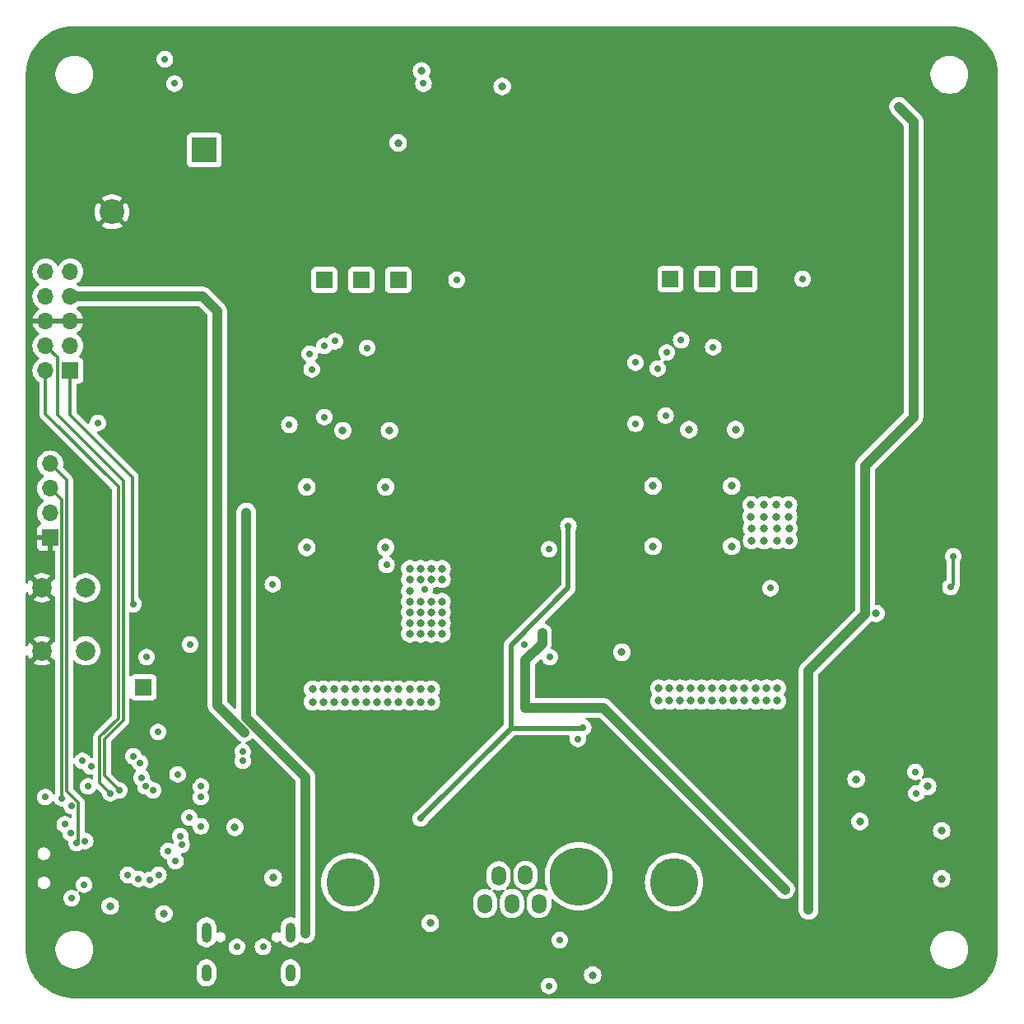
<source format=gbr>
%TF.GenerationSoftware,KiCad,Pcbnew,8.0.4*%
%TF.CreationDate,2025-01-13T22:40:44-07:00*%
%TF.ProjectId,Battery-Board,42617474-6572-4792-9d42-6f6172642e6b,rev?*%
%TF.SameCoordinates,Original*%
%TF.FileFunction,Copper,L2,Inr*%
%TF.FilePolarity,Positive*%
%FSLAX46Y46*%
G04 Gerber Fmt 4.6, Leading zero omitted, Abs format (unit mm)*
G04 Created by KiCad (PCBNEW 8.0.4) date 2025-01-13 22:40:44*
%MOMM*%
%LPD*%
G01*
G04 APERTURE LIST*
%TA.AperFunction,ComponentPad*%
%ADD10C,0.500000*%
%TD*%
%TA.AperFunction,ComponentPad*%
%ADD11R,1.700000X1.700000*%
%TD*%
%TA.AperFunction,ComponentPad*%
%ADD12O,1.000000X2.100000*%
%TD*%
%TA.AperFunction,ComponentPad*%
%ADD13O,1.000000X1.800000*%
%TD*%
%TA.AperFunction,ComponentPad*%
%ADD14O,1.700000X1.700000*%
%TD*%
%TA.AperFunction,ComponentPad*%
%ADD15C,2.000000*%
%TD*%
%TA.AperFunction,ComponentPad*%
%ADD16O,1.500000X2.000000*%
%TD*%
%TA.AperFunction,ComponentPad*%
%ADD17C,6.000000*%
%TD*%
%TA.AperFunction,ComponentPad*%
%ADD18C,5.000000*%
%TD*%
%TA.AperFunction,ComponentPad*%
%ADD19R,2.550000X2.550000*%
%TD*%
%TA.AperFunction,ComponentPad*%
%ADD20C,2.550000*%
%TD*%
%TA.AperFunction,ViaPad*%
%ADD21C,0.700000*%
%TD*%
%TA.AperFunction,ViaPad*%
%ADD22C,0.800000*%
%TD*%
%TA.AperFunction,ViaPad*%
%ADD23C,0.600000*%
%TD*%
%TA.AperFunction,Conductor*%
%ADD24C,1.000000*%
%TD*%
%TA.AperFunction,Conductor*%
%ADD25C,0.500000*%
%TD*%
%TA.AperFunction,Conductor*%
%ADD26C,0.300000*%
%TD*%
G04 APERTURE END LIST*
D10*
%TO.N,GND*%
%TO.C,U12*%
X163997250Y-84695000D03*
X165272250Y-85470000D03*
X162722250Y-85470000D03*
X163997250Y-86245000D03*
%TD*%
D11*
%TO.N,/DC-DC-Converters/DC-DC-Buck-Converter1/POWER_IN*%
%TO.C,TP1*%
X166600000Y-75600000D03*
%TD*%
D12*
%TO.N,unconnected-(J2-SHIELD-PadS1)*%
%TO.C,J2*%
X111280000Y-142795000D03*
D13*
%TO.N,unconnected-(J2-SHIELD-PadS1)_3*%
X111280000Y-146975000D03*
D12*
%TO.N,unconnected-(J2-SHIELD-PadS1)_1*%
X119920000Y-142795000D03*
D13*
%TO.N,unconnected-(J2-SHIELD-PadS1)_2*%
X119920000Y-146975000D03*
%TD*%
D11*
%TO.N,/DC-DC-Converters/DC-DC-Buck-Converter1/SYNCOUT*%
%TO.C,J4*%
X162800000Y-75600000D03*
%TD*%
%TO.N,/MCU and sensors/NRST*%
%TO.C,J3*%
X97270000Y-85020000D03*
D14*
%TO.N,/MCU and sensors/DEBUG_SWCLK*%
X94730000Y-85020000D03*
%TO.N,unconnected-(J3-SWIM-Pad3)*%
X97270000Y-82480000D03*
%TO.N,/MCU and sensors/DEBUG_SWDIO*%
X94730000Y-82480000D03*
%TO.N,GND*%
X97270000Y-79940000D03*
X94730000Y-79940000D03*
%TO.N,+3V3*%
X97270000Y-77400000D03*
X94730000Y-77400000D03*
%TO.N,unconnected-(J3-5V-Pad9)*%
X97270000Y-74860000D03*
%TO.N,unconnected-(J3-5V-Pad10)*%
X94730000Y-74860000D03*
%TD*%
D10*
%TO.N,GND*%
%TO.C,U21*%
X128397250Y-84795000D03*
X129672250Y-85570000D03*
X127122250Y-85570000D03*
X128397250Y-86345000D03*
%TD*%
D11*
%TO.N,/MCU and sensors/PA8*%
%TO.C,TP3*%
X104800000Y-117600000D03*
%TD*%
D15*
%TO.N,GND*%
%TO.C,SW1*%
X94350000Y-113850000D03*
X94350000Y-107350000D03*
%TO.N,Net-(C6-Pad2)*%
X98850000Y-113850000D03*
X98850000Y-107350000D03*
%TD*%
D16*
%TO.N,/OUT_{12V}*%
%TO.C,J6*%
X144097000Y-136949000D03*
%TO.N,/CANH*%
X141327000Y-137004000D03*
%TO.N,/OUT_{12V}*%
X145482000Y-139844000D03*
X142712000Y-139844000D03*
%TO.N,/CANL*%
X139942000Y-139844000D03*
D17*
%TO.N,/OUT_{7V}*%
X149560000Y-137044000D03*
%TO.N,GND*%
X135840000Y-137044000D03*
D18*
%TO.N,N/C*%
X159377000Y-137644000D03*
X126077000Y-137644000D03*
%TD*%
D11*
%TO.N,Net-(J9-Pin_1)*%
%TO.C,J9*%
X123400000Y-75700000D03*
%TD*%
%TO.N,Net-(J8-Pin_1)*%
%TO.C,J8*%
X159000000Y-75600000D03*
%TD*%
%TO.N,/DC-DC-Converters/DC-DC-Buck-Converter2/SYNCOUT*%
%TO.C,J5*%
X127200000Y-75700000D03*
%TD*%
%TO.N,/DC-DC-Converters/DC-DC-Buck-Converter2/POWER_IN*%
%TO.C,TP2*%
X131000000Y-75700000D03*
%TD*%
%TO.N,GND*%
%TO.C,J1*%
X95190000Y-102220000D03*
D14*
%TO.N,+5V*%
X95190000Y-99680000D03*
%TO.N,/MCU and sensors/PA15*%
X95190000Y-97140000D03*
%TO.N,/MCU and sensors/PB7*%
X95190000Y-94600000D03*
%TD*%
D19*
%TO.N,/IN_{24V}*%
%TO.C,J7*%
X111062500Y-62350000D03*
D20*
%TO.N,GND*%
X101562500Y-68700000D03*
%TD*%
D21*
%TO.N,+3V3*%
X133300000Y-131100000D03*
X150028186Y-121728186D03*
D22*
X115170000Y-122230000D03*
X118140000Y-137195000D03*
X114200000Y-132000000D03*
X101375000Y-140100000D03*
D21*
X148500000Y-101000000D03*
D22*
X106900000Y-140900000D03*
D21*
%TO.N,/MCU and sensors/NRST*%
X103780000Y-109050000D03*
X104300000Y-137300000D03*
%TO.N,GND*%
X171900000Y-142620000D03*
D22*
X109800000Y-127200000D03*
D21*
X187140000Y-61340000D03*
X156660000Y-142620000D03*
X116020000Y-51180000D03*
X172000000Y-88400000D03*
X151580000Y-91820000D03*
X136340000Y-132460000D03*
X189680000Y-51180000D03*
X126180000Y-147700000D03*
X156660000Y-51180000D03*
X156660000Y-71500000D03*
X121100000Y-145160000D03*
X110940000Y-107060000D03*
X103320000Y-74040000D03*
X151580000Y-86740000D03*
X105860000Y-86740000D03*
X98240000Y-61340000D03*
X189680000Y-129920000D03*
X161740000Y-53720000D03*
X166820000Y-137540000D03*
X189680000Y-61340000D03*
X138900000Y-128100000D03*
D22*
X128600000Y-58100000D03*
D21*
X103320000Y-145160000D03*
X149040000Y-96900000D03*
X169360000Y-124840000D03*
X122200000Y-87900000D03*
X169360000Y-147700000D03*
X126180000Y-127380000D03*
X132750000Y-85550000D03*
X169360000Y-142620000D03*
X100780000Y-107060000D03*
X133400000Y-83750000D03*
X134095000Y-60245000D03*
X174440000Y-142620000D03*
X158100000Y-79100000D03*
X156660000Y-127380000D03*
X159200000Y-51180000D03*
X189680000Y-132460000D03*
X171900000Y-58800000D03*
X102800000Y-130500000D03*
X187140000Y-81660000D03*
X154120000Y-127380000D03*
X182060000Y-53720000D03*
X139500000Y-146800000D03*
D23*
X184000000Y-132315000D03*
D21*
X174440000Y-96900000D03*
X103320000Y-53720000D03*
X189680000Y-114680000D03*
D22*
X114250000Y-127500000D03*
D21*
X146490000Y-117915000D03*
X100780000Y-66420000D03*
X131260000Y-68960000D03*
X187300000Y-108700000D03*
X166820000Y-58800000D03*
X189680000Y-76580000D03*
X149040000Y-51180000D03*
X169360000Y-61340000D03*
X182600000Y-102500000D03*
X187140000Y-51180000D03*
X171900000Y-51180000D03*
X118560000Y-58800000D03*
X118560000Y-104520000D03*
X126180000Y-71500000D03*
X118560000Y-51180000D03*
X189680000Y-109600000D03*
X110940000Y-53720000D03*
X110940000Y-109600000D03*
X157600000Y-88550000D03*
X95700000Y-147700000D03*
X121100000Y-53720000D03*
X179500000Y-130615000D03*
X154120000Y-99440000D03*
X128720000Y-124840000D03*
X164000000Y-85500000D03*
X95700000Y-63880000D03*
X108400000Y-142620000D03*
X116020000Y-76580000D03*
X169360000Y-53720000D03*
X154120000Y-142620000D03*
X102800000Y-132900000D03*
X179520000Y-117220000D03*
X187140000Y-147700000D03*
X151580000Y-101980000D03*
X131500000Y-82650000D03*
X141420000Y-127380000D03*
X113480000Y-76580000D03*
X189680000Y-94360000D03*
X103320000Y-51180000D03*
X111700000Y-130800000D03*
X131260000Y-51180000D03*
X171900000Y-61340000D03*
X98240000Y-63880000D03*
X182060000Y-51180000D03*
X189680000Y-147700000D03*
X182060000Y-114680000D03*
X173500000Y-84050000D03*
D22*
X151900000Y-110500000D03*
D21*
X113480000Y-58800000D03*
X179000000Y-133915000D03*
D22*
X119720000Y-137097500D03*
D21*
X147760000Y-117915000D03*
X149040000Y-94360000D03*
X122500000Y-79200000D03*
X116020000Y-81660000D03*
X118560000Y-119760000D03*
X166820000Y-51180000D03*
X98240000Y-71500000D03*
X136550000Y-90600000D03*
X128720000Y-127380000D03*
X119500000Y-85800000D03*
X100780000Y-142620000D03*
X125650000Y-85600000D03*
X151580000Y-76580000D03*
D22*
X136000000Y-146300000D03*
D21*
X174440000Y-58800000D03*
X105860000Y-94360000D03*
X154120000Y-74040000D03*
X187140000Y-84200000D03*
X189680000Y-63880000D03*
X113480000Y-53720000D03*
X108400000Y-147700000D03*
X179520000Y-51180000D03*
X151580000Y-142620000D03*
X146500000Y-91820000D03*
X161740000Y-51180000D03*
X130400000Y-79300000D03*
X118600000Y-87400000D03*
X154120000Y-94360000D03*
X126180000Y-51180000D03*
X149040000Y-61340000D03*
X151580000Y-51180000D03*
X103320000Y-86740000D03*
X105860000Y-68960000D03*
X129800000Y-108200000D03*
X110940000Y-145160000D03*
X184600000Y-56260000D03*
X174440000Y-53720000D03*
X110940000Y-117220000D03*
X110940000Y-51180000D03*
D22*
X108300000Y-137500000D03*
D21*
X187140000Y-74040000D03*
X189680000Y-137540000D03*
X149040000Y-79120000D03*
D23*
X150750000Y-112690000D03*
D21*
X164280000Y-127380000D03*
X187140000Y-63880000D03*
X184600000Y-53720000D03*
X184600000Y-145160000D03*
X154100000Y-85700000D03*
X179520000Y-61340000D03*
X161740000Y-124840000D03*
X105860000Y-147700000D03*
X164280000Y-53720000D03*
X131500000Y-83700000D03*
X113480000Y-51180000D03*
X113480000Y-68960000D03*
X126420000Y-54470000D03*
D22*
X162500000Y-91000000D03*
D21*
X129750000Y-111350000D03*
X174440000Y-51180000D03*
X133800000Y-51180000D03*
X161740000Y-132460000D03*
X176980000Y-61340000D03*
X105860000Y-107060000D03*
X126180000Y-68960000D03*
X182060000Y-84200000D03*
X174440000Y-104520000D03*
D22*
X182000000Y-139900000D03*
D21*
X123640000Y-51180000D03*
X179520000Y-114680000D03*
X105860000Y-142620000D03*
X105860000Y-84200000D03*
X123640000Y-124840000D03*
X118560000Y-99440000D03*
X133600000Y-82550000D03*
X149040000Y-132460000D03*
X151580000Y-84200000D03*
X100780000Y-63880000D03*
X141420000Y-109600000D03*
X170300000Y-83600000D03*
X184600000Y-147700000D03*
X135295000Y-60245000D03*
X189680000Y-74040000D03*
X182060000Y-112140000D03*
X103320000Y-84200000D03*
X167600000Y-79200000D03*
X110940000Y-101980000D03*
X98240000Y-68960000D03*
X101400000Y-133700000D03*
X161700000Y-82100000D03*
X98240000Y-101980000D03*
X105860000Y-91820000D03*
X149040000Y-76580000D03*
X95700000Y-68960000D03*
X131260000Y-127380000D03*
X95700000Y-61340000D03*
X191500000Y-108000000D03*
X182060000Y-145160000D03*
X95700000Y-66420000D03*
X161740000Y-142620000D03*
X116020000Y-96900000D03*
X146500000Y-86740000D03*
X159200000Y-61340000D03*
X105100000Y-132900000D03*
D22*
X105400000Y-123774999D03*
D21*
X105860000Y-51180000D03*
X151580000Y-74040000D03*
X176980000Y-51180000D03*
X118560000Y-101980000D03*
X95700000Y-51180000D03*
X179520000Y-147700000D03*
X174440000Y-99440000D03*
X149040000Y-109600000D03*
X171900000Y-53720000D03*
X154120000Y-81660000D03*
X166820000Y-53720000D03*
X114900000Y-146600000D03*
X146500000Y-94360000D03*
X164280000Y-137540000D03*
X151580000Y-127380000D03*
X100780000Y-147700000D03*
X176450000Y-105350000D03*
X184600000Y-142620000D03*
X118560000Y-53720000D03*
X103320000Y-142620000D03*
X159200000Y-58800000D03*
X166820000Y-127380000D03*
X187140000Y-91820000D03*
X105100000Y-130500000D03*
X149040000Y-86740000D03*
X176650000Y-102850000D03*
X123640000Y-71500000D03*
X121100000Y-71500000D03*
X105860000Y-56260000D03*
X154120000Y-145160000D03*
X98240000Y-117220000D03*
X187140000Y-58800000D03*
X123640000Y-129920000D03*
X184600000Y-51180000D03*
X110940000Y-81660000D03*
X169360000Y-58800000D03*
D22*
X116100000Y-123750000D03*
D23*
X137895000Y-55020000D03*
D21*
X116020000Y-71500000D03*
X98240000Y-147700000D03*
X156660000Y-74040000D03*
X161740000Y-61340000D03*
X108400000Y-51180000D03*
X131260000Y-71500000D03*
X105860000Y-74040000D03*
X128720000Y-71500000D03*
X154100000Y-87300000D03*
X136340000Y-51180000D03*
X100780000Y-79120000D03*
X149040000Y-71500000D03*
X100780000Y-56260000D03*
X169360000Y-132460000D03*
X187140000Y-68960000D03*
X100780000Y-74040000D03*
X110940000Y-91820000D03*
X118560000Y-71500000D03*
X139275000Y-112140000D03*
X118560000Y-94360000D03*
X158500000Y-90900000D03*
X98240000Y-58800000D03*
X171900000Y-147700000D03*
X105860000Y-104520000D03*
D22*
X112350000Y-140800000D03*
D21*
X166820000Y-61340000D03*
X159200000Y-142620000D03*
X116020000Y-58800000D03*
X182600000Y-104300000D03*
X151500000Y-129600000D03*
X187140000Y-66420000D03*
X189680000Y-66420000D03*
X187140000Y-96900000D03*
X182060000Y-117220000D03*
X179500000Y-129415000D03*
X182060000Y-147700000D03*
X176980000Y-99440000D03*
X116020000Y-94360000D03*
X128720000Y-51180000D03*
X133800000Y-127380000D03*
X169360000Y-127380000D03*
X146500000Y-96900000D03*
X151580000Y-94360000D03*
X159650000Y-87450000D03*
X108400000Y-145160000D03*
X151580000Y-53720000D03*
X187140000Y-79120000D03*
X118560000Y-117220000D03*
X104500000Y-110870000D03*
X123640000Y-58800000D03*
X123640000Y-147700000D03*
X105860000Y-101980000D03*
X116020000Y-86740000D03*
X105860000Y-96900000D03*
X159200000Y-71500000D03*
X95700000Y-71500000D03*
X110940000Y-74040000D03*
X151580000Y-99440000D03*
X166820000Y-147700000D03*
X100780000Y-145160000D03*
D22*
X138300000Y-111900000D03*
D21*
X156660000Y-76580000D03*
X151580000Y-71500000D03*
X164280000Y-58800000D03*
X103320000Y-66420000D03*
X149040000Y-91820000D03*
X182060000Y-142620000D03*
X178500000Y-124791295D03*
X189400000Y-100100000D03*
X133800000Y-124840000D03*
X189680000Y-84200000D03*
X129800000Y-109800000D03*
D23*
X184725000Y-133215000D03*
D21*
X176980000Y-147700000D03*
X154120000Y-96900000D03*
X110940000Y-71500000D03*
X161740000Y-71500000D03*
X123640000Y-53720000D03*
X176980000Y-53720000D03*
X151580000Y-96900000D03*
X116600000Y-146600000D03*
X189680000Y-81660000D03*
X184600000Y-96900000D03*
X176980000Y-140080000D03*
X154120000Y-51180000D03*
X110940000Y-68960000D03*
D22*
X148900000Y-57400000D03*
D21*
X103320000Y-81660000D03*
X154120000Y-71500000D03*
X128720000Y-135000000D03*
X159200000Y-53720000D03*
X156660000Y-53720000D03*
D22*
X110500000Y-122100000D03*
D21*
X113480000Y-71500000D03*
X118560000Y-96900000D03*
X189680000Y-58800000D03*
X128720000Y-68960000D03*
X176980000Y-58800000D03*
X105860000Y-66420000D03*
X129800000Y-106600000D03*
X187140000Y-94360000D03*
X103320000Y-56260000D03*
X189680000Y-96900000D03*
X105860000Y-71500000D03*
X133800000Y-87600000D03*
X134700000Y-83700000D03*
X154120000Y-58800000D03*
X189680000Y-112140000D03*
X167600000Y-87600000D03*
X183900000Y-102500000D03*
X179520000Y-58800000D03*
X116020000Y-74040000D03*
X103320000Y-61340000D03*
X182060000Y-61340000D03*
X189680000Y-79120000D03*
X189500000Y-102100000D03*
X118560000Y-147700000D03*
X164280000Y-140080000D03*
X189680000Y-89280000D03*
X154120000Y-76580000D03*
X176980000Y-107060000D03*
X174440000Y-101980000D03*
X189680000Y-68960000D03*
X179520000Y-53720000D03*
X164280000Y-135000000D03*
X121100000Y-76580000D03*
X174440000Y-61340000D03*
X146500000Y-84200000D03*
X156660000Y-58800000D03*
X166820000Y-71500000D03*
X105860000Y-81660000D03*
X118560000Y-76580000D03*
X154120000Y-140080000D03*
X98240000Y-122300000D03*
X123640000Y-68960000D03*
X126180000Y-124840000D03*
X123640000Y-127380000D03*
D22*
X146200000Y-55100000D03*
D21*
X164280000Y-71500000D03*
X105860000Y-61340000D03*
X189680000Y-140080000D03*
X166000000Y-79200000D03*
X116020000Y-79120000D03*
X103320000Y-63880000D03*
X174440000Y-147700000D03*
X105860000Y-145160000D03*
X176980000Y-142620000D03*
X151580000Y-61340000D03*
X132050000Y-87600000D03*
X126180000Y-58800000D03*
X98240000Y-66420000D03*
X105860000Y-79120000D03*
X187140000Y-89280000D03*
X182060000Y-107060000D03*
X187140000Y-86740000D03*
X149040000Y-74040000D03*
X116020000Y-53720000D03*
X189680000Y-135000000D03*
X121100000Y-58800000D03*
X110940000Y-86740000D03*
X189680000Y-71500000D03*
X159200000Y-145160000D03*
X164280000Y-51180000D03*
D23*
X136995000Y-55745000D03*
D21*
X187140000Y-76580000D03*
X151580000Y-81660000D03*
X151950000Y-114050000D03*
X183900000Y-104300000D03*
X149880000Y-118320000D03*
X176980000Y-96900000D03*
D22*
X115600000Y-140100000D03*
D21*
X100780000Y-53720000D03*
X181200000Y-125100000D03*
X103320000Y-79120000D03*
X103320000Y-71500000D03*
X187140000Y-71500000D03*
X169360000Y-51180000D03*
X154120000Y-53720000D03*
X118560000Y-74040000D03*
X121100000Y-68960000D03*
X138880000Y-109600000D03*
D22*
X99800000Y-137300000D03*
D21*
X100780000Y-51180000D03*
X168300000Y-85450000D03*
X132000000Y-79300000D03*
X116020000Y-91820000D03*
X110940000Y-84200000D03*
X143960000Y-109600000D03*
X113480000Y-74040000D03*
X184400000Y-118800000D03*
X105860000Y-58800000D03*
X98240000Y-96900000D03*
X166820000Y-145160000D03*
X172400000Y-90250000D03*
X182060000Y-96900000D03*
X164280000Y-124840000D03*
X110940000Y-119760000D03*
X100780000Y-58800000D03*
X98240000Y-51180000D03*
X151580000Y-79120000D03*
X103320000Y-147700000D03*
X154120000Y-101980000D03*
X95700000Y-58800000D03*
X126000000Y-82250000D03*
X156660000Y-61340000D03*
X154120000Y-109600000D03*
X110940000Y-58800000D03*
X169360000Y-145160000D03*
X103320000Y-58800000D03*
D22*
X128800000Y-61800000D03*
D21*
X105860000Y-63880000D03*
D22*
X118850000Y-140800000D03*
D21*
X182060000Y-86740000D03*
X98240000Y-119760000D03*
D22*
X187500000Y-110400000D03*
D21*
X103320000Y-91820000D03*
D23*
X149850000Y-113415000D03*
D21*
X187140000Y-140080000D03*
X149040000Y-81660000D03*
X121100000Y-51180000D03*
X121000000Y-81700000D03*
X189680000Y-86740000D03*
X136400000Y-88500000D03*
X100780000Y-61340000D03*
X184600000Y-117220000D03*
D22*
X126900000Y-91100000D03*
D21*
X149040000Y-53720000D03*
X105860000Y-119760000D03*
D22*
X174600000Y-136100000D03*
D21*
X166820000Y-124840000D03*
X100780000Y-71500000D03*
X184600000Y-94360000D03*
X131260000Y-124840000D03*
X138595000Y-60745000D03*
X164280000Y-147700000D03*
X164280000Y-61340000D03*
X116020000Y-84200000D03*
X154120000Y-61340000D03*
X103900000Y-131600000D03*
X121100000Y-74040000D03*
X141420000Y-129920000D03*
X189680000Y-91820000D03*
X149040000Y-84200000D03*
X161740000Y-58800000D03*
X110940000Y-96900000D03*
X110940000Y-104520000D03*
X156660000Y-145160000D03*
X110940000Y-94360000D03*
X159600000Y-85500000D03*
D22*
%TO.N,+5V*%
X170800000Y-138400000D03*
X115380000Y-99620000D03*
X121460000Y-142930000D03*
X178099974Y-127050000D03*
X144100000Y-119700000D03*
X145800000Y-112000000D03*
X133400000Y-54200000D03*
X185450000Y-127800000D03*
X186900000Y-132350000D03*
X134300000Y-141850000D03*
X151000000Y-147200000D03*
X186900000Y-137300000D03*
X131000000Y-61600000D03*
D21*
%TO.N,/MCU and sensors/USB_DP*%
X103773202Y-124702777D03*
X115000000Y-124225000D03*
%TO.N,/MCU and sensors/DEBUG_SWCLK*%
X101400000Y-128500000D03*
%TO.N,/MCU and sensors/DEBUG_SWDIO*%
X102300000Y-128200000D03*
%TO.N,/MCU and sensors/GPLED1*%
X104995014Y-127797507D03*
X98540113Y-125175000D03*
%TO.N,/MCU and sensors/GPLED2*%
X99400000Y-125750000D03*
X104600000Y-126900000D03*
%TO.N,/MCU and sensors/GPLED3*%
X98800000Y-133400000D03*
X108711632Y-133793053D03*
X99100000Y-127800000D03*
%TO.N,Net-(J2-CC2)*%
X117100000Y-144300000D03*
%TO.N,Net-(J2-CC1)*%
X114400000Y-144300000D03*
%TO.N,/MCU and sensors/PF1*%
X105100000Y-114500000D03*
X146600000Y-114500000D03*
X103200000Y-136900000D03*
%TO.N,/MCU and sensors/FDCAN2_TX*%
X97300000Y-132600000D03*
X147600000Y-143600000D03*
X98700000Y-137900000D03*
%TO.N,/MCU and sensors/PB3*%
X157700000Y-84800000D03*
X100100000Y-90400000D03*
X97397507Y-129804986D03*
X155400000Y-90500000D03*
%TO.N,/MCU and sensors/PA8*%
X105800000Y-128200000D03*
%TO.N,/DC-DC-Converters/DC-DC-Buck-Converter2/POWER_IN*%
X137000000Y-75700000D03*
%TO.N,/MCU and sensors/PB0*%
X109600000Y-113200000D03*
X144000000Y-113200000D03*
X109500000Y-131000000D03*
%TO.N,/MCU and sensors/O{slash}P_TEMP_SENSE*%
X149500000Y-122900000D03*
X106300000Y-122200000D03*
X106342495Y-136900000D03*
D22*
%TO.N,/DC-DC-Converters/DC-DC-Buck-Converter2/Output*%
X133300000Y-105400000D03*
X135500000Y-105400000D03*
X126600000Y-119100000D03*
X124400000Y-119100000D03*
X133300000Y-108800000D03*
X122200000Y-117800000D03*
X135500000Y-112100000D03*
X134400000Y-105400000D03*
X124400000Y-117800000D03*
X134400000Y-108800000D03*
X134400000Y-111000000D03*
X132200000Y-112100000D03*
X135500000Y-106500000D03*
X132200000Y-109900000D03*
X131000000Y-117800000D03*
D21*
X124500000Y-82000000D03*
D22*
X135500000Y-109900000D03*
X133300000Y-117800000D03*
X128800000Y-119100000D03*
X131000000Y-119100000D03*
X132200000Y-111000000D03*
X135500000Y-108800000D03*
X135500000Y-111000000D03*
X125500000Y-117800000D03*
X125500000Y-119100000D03*
X126600000Y-117800000D03*
X132200000Y-117800000D03*
X133300000Y-111000000D03*
X134400000Y-119100000D03*
X132200000Y-107700000D03*
X132200000Y-108800000D03*
X132200000Y-119100000D03*
X134400000Y-106500000D03*
X134400000Y-117800000D03*
X133300000Y-109900000D03*
X127700000Y-119100000D03*
X134400000Y-112100000D03*
X123300000Y-117800000D03*
X132200000Y-106500000D03*
X129900000Y-119100000D03*
X133300000Y-106500000D03*
X134400000Y-109900000D03*
X133300000Y-112100000D03*
X123300000Y-119100000D03*
X127700000Y-117800000D03*
X133300000Y-119100000D03*
X122200000Y-119100000D03*
X129900000Y-117800000D03*
X128800000Y-117800000D03*
D21*
X133700000Y-107500000D03*
D22*
X132200000Y-105400000D03*
D21*
%TO.N,/MCU and sensors/PB7*%
X97900000Y-133610000D03*
%TO.N,/MCU and sensors/BUCK_TEMP_SENSE*%
X146500000Y-103400000D03*
X105486710Y-137392954D03*
X129800000Y-105000000D03*
X118100000Y-107000000D03*
%TO.N,/MCU and sensors/FDCAN2_RX*%
X146500000Y-148300000D03*
X96700000Y-131700000D03*
X97400000Y-139300000D03*
%TO.N,/MCU and sensors/PB4*%
X110700000Y-127800000D03*
X94700000Y-128900000D03*
X119800000Y-90600000D03*
X122100000Y-84900000D03*
%TO.N,/MCU and sensors/PA7*%
X110700000Y-131900000D03*
X184300000Y-128500000D03*
X110700000Y-128900000D03*
%TO.N,/MCU and sensors/PA6*%
X108600000Y-132900000D03*
X108300000Y-126550000D03*
X184200000Y-126300000D03*
%TO.N,/MCU and sensors/PA15*%
X96390000Y-129000000D03*
%TO.N,/DC-DC-Converters/DC-DC-Buck-Converter2/SYNCOUT*%
X127800000Y-82700000D03*
D22*
%TO.N,/DC-DC-Converters/DC-DC-Buck-Converter1/POWER_IN*%
X171150000Y-100050000D03*
X171200000Y-102500000D03*
X168600000Y-100050000D03*
X171150000Y-98850000D03*
X169900000Y-98850000D03*
X171200000Y-101250000D03*
X169950000Y-102500000D03*
X169950000Y-101250000D03*
X167350000Y-101250000D03*
X167350000Y-102500000D03*
X169900000Y-100050000D03*
X168600000Y-98850000D03*
D21*
X172600000Y-75600000D03*
D22*
X168650000Y-102500000D03*
X168650000Y-101250000D03*
X167300000Y-100050000D03*
X167300000Y-98850000D03*
%TO.N,/DC-DC-Converters/DC-DC-Buck-Converter1/Output*%
X168900000Y-117700000D03*
X157800000Y-117700000D03*
X161100000Y-117700000D03*
X163300000Y-117700000D03*
X161100000Y-119000000D03*
X158900000Y-117700000D03*
X162200000Y-117700000D03*
X157800000Y-119000000D03*
X170000000Y-119000000D03*
D21*
X169300000Y-107400000D03*
D22*
X165500000Y-119000000D03*
X170000000Y-117700000D03*
X160000000Y-117700000D03*
X158900000Y-119000000D03*
X167800000Y-119000000D03*
X166600000Y-117700000D03*
X164400000Y-117700000D03*
X164400000Y-119000000D03*
X165500000Y-117700000D03*
X167800000Y-117700000D03*
X163300000Y-119000000D03*
D21*
X160100000Y-81900000D03*
D22*
X166600000Y-119000000D03*
X168900000Y-119000000D03*
X160000000Y-119000000D03*
X162200000Y-119000000D03*
D21*
%TO.N,Net-(U12-VCC)*%
X158500000Y-89645000D03*
X155400000Y-84200000D03*
%TO.N,Net-(U21-VCC)*%
X123400000Y-89800000D03*
X123400000Y-82500000D03*
D22*
%TO.N,/OUT_{12V}*%
X180150000Y-110000000D03*
X154000000Y-114000000D03*
D21*
%TO.N,/DC-DC-Converters/DC-DC-Buck-Converter1/SYNCOUT*%
X163400000Y-82600000D03*
D22*
%TO.N,/DC-DC-Converters/DC-DC-Buck-Converter1/Low Side Gate Drive*%
X160900000Y-91100000D03*
X157200000Y-103100000D03*
X157200000Y-96900000D03*
%TO.N,/DC-DC-Converters/DC-DC-Buck-Converter1/High Side Gate Drive*%
X165300000Y-96900000D03*
X165300000Y-103100000D03*
X165700000Y-91100000D03*
%TO.N,/OUT_{7V}*%
X178500000Y-131400000D03*
D21*
%TO.N,Net-(J8-Pin_1)*%
X158600000Y-83170000D03*
%TO.N,Net-(J9-Pin_1)*%
X121900000Y-83300000D03*
%TO.N,/MCU and sensors/USB_DN*%
X104444954Y-125374529D03*
X115000000Y-125175000D03*
D22*
%TO.N,/DC-DC-Converters/DC-DC-Buck-Converter2/Low Side Gate Drive*%
X125300000Y-91200000D03*
X121600000Y-103200000D03*
X121600000Y-97000000D03*
%TO.N,/DC-DC-Converters/DC-DC-Buck-Converter2/High Side Gate Drive*%
X129700000Y-97000000D03*
X129700000Y-103200000D03*
X130100000Y-91200000D03*
D21*
%TO.N,/MCU and sensors/PA4*%
X107350000Y-134450000D03*
X107000000Y-53000000D03*
%TO.N,/MCU and sensors/PA3*%
X108000000Y-55500000D03*
X133600000Y-55500000D03*
X108100000Y-135500000D03*
D22*
%TO.N,Net-(U18-OUT)*%
X141700000Y-55800000D03*
X173200000Y-140500000D03*
X179000000Y-105400000D03*
X182500000Y-57900000D03*
D21*
%TO.N,Net-(U18-EN{slash}UVLO)*%
X187800000Y-107300000D03*
X188100000Y-104130000D03*
%TD*%
D24*
%TO.N,+3V3*%
X112400000Y-78930000D02*
X110870000Y-77400000D01*
X110870000Y-77400000D02*
X97270000Y-77400000D01*
D25*
X148500000Y-107400000D02*
X148500000Y-101000000D01*
X150028186Y-121728186D02*
X149956372Y-121800000D01*
X142600000Y-113300000D02*
X148500000Y-107400000D01*
D24*
X112400000Y-119460000D02*
X112400000Y-78930000D01*
D25*
X142600000Y-121800000D02*
X142600000Y-113300000D01*
D24*
X115170000Y-122230000D02*
X112400000Y-119460000D01*
D25*
X149956372Y-121800000D02*
X142600000Y-121800000D01*
X142600000Y-121800000D02*
X133300000Y-131100000D01*
D26*
%TO.N,/MCU and sensors/NRST*%
X97270000Y-89620000D02*
X97270000Y-85020000D01*
X103780000Y-109050000D02*
X103650000Y-108920000D01*
X103650000Y-96000000D02*
X97270000Y-89620000D01*
X103650000Y-108920000D02*
X103650000Y-96000000D01*
D24*
%TO.N,+5V*%
X115380000Y-120742944D02*
X121460000Y-126822944D01*
X115380000Y-99620000D02*
X115380000Y-120742944D01*
X170800000Y-138400000D02*
X152100000Y-119700000D01*
X152100000Y-119700000D02*
X144100000Y-119700000D01*
X145800000Y-113084925D02*
X145800000Y-112000000D01*
X144100000Y-119700000D02*
X144100000Y-114784925D01*
X121460000Y-126822944D02*
X121460000Y-142930000D01*
X144100000Y-114784925D02*
X145800000Y-113084925D01*
D26*
%TO.N,/MCU and sensors/DEBUG_SWCLK*%
X94730000Y-89460000D02*
X94730000Y-85020000D01*
X102200000Y-120800000D02*
X102200000Y-96930000D01*
X100300000Y-122700000D02*
X102200000Y-120800000D01*
X101400000Y-128500000D02*
X100300000Y-127400000D01*
X100300000Y-127400000D02*
X100300000Y-122700000D01*
X102200000Y-96930000D02*
X94730000Y-89460000D01*
%TO.N,/MCU and sensors/DEBUG_SWDIO*%
X95930000Y-89580000D02*
X95930000Y-83680000D01*
X95930000Y-83680000D02*
X94730000Y-82480000D01*
X102300000Y-128200000D02*
X100800000Y-126700000D01*
X102700000Y-121007107D02*
X102700000Y-96350000D01*
X100800000Y-126700000D02*
X100800000Y-122907107D01*
X100800000Y-122907107D02*
X102700000Y-121007107D01*
X102700000Y-96350000D02*
X95930000Y-89580000D01*
%TO.N,/MCU and sensors/PB7*%
X95190000Y-94600000D02*
X96890000Y-96300000D01*
X98097507Y-129487507D02*
X98097507Y-133412493D01*
X98097507Y-133412493D02*
X97900000Y-133610000D01*
X96890000Y-96300000D02*
X96890000Y-128280000D01*
X96890000Y-128280000D02*
X98097507Y-129487507D01*
%TO.N,/MCU and sensors/PA15*%
X96390000Y-98340000D02*
X96390000Y-129000000D01*
X95190000Y-97140000D02*
X96390000Y-98340000D01*
D24*
%TO.N,Net-(U18-OUT)*%
X179000000Y-94800000D02*
X184000000Y-89800000D01*
X179000000Y-105400000D02*
X179000000Y-110100000D01*
X184000000Y-59400000D02*
X182500000Y-57900000D01*
X184000000Y-89800000D02*
X184000000Y-59400000D01*
X173200000Y-115900000D02*
X173200000Y-140500000D01*
X179000000Y-105400000D02*
X179000000Y-94800000D01*
X179000000Y-110100000D02*
X173200000Y-115900000D01*
D26*
%TO.N,Net-(U18-EN{slash}UVLO)*%
X188100000Y-107000000D02*
X187800000Y-107300000D01*
X188100000Y-104130000D02*
X188100000Y-107000000D01*
%TD*%
%TA.AperFunction,Conductor*%
%TO.N,GND*%
G36*
X187700641Y-49575006D02*
G01*
X187913481Y-49577328D01*
X187922915Y-49577792D01*
X188347552Y-49614943D01*
X188358270Y-49616354D01*
X188777393Y-49690256D01*
X188787921Y-49692590D01*
X189199033Y-49802747D01*
X189209322Y-49805992D01*
X189609255Y-49951555D01*
X189619221Y-49955683D01*
X190004942Y-50135547D01*
X190014528Y-50140538D01*
X190383088Y-50353326D01*
X190392207Y-50359135D01*
X190740820Y-50603237D01*
X190749402Y-50609822D01*
X191075420Y-50883383D01*
X191083395Y-50890692D01*
X191384307Y-51191604D01*
X191391616Y-51199579D01*
X191665177Y-51525597D01*
X191671762Y-51534179D01*
X191915864Y-51882792D01*
X191921676Y-51891916D01*
X192134459Y-52260467D01*
X192139454Y-52270062D01*
X192319310Y-52655764D01*
X192323448Y-52665756D01*
X192389379Y-52846899D01*
X192469003Y-53065664D01*
X192472256Y-53075980D01*
X192486835Y-53130388D01*
X192563323Y-53415848D01*
X192582405Y-53487061D01*
X192584746Y-53497623D01*
X192658644Y-53916725D01*
X192660056Y-53927450D01*
X192697206Y-54352073D01*
X192697671Y-54361527D01*
X192699993Y-54574357D01*
X192700000Y-54575710D01*
X192700000Y-144574289D01*
X192699993Y-144575642D01*
X192697671Y-144788472D01*
X192697206Y-144797926D01*
X192660056Y-145222549D01*
X192658644Y-145233274D01*
X192584746Y-145652376D01*
X192582405Y-145662938D01*
X192472256Y-146074019D01*
X192469003Y-146084335D01*
X192323450Y-146484240D01*
X192319310Y-146494235D01*
X192139454Y-146879937D01*
X192134459Y-146889532D01*
X191921676Y-147258083D01*
X191915864Y-147267207D01*
X191671762Y-147615820D01*
X191665177Y-147624402D01*
X191391616Y-147950420D01*
X191384307Y-147958395D01*
X191083395Y-148259307D01*
X191075420Y-148266616D01*
X190749402Y-148540177D01*
X190740820Y-148546762D01*
X190392207Y-148790864D01*
X190383083Y-148796676D01*
X190014532Y-149009459D01*
X190004937Y-149014454D01*
X189619235Y-149194310D01*
X189609240Y-149198450D01*
X189209335Y-149344003D01*
X189199019Y-149347256D01*
X188787938Y-149457405D01*
X188777376Y-149459746D01*
X188358274Y-149533644D01*
X188347549Y-149535056D01*
X187922926Y-149572206D01*
X187913472Y-149572671D01*
X187705455Y-149574940D01*
X187700640Y-149574993D01*
X187699290Y-149575000D01*
X97700710Y-149575000D01*
X97699359Y-149574993D01*
X97694454Y-149574939D01*
X97486527Y-149572671D01*
X97477073Y-149572206D01*
X97052450Y-149535056D01*
X97041725Y-149533644D01*
X96622623Y-149459746D01*
X96612061Y-149457405D01*
X96200980Y-149347256D01*
X96190664Y-149344003D01*
X95790759Y-149198450D01*
X95780764Y-149194310D01*
X95395062Y-149014454D01*
X95385467Y-149009459D01*
X95016916Y-148796676D01*
X95007792Y-148790864D01*
X94659179Y-148546762D01*
X94650597Y-148540177D01*
X94324579Y-148266616D01*
X94316604Y-148259307D01*
X94015692Y-147958395D01*
X94008383Y-147950420D01*
X93734822Y-147624402D01*
X93728237Y-147615820D01*
X93694947Y-147568277D01*
X93628613Y-147473543D01*
X110279499Y-147473543D01*
X110317947Y-147666829D01*
X110317950Y-147666839D01*
X110393364Y-147848907D01*
X110393371Y-147848920D01*
X110502860Y-148012781D01*
X110502863Y-148012785D01*
X110642214Y-148152136D01*
X110642218Y-148152139D01*
X110806079Y-148261628D01*
X110806092Y-148261635D01*
X110898715Y-148300000D01*
X110988165Y-148337051D01*
X110988169Y-148337051D01*
X110988170Y-148337052D01*
X111181456Y-148375500D01*
X111181459Y-148375500D01*
X111378543Y-148375500D01*
X111508582Y-148349632D01*
X111571835Y-148337051D01*
X111712655Y-148278721D01*
X111753907Y-148261635D01*
X111753907Y-148261634D01*
X111753914Y-148261632D01*
X111917782Y-148152139D01*
X112057139Y-148012782D01*
X112166632Y-147848914D01*
X112242051Y-147666835D01*
X112277888Y-147486672D01*
X112280500Y-147473543D01*
X118919499Y-147473543D01*
X118957947Y-147666829D01*
X118957950Y-147666839D01*
X119033364Y-147848907D01*
X119033371Y-147848920D01*
X119142860Y-148012781D01*
X119142863Y-148012785D01*
X119282214Y-148152136D01*
X119282218Y-148152139D01*
X119446079Y-148261628D01*
X119446092Y-148261635D01*
X119538715Y-148300000D01*
X119628165Y-148337051D01*
X119628169Y-148337051D01*
X119628170Y-148337052D01*
X119821456Y-148375500D01*
X119821459Y-148375500D01*
X120018543Y-148375500D01*
X120148582Y-148349632D01*
X120211835Y-148337051D01*
X120301283Y-148300000D01*
X145644815Y-148300000D01*
X145663503Y-148477805D01*
X145663504Y-148477807D01*
X145718747Y-148647829D01*
X145718750Y-148647835D01*
X145808141Y-148802665D01*
X145849812Y-148848946D01*
X145927764Y-148935521D01*
X145927767Y-148935523D01*
X145927770Y-148935526D01*
X146072407Y-149040612D01*
X146235733Y-149113329D01*
X146410609Y-149150500D01*
X146410610Y-149150500D01*
X146589389Y-149150500D01*
X146589391Y-149150500D01*
X146764267Y-149113329D01*
X146927593Y-149040612D01*
X147072230Y-148935526D01*
X147191859Y-148802665D01*
X147281250Y-148647835D01*
X147336497Y-148477803D01*
X147355185Y-148300000D01*
X147336497Y-148122197D01*
X147300946Y-148012782D01*
X147281252Y-147952170D01*
X147281249Y-147952164D01*
X147191859Y-147797335D01*
X147145003Y-147745296D01*
X147072235Y-147664478D01*
X147072232Y-147664476D01*
X147072231Y-147664475D01*
X147072230Y-147664474D01*
X146927593Y-147559388D01*
X146764267Y-147486671D01*
X146764265Y-147486670D01*
X146636594Y-147459533D01*
X146589391Y-147449500D01*
X146410609Y-147449500D01*
X146379954Y-147456015D01*
X146235733Y-147486670D01*
X146235728Y-147486672D01*
X146072408Y-147559387D01*
X145927768Y-147664475D01*
X145808140Y-147797336D01*
X145718750Y-147952164D01*
X145718747Y-147952170D01*
X145663504Y-148122192D01*
X145663503Y-148122194D01*
X145644815Y-148300000D01*
X120301283Y-148300000D01*
X120352655Y-148278721D01*
X120393907Y-148261635D01*
X120393907Y-148261634D01*
X120393914Y-148261632D01*
X120557782Y-148152139D01*
X120697139Y-148012782D01*
X120806632Y-147848914D01*
X120882051Y-147666835D01*
X120917888Y-147486672D01*
X120920500Y-147473543D01*
X120920500Y-147200000D01*
X150094540Y-147200000D01*
X150114326Y-147388256D01*
X150114327Y-147388259D01*
X150172818Y-147568277D01*
X150172821Y-147568284D01*
X150267467Y-147732216D01*
X150372536Y-147848907D01*
X150394129Y-147872888D01*
X150547265Y-147984148D01*
X150547270Y-147984151D01*
X150720192Y-148061142D01*
X150720197Y-148061144D01*
X150905354Y-148100500D01*
X150905355Y-148100500D01*
X151094644Y-148100500D01*
X151094646Y-148100500D01*
X151279803Y-148061144D01*
X151452730Y-147984151D01*
X151605871Y-147872888D01*
X151732533Y-147732216D01*
X151827179Y-147568284D01*
X151885674Y-147388256D01*
X151905460Y-147200000D01*
X151885674Y-147011744D01*
X151827179Y-146831716D01*
X151732533Y-146667784D01*
X151605871Y-146527112D01*
X151605870Y-146527111D01*
X151452734Y-146415851D01*
X151452729Y-146415848D01*
X151279807Y-146338857D01*
X151279802Y-146338855D01*
X151134001Y-146307865D01*
X151094646Y-146299500D01*
X150905354Y-146299500D01*
X150872897Y-146306398D01*
X150720197Y-146338855D01*
X150720192Y-146338857D01*
X150547270Y-146415848D01*
X150547265Y-146415851D01*
X150394129Y-146527111D01*
X150267466Y-146667785D01*
X150172821Y-146831715D01*
X150172818Y-146831722D01*
X150154035Y-146889532D01*
X150114326Y-147011744D01*
X150094540Y-147200000D01*
X120920500Y-147200000D01*
X120920500Y-146476456D01*
X120882052Y-146283170D01*
X120882051Y-146283169D01*
X120882051Y-146283165D01*
X120847713Y-146200265D01*
X120806635Y-146101092D01*
X120806628Y-146101079D01*
X120697139Y-145937218D01*
X120697136Y-145937214D01*
X120557785Y-145797863D01*
X120557781Y-145797860D01*
X120393920Y-145688371D01*
X120393907Y-145688364D01*
X120211839Y-145612950D01*
X120211829Y-145612947D01*
X120018543Y-145574500D01*
X120018541Y-145574500D01*
X119821459Y-145574500D01*
X119821457Y-145574500D01*
X119628170Y-145612947D01*
X119628160Y-145612950D01*
X119446092Y-145688364D01*
X119446079Y-145688371D01*
X119282218Y-145797860D01*
X119282214Y-145797863D01*
X119142863Y-145937214D01*
X119142860Y-145937218D01*
X119033371Y-146101079D01*
X119033364Y-146101092D01*
X118957950Y-146283160D01*
X118957947Y-146283170D01*
X118919500Y-146476456D01*
X118919500Y-146476459D01*
X118919500Y-147473541D01*
X118919500Y-147473543D01*
X118919499Y-147473543D01*
X112280500Y-147473543D01*
X112280500Y-146476456D01*
X112242052Y-146283170D01*
X112242051Y-146283169D01*
X112242051Y-146283165D01*
X112207713Y-146200265D01*
X112166635Y-146101092D01*
X112166628Y-146101079D01*
X112057139Y-145937218D01*
X112057136Y-145937214D01*
X111917785Y-145797863D01*
X111917781Y-145797860D01*
X111753920Y-145688371D01*
X111753907Y-145688364D01*
X111571839Y-145612950D01*
X111571829Y-145612947D01*
X111378543Y-145574500D01*
X111378541Y-145574500D01*
X111181459Y-145574500D01*
X111181457Y-145574500D01*
X110988170Y-145612947D01*
X110988160Y-145612950D01*
X110806092Y-145688364D01*
X110806079Y-145688371D01*
X110642218Y-145797860D01*
X110642214Y-145797863D01*
X110502863Y-145937214D01*
X110502860Y-145937218D01*
X110393371Y-146101079D01*
X110393364Y-146101092D01*
X110317950Y-146283160D01*
X110317947Y-146283170D01*
X110279500Y-146476456D01*
X110279500Y-146476459D01*
X110279500Y-147473541D01*
X110279500Y-147473543D01*
X110279499Y-147473543D01*
X93628613Y-147473543D01*
X93484132Y-147267203D01*
X93478323Y-147258083D01*
X93265540Y-146889532D01*
X93260545Y-146879937D01*
X93161617Y-146667785D01*
X93080683Y-146494221D01*
X93076555Y-146484255D01*
X92930992Y-146084322D01*
X92927747Y-146074033D01*
X92817590Y-145662921D01*
X92815256Y-145652393D01*
X92741354Y-145233270D01*
X92739943Y-145222549D01*
X92738260Y-145203312D01*
X92702792Y-144797915D01*
X92702328Y-144788471D01*
X92701394Y-144702850D01*
X92700007Y-144575641D01*
X92700000Y-144574289D01*
X92700000Y-144447149D01*
X95749500Y-144447149D01*
X95749500Y-144702850D01*
X95762642Y-144802665D01*
X95782874Y-144956340D01*
X95805454Y-145040610D01*
X95849050Y-145203312D01*
X95849053Y-145203322D01*
X95946894Y-145439531D01*
X95946899Y-145439542D01*
X96074734Y-145660957D01*
X96074745Y-145660973D01*
X96230388Y-145863811D01*
X96230394Y-145863818D01*
X96411181Y-146044605D01*
X96411188Y-146044611D01*
X96484779Y-146101079D01*
X96614035Y-146200261D01*
X96614042Y-146200265D01*
X96835457Y-146328100D01*
X96835462Y-146328102D01*
X96835465Y-146328104D01*
X96984426Y-146389805D01*
X97047298Y-146415848D01*
X97071687Y-146425950D01*
X97318660Y-146492126D01*
X97572157Y-146525500D01*
X97572164Y-146525500D01*
X97827836Y-146525500D01*
X97827843Y-146525500D01*
X98081340Y-146492126D01*
X98328313Y-146425950D01*
X98564535Y-146328104D01*
X98785965Y-146200261D01*
X98988813Y-146044610D01*
X99169610Y-145863813D01*
X99325261Y-145660965D01*
X99453104Y-145439535D01*
X99550950Y-145203313D01*
X99617126Y-144956340D01*
X99650500Y-144702843D01*
X99650500Y-144447157D01*
X99617126Y-144193660D01*
X99550950Y-143946687D01*
X99453104Y-143710465D01*
X99453102Y-143710462D01*
X99453100Y-143710457D01*
X99325265Y-143489042D01*
X99325261Y-143489035D01*
X99290354Y-143443543D01*
X110279499Y-143443543D01*
X110317947Y-143636829D01*
X110317950Y-143636839D01*
X110393364Y-143818907D01*
X110393371Y-143818920D01*
X110502860Y-143982781D01*
X110502863Y-143982785D01*
X110642214Y-144122136D01*
X110642218Y-144122139D01*
X110806079Y-144231628D01*
X110806092Y-144231635D01*
X110971142Y-144300000D01*
X110988165Y-144307051D01*
X110988169Y-144307051D01*
X110988170Y-144307052D01*
X111181456Y-144345500D01*
X111181459Y-144345500D01*
X111378543Y-144345500D01*
X111508582Y-144319632D01*
X111571835Y-144307051D01*
X111588858Y-144300000D01*
X113544815Y-144300000D01*
X113563503Y-144477805D01*
X113563504Y-144477807D01*
X113618747Y-144647829D01*
X113618750Y-144647835D01*
X113708141Y-144802665D01*
X113749812Y-144848946D01*
X113827764Y-144935521D01*
X113827767Y-144935523D01*
X113827770Y-144935526D01*
X113972407Y-145040612D01*
X114135733Y-145113329D01*
X114310609Y-145150500D01*
X114310610Y-145150500D01*
X114489389Y-145150500D01*
X114489391Y-145150500D01*
X114664267Y-145113329D01*
X114827593Y-145040612D01*
X114972230Y-144935526D01*
X115091859Y-144802665D01*
X115181250Y-144647835D01*
X115236497Y-144477803D01*
X115255185Y-144300000D01*
X116244815Y-144300000D01*
X116263503Y-144477805D01*
X116263504Y-144477807D01*
X116318747Y-144647829D01*
X116318750Y-144647835D01*
X116408141Y-144802665D01*
X116449812Y-144848946D01*
X116527764Y-144935521D01*
X116527767Y-144935523D01*
X116527770Y-144935526D01*
X116672407Y-145040612D01*
X116835733Y-145113329D01*
X117010609Y-145150500D01*
X117010610Y-145150500D01*
X117189389Y-145150500D01*
X117189391Y-145150500D01*
X117364267Y-145113329D01*
X117527593Y-145040612D01*
X117672230Y-144935526D01*
X117791859Y-144802665D01*
X117881250Y-144647835D01*
X117936497Y-144477803D01*
X117955185Y-144300000D01*
X117936497Y-144122197D01*
X117881250Y-143952165D01*
X117791859Y-143797335D01*
X117734975Y-143734159D01*
X117672235Y-143664478D01*
X117672232Y-143664476D01*
X117672231Y-143664475D01*
X117672230Y-143664474D01*
X117527593Y-143559388D01*
X117364267Y-143486671D01*
X117364265Y-143486670D01*
X117236594Y-143459533D01*
X117189391Y-143449500D01*
X117010609Y-143449500D01*
X116979954Y-143456015D01*
X116835733Y-143486670D01*
X116835728Y-143486672D01*
X116672408Y-143559387D01*
X116527768Y-143664475D01*
X116408140Y-143797336D01*
X116318750Y-143952164D01*
X116318747Y-143952170D01*
X116263504Y-144122192D01*
X116263503Y-144122194D01*
X116244815Y-144300000D01*
X115255185Y-144300000D01*
X115236497Y-144122197D01*
X115181250Y-143952165D01*
X115091859Y-143797335D01*
X115034975Y-143734159D01*
X114972235Y-143664478D01*
X114972232Y-143664476D01*
X114972231Y-143664475D01*
X114972230Y-143664474D01*
X114827593Y-143559388D01*
X114664267Y-143486671D01*
X114664265Y-143486670D01*
X114536594Y-143459533D01*
X114489391Y-143449500D01*
X114310609Y-143449500D01*
X114279954Y-143456015D01*
X114135733Y-143486670D01*
X114135728Y-143486672D01*
X113972408Y-143559387D01*
X113827768Y-143664475D01*
X113708140Y-143797336D01*
X113618750Y-143952164D01*
X113618747Y-143952170D01*
X113563504Y-144122192D01*
X113563503Y-144122194D01*
X113544815Y-144300000D01*
X111588858Y-144300000D01*
X111753914Y-144231632D01*
X111917782Y-144122139D01*
X112057139Y-143982782D01*
X112166632Y-143818914D01*
X112190544Y-143761182D01*
X112234384Y-143706782D01*
X112300678Y-143684716D01*
X112368377Y-143701995D01*
X112380334Y-143711283D01*
X112380890Y-143710559D01*
X112387333Y-143715503D01*
X112387335Y-143715505D01*
X112507164Y-143784688D01*
X112640817Y-143820500D01*
X112640819Y-143820500D01*
X112779181Y-143820500D01*
X112779183Y-143820500D01*
X112912836Y-143784688D01*
X113032665Y-143715505D01*
X113130505Y-143617665D01*
X113199688Y-143497836D01*
X113235500Y-143364183D01*
X113235500Y-143225817D01*
X113199688Y-143092164D01*
X113130505Y-142972335D01*
X113032665Y-142874495D01*
X113032664Y-142874494D01*
X113032661Y-142874492D01*
X112912838Y-142805313D01*
X112912837Y-142805312D01*
X112912836Y-142805312D01*
X112779183Y-142769500D01*
X112640817Y-142769500D01*
X112507164Y-142805312D01*
X112507157Y-142805315D01*
X112466499Y-142828789D01*
X112398599Y-142845262D01*
X112332572Y-142822409D01*
X112289382Y-142767488D01*
X112280500Y-142721402D01*
X112280500Y-142146456D01*
X112242052Y-141953170D01*
X112242051Y-141953169D01*
X112242051Y-141953165D01*
X112178816Y-141800500D01*
X112166635Y-141771092D01*
X112166628Y-141771079D01*
X112057139Y-141607218D01*
X112057136Y-141607214D01*
X111917785Y-141467863D01*
X111917781Y-141467860D01*
X111753920Y-141358371D01*
X111753907Y-141358364D01*
X111571839Y-141282950D01*
X111571829Y-141282947D01*
X111378543Y-141244500D01*
X111378541Y-141244500D01*
X111181459Y-141244500D01*
X111181457Y-141244500D01*
X110988170Y-141282947D01*
X110988160Y-141282950D01*
X110806092Y-141358364D01*
X110806079Y-141358371D01*
X110642218Y-141467860D01*
X110642214Y-141467863D01*
X110502863Y-141607214D01*
X110502860Y-141607218D01*
X110393371Y-141771079D01*
X110393364Y-141771092D01*
X110317950Y-141953160D01*
X110317947Y-141953170D01*
X110279500Y-142146456D01*
X110279500Y-142146459D01*
X110279500Y-143443541D01*
X110279500Y-143443543D01*
X110279499Y-143443543D01*
X99290354Y-143443543D01*
X99169610Y-143286187D01*
X99169605Y-143286181D01*
X98988818Y-143105394D01*
X98988811Y-143105388D01*
X98785973Y-142949745D01*
X98785971Y-142949743D01*
X98785965Y-142949739D01*
X98785960Y-142949736D01*
X98785957Y-142949734D01*
X98564542Y-142821899D01*
X98564531Y-142821894D01*
X98328322Y-142724053D01*
X98328315Y-142724051D01*
X98328313Y-142724050D01*
X98081340Y-142657874D01*
X98025007Y-142650457D01*
X97827850Y-142624500D01*
X97827843Y-142624500D01*
X97572157Y-142624500D01*
X97572149Y-142624500D01*
X97346826Y-142654165D01*
X97318660Y-142657874D01*
X97119853Y-142711144D01*
X97071687Y-142724050D01*
X97071677Y-142724053D01*
X96835468Y-142821894D01*
X96835457Y-142821899D01*
X96614042Y-142949734D01*
X96614026Y-142949745D01*
X96411188Y-143105388D01*
X96411181Y-143105394D01*
X96230394Y-143286181D01*
X96230388Y-143286188D01*
X96074745Y-143489026D01*
X96074734Y-143489042D01*
X95946899Y-143710457D01*
X95946894Y-143710468D01*
X95849053Y-143946677D01*
X95849050Y-143946687D01*
X95802023Y-144122197D01*
X95782874Y-144193661D01*
X95749500Y-144447149D01*
X92700000Y-144447149D01*
X92700000Y-139300000D01*
X96544815Y-139300000D01*
X96563503Y-139477805D01*
X96563504Y-139477807D01*
X96618747Y-139647829D01*
X96618750Y-139647835D01*
X96708141Y-139802665D01*
X96749812Y-139848946D01*
X96827764Y-139935521D01*
X96827767Y-139935523D01*
X96827770Y-139935526D01*
X96972407Y-140040612D01*
X97135733Y-140113329D01*
X97310609Y-140150500D01*
X97310610Y-140150500D01*
X97489389Y-140150500D01*
X97489391Y-140150500D01*
X97664267Y-140113329D01*
X97694205Y-140100000D01*
X100469540Y-140100000D01*
X100489326Y-140288256D01*
X100489327Y-140288259D01*
X100547818Y-140468277D01*
X100547821Y-140468284D01*
X100642467Y-140632216D01*
X100653527Y-140644499D01*
X100769129Y-140772888D01*
X100922265Y-140884148D01*
X100922270Y-140884151D01*
X101095192Y-140961142D01*
X101095197Y-140961144D01*
X101280354Y-141000500D01*
X101280355Y-141000500D01*
X101469644Y-141000500D01*
X101469646Y-141000500D01*
X101654803Y-140961144D01*
X101792133Y-140900000D01*
X105994540Y-140900000D01*
X106014326Y-141088256D01*
X106014327Y-141088259D01*
X106072818Y-141268277D01*
X106072821Y-141268284D01*
X106167467Y-141432216D01*
X106294129Y-141572888D01*
X106447265Y-141684148D01*
X106447270Y-141684151D01*
X106620192Y-141761142D01*
X106620197Y-141761144D01*
X106805354Y-141800500D01*
X106805355Y-141800500D01*
X106994644Y-141800500D01*
X106994646Y-141800500D01*
X107179803Y-141761144D01*
X107352730Y-141684151D01*
X107505871Y-141572888D01*
X107632533Y-141432216D01*
X107727179Y-141268284D01*
X107785674Y-141088256D01*
X107805460Y-140900000D01*
X107785674Y-140711744D01*
X107727179Y-140531716D01*
X107632533Y-140367784D01*
X107505871Y-140227112D01*
X107505870Y-140227111D01*
X107352734Y-140115851D01*
X107352729Y-140115848D01*
X107179807Y-140038857D01*
X107179802Y-140038855D01*
X107034001Y-140007865D01*
X106994646Y-139999500D01*
X106805354Y-139999500D01*
X106772897Y-140006398D01*
X106620197Y-140038855D01*
X106620192Y-140038857D01*
X106447270Y-140115848D01*
X106447265Y-140115851D01*
X106294129Y-140227111D01*
X106167466Y-140367785D01*
X106072821Y-140531715D01*
X106072818Y-140531722D01*
X106014327Y-140711740D01*
X106014326Y-140711744D01*
X105994540Y-140900000D01*
X101792133Y-140900000D01*
X101827730Y-140884151D01*
X101980871Y-140772888D01*
X102107533Y-140632216D01*
X102202179Y-140468284D01*
X102260674Y-140288256D01*
X102280460Y-140100000D01*
X102260674Y-139911744D01*
X102202179Y-139731716D01*
X102107533Y-139567784D01*
X101980871Y-139427112D01*
X101980870Y-139427111D01*
X101827734Y-139315851D01*
X101827729Y-139315848D01*
X101654807Y-139238857D01*
X101654802Y-139238855D01*
X101509001Y-139207865D01*
X101469646Y-139199500D01*
X101280354Y-139199500D01*
X101247897Y-139206398D01*
X101095197Y-139238855D01*
X101095192Y-139238857D01*
X100922270Y-139315848D01*
X100922265Y-139315851D01*
X100769129Y-139427111D01*
X100642466Y-139567785D01*
X100547821Y-139731715D01*
X100547818Y-139731722D01*
X100499688Y-139879852D01*
X100489326Y-139911744D01*
X100469540Y-140100000D01*
X97694205Y-140100000D01*
X97827593Y-140040612D01*
X97972230Y-139935526D01*
X97993644Y-139911744D01*
X98022360Y-139879851D01*
X98091859Y-139802665D01*
X98181250Y-139647835D01*
X98236497Y-139477803D01*
X98255185Y-139300000D01*
X98236497Y-139122197D01*
X98181250Y-138952165D01*
X98097223Y-138806627D01*
X98080751Y-138738728D01*
X98103604Y-138672701D01*
X98158525Y-138629510D01*
X98228078Y-138622869D01*
X98265715Y-138639193D01*
X98266774Y-138637360D01*
X98272402Y-138640609D01*
X98272404Y-138640610D01*
X98272407Y-138640612D01*
X98435733Y-138713329D01*
X98610609Y-138750500D01*
X98610610Y-138750500D01*
X98789389Y-138750500D01*
X98789391Y-138750500D01*
X98964267Y-138713329D01*
X99127593Y-138640612D01*
X99272230Y-138535526D01*
X99279904Y-138527004D01*
X99305530Y-138498543D01*
X99391859Y-138402665D01*
X99481250Y-138247835D01*
X99482674Y-138243454D01*
X99496630Y-138200500D01*
X99536497Y-138077803D01*
X99555185Y-137900000D01*
X99536497Y-137722197D01*
X99481250Y-137552165D01*
X99391859Y-137397335D01*
X99345003Y-137345296D01*
X99272235Y-137264478D01*
X99272232Y-137264476D01*
X99272231Y-137264475D01*
X99272230Y-137264474D01*
X99127593Y-137159388D01*
X98964267Y-137086671D01*
X98964265Y-137086670D01*
X98836594Y-137059533D01*
X98789391Y-137049500D01*
X98610609Y-137049500D01*
X98579954Y-137056015D01*
X98435733Y-137086670D01*
X98435728Y-137086672D01*
X98272408Y-137159387D01*
X98127768Y-137264475D01*
X98008140Y-137397336D01*
X97918750Y-137552164D01*
X97918747Y-137552170D01*
X97863504Y-137722192D01*
X97863503Y-137722194D01*
X97844815Y-137900000D01*
X97863503Y-138077805D01*
X97863504Y-138077807D01*
X97918747Y-138247829D01*
X97918750Y-138247835D01*
X98002775Y-138393371D01*
X98019248Y-138461272D01*
X97996395Y-138527298D01*
X97941474Y-138570489D01*
X97871920Y-138577130D01*
X97834273Y-138560825D01*
X97833226Y-138562640D01*
X97827597Y-138559390D01*
X97827593Y-138559388D01*
X97664267Y-138486671D01*
X97664265Y-138486670D01*
X97536594Y-138459533D01*
X97489391Y-138449500D01*
X97310609Y-138449500D01*
X97279954Y-138456015D01*
X97135733Y-138486670D01*
X97135728Y-138486672D01*
X96972408Y-138559387D01*
X96827768Y-138664475D01*
X96708140Y-138797336D01*
X96618750Y-138952164D01*
X96618747Y-138952170D01*
X96563504Y-139122192D01*
X96563503Y-139122194D01*
X96544815Y-139300000D01*
X92700000Y-139300000D01*
X92700000Y-137764071D01*
X93894499Y-137764071D01*
X93919497Y-137889738D01*
X93919499Y-137889744D01*
X93968533Y-138008124D01*
X93968538Y-138008133D01*
X94039723Y-138114668D01*
X94039726Y-138114672D01*
X94130327Y-138205273D01*
X94130331Y-138205276D01*
X94236866Y-138276461D01*
X94236872Y-138276464D01*
X94236873Y-138276465D01*
X94355256Y-138325501D01*
X94355260Y-138325501D01*
X94355261Y-138325502D01*
X94480928Y-138350500D01*
X94480931Y-138350500D01*
X94609071Y-138350500D01*
X94695170Y-138333373D01*
X94734744Y-138325501D01*
X94853127Y-138276465D01*
X94959669Y-138205276D01*
X95050276Y-138114669D01*
X95121465Y-138008127D01*
X95170501Y-137889744D01*
X95187823Y-137802665D01*
X95195500Y-137764071D01*
X95195500Y-137635928D01*
X95170502Y-137510261D01*
X95170501Y-137510260D01*
X95170501Y-137510256D01*
X95123728Y-137397336D01*
X95121466Y-137391875D01*
X95121461Y-137391866D01*
X95050276Y-137285331D01*
X95050273Y-137285327D01*
X94959672Y-137194726D01*
X94959668Y-137194723D01*
X94853133Y-137123538D01*
X94853124Y-137123533D01*
X94734744Y-137074499D01*
X94734738Y-137074497D01*
X94609071Y-137049500D01*
X94609069Y-137049500D01*
X94480931Y-137049500D01*
X94480929Y-137049500D01*
X94355261Y-137074497D01*
X94355255Y-137074499D01*
X94236875Y-137123533D01*
X94236866Y-137123538D01*
X94130331Y-137194723D01*
X94130327Y-137194726D01*
X94039726Y-137285327D01*
X94039723Y-137285331D01*
X93968538Y-137391866D01*
X93968533Y-137391875D01*
X93919499Y-137510255D01*
X93919497Y-137510261D01*
X93894500Y-137635928D01*
X93894500Y-137635931D01*
X93894500Y-137764069D01*
X93894500Y-137764071D01*
X93894499Y-137764071D01*
X92700000Y-137764071D01*
X92700000Y-136900000D01*
X102344815Y-136900000D01*
X102363503Y-137077805D01*
X102363504Y-137077807D01*
X102418747Y-137247829D01*
X102418750Y-137247835D01*
X102508141Y-137402665D01*
X102549812Y-137448946D01*
X102627764Y-137535521D01*
X102627767Y-137535523D01*
X102627770Y-137535526D01*
X102772407Y-137640612D01*
X102935733Y-137713329D01*
X103110609Y-137750500D01*
X103110610Y-137750500D01*
X103289389Y-137750500D01*
X103289391Y-137750500D01*
X103458352Y-137714586D01*
X103528018Y-137719902D01*
X103583752Y-137762039D01*
X103591519Y-137773875D01*
X103608141Y-137802665D01*
X103727764Y-137935521D01*
X103727767Y-137935523D01*
X103727770Y-137935526D01*
X103872407Y-138040612D01*
X104035733Y-138113329D01*
X104210609Y-138150500D01*
X104210610Y-138150500D01*
X104389389Y-138150500D01*
X104389391Y-138150500D01*
X104564267Y-138113329D01*
X104727593Y-138040612D01*
X104757242Y-138019070D01*
X104823045Y-137995589D01*
X104891100Y-138011413D01*
X104913103Y-138027240D01*
X104914475Y-138028475D01*
X104914480Y-138028480D01*
X105059117Y-138133566D01*
X105222443Y-138206283D01*
X105397319Y-138243454D01*
X105397320Y-138243454D01*
X105576099Y-138243454D01*
X105576101Y-138243454D01*
X105750977Y-138206283D01*
X105914303Y-138133566D01*
X106058940Y-138028480D01*
X106178569Y-137895619D01*
X106215176Y-137832214D01*
X106226558Y-137812500D01*
X106277125Y-137764284D01*
X106333945Y-137750500D01*
X106431884Y-137750500D01*
X106431886Y-137750500D01*
X106606762Y-137713329D01*
X106770088Y-137640612D01*
X106914725Y-137535526D01*
X107034354Y-137402665D01*
X107123745Y-137247835D01*
X107140912Y-137195000D01*
X117234540Y-137195000D01*
X117254326Y-137383256D01*
X117254327Y-137383259D01*
X117312818Y-137563277D01*
X117312821Y-137563284D01*
X117407467Y-137727216D01*
X117502008Y-137832214D01*
X117534129Y-137867888D01*
X117687265Y-137979148D01*
X117687270Y-137979151D01*
X117860192Y-138056142D01*
X117860197Y-138056144D01*
X118045354Y-138095500D01*
X118045355Y-138095500D01*
X118234644Y-138095500D01*
X118234646Y-138095500D01*
X118419803Y-138056144D01*
X118592730Y-137979151D01*
X118745871Y-137867888D01*
X118872533Y-137727216D01*
X118967179Y-137563284D01*
X119025674Y-137383256D01*
X119045460Y-137195000D01*
X119025674Y-137006744D01*
X118967179Y-136826716D01*
X118872533Y-136662784D01*
X118745871Y-136522112D01*
X118745870Y-136522111D01*
X118592734Y-136410851D01*
X118592729Y-136410848D01*
X118419807Y-136333857D01*
X118419802Y-136333855D01*
X118274001Y-136302865D01*
X118234646Y-136294500D01*
X118045354Y-136294500D01*
X118012897Y-136301398D01*
X117860197Y-136333855D01*
X117860192Y-136333857D01*
X117687270Y-136410848D01*
X117687265Y-136410851D01*
X117534129Y-136522111D01*
X117407466Y-136662785D01*
X117312821Y-136826715D01*
X117312818Y-136826722D01*
X117254327Y-137006740D01*
X117254326Y-137006744D01*
X117234540Y-137195000D01*
X107140912Y-137195000D01*
X107178992Y-137077803D01*
X107197680Y-136900000D01*
X107178992Y-136722197D01*
X107132668Y-136579626D01*
X107123747Y-136552170D01*
X107123744Y-136552164D01*
X107110180Y-136528670D01*
X107034354Y-136397335D01*
X106960409Y-136315211D01*
X106914730Y-136264478D01*
X106914727Y-136264476D01*
X106914726Y-136264475D01*
X106914725Y-136264474D01*
X106770088Y-136159388D01*
X106606762Y-136086671D01*
X106606760Y-136086670D01*
X106479089Y-136059533D01*
X106431886Y-136049500D01*
X106253104Y-136049500D01*
X106222449Y-136056015D01*
X106078228Y-136086670D01*
X106078223Y-136086672D01*
X105914903Y-136159387D01*
X105770263Y-136264475D01*
X105650634Y-136397336D01*
X105602647Y-136480454D01*
X105552080Y-136528670D01*
X105495260Y-136542454D01*
X105397319Y-136542454D01*
X105366664Y-136548969D01*
X105222443Y-136579624D01*
X105222438Y-136579626D01*
X105059118Y-136652342D01*
X105059114Y-136652344D01*
X105029465Y-136673885D01*
X104963658Y-136697364D01*
X104895604Y-136681538D01*
X104873606Y-136665714D01*
X104872233Y-136664477D01*
X104872230Y-136664474D01*
X104727593Y-136559388D01*
X104564267Y-136486671D01*
X104564265Y-136486670D01*
X104436594Y-136459533D01*
X104389391Y-136449500D01*
X104210609Y-136449500D01*
X104210608Y-136449500D01*
X104041647Y-136485413D01*
X103971980Y-136480097D01*
X103916247Y-136437960D01*
X103908480Y-136426123D01*
X103896962Y-136406174D01*
X103891859Y-136397335D01*
X103817914Y-136315211D01*
X103772235Y-136264478D01*
X103772232Y-136264476D01*
X103772231Y-136264475D01*
X103772230Y-136264474D01*
X103627593Y-136159388D01*
X103464267Y-136086671D01*
X103464265Y-136086670D01*
X103336594Y-136059533D01*
X103289391Y-136049500D01*
X103110609Y-136049500D01*
X103079954Y-136056015D01*
X102935733Y-136086670D01*
X102935728Y-136086672D01*
X102772408Y-136159387D01*
X102627768Y-136264475D01*
X102508140Y-136397336D01*
X102418750Y-136552164D01*
X102418747Y-136552170D01*
X102363504Y-136722192D01*
X102363503Y-136722194D01*
X102344815Y-136900000D01*
X92700000Y-136900000D01*
X92700000Y-134764071D01*
X93894499Y-134764071D01*
X93919497Y-134889738D01*
X93919499Y-134889744D01*
X93968533Y-135008124D01*
X93968538Y-135008133D01*
X94039723Y-135114668D01*
X94039726Y-135114672D01*
X94130327Y-135205273D01*
X94130331Y-135205276D01*
X94236866Y-135276461D01*
X94236872Y-135276464D01*
X94236873Y-135276465D01*
X94355256Y-135325501D01*
X94355260Y-135325501D01*
X94355261Y-135325502D01*
X94480928Y-135350500D01*
X94480931Y-135350500D01*
X94609071Y-135350500D01*
X94693615Y-135333682D01*
X94734744Y-135325501D01*
X94853127Y-135276465D01*
X94959669Y-135205276D01*
X95050276Y-135114669D01*
X95121465Y-135008127D01*
X95170501Y-134889744D01*
X95185862Y-134812521D01*
X95195500Y-134764071D01*
X95195500Y-134635928D01*
X95170502Y-134510261D01*
X95170501Y-134510260D01*
X95170501Y-134510256D01*
X95121465Y-134391873D01*
X95121464Y-134391872D01*
X95121461Y-134391866D01*
X95050276Y-134285331D01*
X95050273Y-134285327D01*
X94959672Y-134194726D01*
X94959668Y-134194723D01*
X94853133Y-134123538D01*
X94853124Y-134123533D01*
X94734744Y-134074499D01*
X94734738Y-134074497D01*
X94609071Y-134049500D01*
X94609069Y-134049500D01*
X94480931Y-134049500D01*
X94480929Y-134049500D01*
X94355261Y-134074497D01*
X94355255Y-134074499D01*
X94236875Y-134123533D01*
X94236866Y-134123538D01*
X94130331Y-134194723D01*
X94130327Y-134194726D01*
X94039726Y-134285327D01*
X94039723Y-134285331D01*
X93968538Y-134391866D01*
X93968533Y-134391875D01*
X93919499Y-134510255D01*
X93919497Y-134510261D01*
X93894500Y-134635928D01*
X93894500Y-134635931D01*
X93894500Y-134764069D01*
X93894500Y-134764071D01*
X93894499Y-134764071D01*
X92700000Y-134764071D01*
X92700000Y-114413933D01*
X92719685Y-114346894D01*
X92772489Y-114301139D01*
X92841647Y-114291195D01*
X92905203Y-114320220D01*
X92937556Y-114364123D01*
X93026266Y-114566364D01*
X93126564Y-114719882D01*
X93826212Y-114020234D01*
X93837482Y-114062292D01*
X93909890Y-114187708D01*
X94012292Y-114290110D01*
X94137708Y-114362518D01*
X94179765Y-114373787D01*
X93479942Y-115073609D01*
X93526768Y-115110055D01*
X93526770Y-115110056D01*
X93745385Y-115228364D01*
X93745396Y-115228369D01*
X93980506Y-115309083D01*
X94225707Y-115350000D01*
X94474293Y-115350000D01*
X94719493Y-115309083D01*
X94954603Y-115228369D01*
X94954614Y-115228364D01*
X95173228Y-115110057D01*
X95173231Y-115110055D01*
X95220056Y-115073609D01*
X94520234Y-114373787D01*
X94562292Y-114362518D01*
X94687708Y-114290110D01*
X94790110Y-114187708D01*
X94862518Y-114062292D01*
X94873787Y-114020235D01*
X95573434Y-114719882D01*
X95602708Y-114716846D01*
X95671420Y-114729509D01*
X95722378Y-114777311D01*
X95739500Y-114840184D01*
X95739500Y-128403802D01*
X95719815Y-128470841D01*
X95707651Y-128486773D01*
X95698141Y-128497334D01*
X95681254Y-128526584D01*
X95630686Y-128574799D01*
X95562079Y-128588021D01*
X95497215Y-128562053D01*
X95466480Y-128526583D01*
X95391859Y-128397335D01*
X95343925Y-128344099D01*
X95272235Y-128264478D01*
X95272232Y-128264476D01*
X95272231Y-128264475D01*
X95272230Y-128264474D01*
X95127593Y-128159388D01*
X94964267Y-128086671D01*
X94964265Y-128086670D01*
X94836594Y-128059533D01*
X94789391Y-128049500D01*
X94610609Y-128049500D01*
X94579954Y-128056015D01*
X94435733Y-128086670D01*
X94435728Y-128086672D01*
X94272408Y-128159387D01*
X94127768Y-128264475D01*
X94008140Y-128397336D01*
X93918750Y-128552164D01*
X93918747Y-128552170D01*
X93863504Y-128722192D01*
X93863503Y-128722194D01*
X93844815Y-128900000D01*
X93863503Y-129077805D01*
X93863504Y-129077807D01*
X93918747Y-129247829D01*
X93918750Y-129247835D01*
X94008141Y-129402665D01*
X94049812Y-129448946D01*
X94127764Y-129535521D01*
X94127767Y-129535523D01*
X94127770Y-129535526D01*
X94272407Y-129640612D01*
X94435733Y-129713329D01*
X94610609Y-129750500D01*
X94610610Y-129750500D01*
X94789389Y-129750500D01*
X94789391Y-129750500D01*
X94964267Y-129713329D01*
X95127593Y-129640612D01*
X95272230Y-129535526D01*
X95391859Y-129402665D01*
X95408745Y-129373416D01*
X95459309Y-129325202D01*
X95527916Y-129311977D01*
X95592781Y-129337943D01*
X95623519Y-129373416D01*
X95698141Y-129502665D01*
X95739812Y-129548946D01*
X95817764Y-129635521D01*
X95817767Y-129635523D01*
X95817770Y-129635526D01*
X95962407Y-129740612D01*
X96125733Y-129813329D01*
X96300609Y-129850500D01*
X96300610Y-129850500D01*
X96435456Y-129850500D01*
X96502495Y-129870185D01*
X96548250Y-129922989D01*
X96558776Y-129961534D01*
X96560669Y-129979553D01*
X96561010Y-129982790D01*
X96561011Y-129982793D01*
X96616254Y-130152815D01*
X96616257Y-130152821D01*
X96705648Y-130307651D01*
X96747319Y-130353932D01*
X96825271Y-130440507D01*
X96825274Y-130440509D01*
X96825277Y-130440512D01*
X96969914Y-130545598D01*
X97133240Y-130618315D01*
X97308116Y-130655486D01*
X97323007Y-130655486D01*
X97390046Y-130675171D01*
X97435801Y-130727975D01*
X97447007Y-130779486D01*
X97447007Y-130948093D01*
X97427322Y-131015132D01*
X97374518Y-131060887D01*
X97305360Y-131070831D01*
X97250121Y-131048411D01*
X97227141Y-131031715D01*
X97127593Y-130959388D01*
X96964267Y-130886671D01*
X96964265Y-130886670D01*
X96836594Y-130859533D01*
X96789391Y-130849500D01*
X96610609Y-130849500D01*
X96579954Y-130856015D01*
X96435733Y-130886670D01*
X96435728Y-130886672D01*
X96272408Y-130959387D01*
X96127768Y-131064475D01*
X96008140Y-131197336D01*
X95918750Y-131352164D01*
X95918747Y-131352170D01*
X95863504Y-131522192D01*
X95863503Y-131522194D01*
X95844815Y-131700000D01*
X95863503Y-131877805D01*
X95863504Y-131877807D01*
X95918747Y-132047829D01*
X95918750Y-132047835D01*
X96008141Y-132202665D01*
X96048807Y-132247829D01*
X96127764Y-132335521D01*
X96127767Y-132335523D01*
X96127770Y-132335526D01*
X96272407Y-132440612D01*
X96371251Y-132484620D01*
X96424487Y-132529869D01*
X96443851Y-132593566D01*
X96444136Y-132593537D01*
X96444291Y-132595015D01*
X96444809Y-132596718D01*
X96444815Y-132597899D01*
X96444815Y-132599997D01*
X96444815Y-132600000D01*
X96449084Y-132640612D01*
X96463503Y-132777805D01*
X96463504Y-132777807D01*
X96518747Y-132947829D01*
X96518750Y-132947835D01*
X96608141Y-133102665D01*
X96636489Y-133134148D01*
X96727764Y-133235521D01*
X96727767Y-133235523D01*
X96727770Y-133235526D01*
X96872407Y-133340612D01*
X96981853Y-133389340D01*
X97035089Y-133434589D01*
X97055411Y-133501438D01*
X97054738Y-133515579D01*
X97045398Y-133604455D01*
X97044815Y-133610000D01*
X97050294Y-133662131D01*
X97063503Y-133787805D01*
X97063504Y-133787807D01*
X97118747Y-133957829D01*
X97118750Y-133957835D01*
X97208141Y-134112665D01*
X97249812Y-134158946D01*
X97327764Y-134245521D01*
X97327767Y-134245523D01*
X97327770Y-134245526D01*
X97472407Y-134350612D01*
X97635733Y-134423329D01*
X97810609Y-134460500D01*
X97810610Y-134460500D01*
X97989389Y-134460500D01*
X97989391Y-134460500D01*
X98038790Y-134450000D01*
X106494815Y-134450000D01*
X106513503Y-134627805D01*
X106513504Y-134627807D01*
X106568747Y-134797829D01*
X106568750Y-134797835D01*
X106658141Y-134952665D01*
X106686026Y-134983634D01*
X106777764Y-135085521D01*
X106777767Y-135085523D01*
X106777770Y-135085526D01*
X106922407Y-135190612D01*
X107085733Y-135263329D01*
X107156462Y-135278363D01*
X107217941Y-135311554D01*
X107251718Y-135372716D01*
X107253999Y-135412612D01*
X107247278Y-135476560D01*
X107244815Y-135499999D01*
X107263503Y-135677805D01*
X107263504Y-135677807D01*
X107318747Y-135847829D01*
X107318750Y-135847835D01*
X107408141Y-136002665D01*
X107444994Y-136043594D01*
X107527764Y-136135521D01*
X107527767Y-136135523D01*
X107527770Y-136135526D01*
X107672407Y-136240612D01*
X107835733Y-136313329D01*
X108010609Y-136350500D01*
X108010610Y-136350500D01*
X108189389Y-136350500D01*
X108189391Y-136350500D01*
X108364267Y-136313329D01*
X108527593Y-136240612D01*
X108672230Y-136135526D01*
X108791859Y-136002665D01*
X108881250Y-135847835D01*
X108936497Y-135677803D01*
X108955185Y-135500000D01*
X108936497Y-135322197D01*
X108881250Y-135152165D01*
X108791859Y-134997335D01*
X108745003Y-134945296D01*
X108672235Y-134864478D01*
X108667406Y-134860131D01*
X108669305Y-134858021D01*
X108634232Y-134812521D01*
X108628265Y-134742907D01*
X108660881Y-134681118D01*
X108721726Y-134646771D01*
X108749791Y-134643553D01*
X108801021Y-134643553D01*
X108801023Y-134643553D01*
X108975899Y-134606382D01*
X109139225Y-134533665D01*
X109283862Y-134428579D01*
X109288590Y-134423329D01*
X109309780Y-134399794D01*
X109403491Y-134295718D01*
X109492882Y-134140888D01*
X109548129Y-133970856D01*
X109566817Y-133793053D01*
X109548129Y-133615250D01*
X109509104Y-133495145D01*
X109492884Y-133445223D01*
X109492881Y-133445217D01*
X109486601Y-133434340D01*
X109408016Y-133298225D01*
X109391543Y-133230324D01*
X109397470Y-133197912D01*
X109436497Y-133077803D01*
X109455185Y-132900000D01*
X109436497Y-132722197D01*
X109392462Y-132586671D01*
X109381252Y-132552170D01*
X109381249Y-132552164D01*
X109373221Y-132538259D01*
X109291859Y-132397335D01*
X109236201Y-132335521D01*
X109172235Y-132264478D01*
X109172232Y-132264476D01*
X109172231Y-132264475D01*
X109172230Y-132264474D01*
X109027593Y-132159388D01*
X108864267Y-132086671D01*
X108864265Y-132086670D01*
X108736594Y-132059533D01*
X108689391Y-132049500D01*
X108510609Y-132049500D01*
X108479954Y-132056015D01*
X108335733Y-132086670D01*
X108335728Y-132086672D01*
X108172408Y-132159387D01*
X108027768Y-132264475D01*
X107908140Y-132397336D01*
X107818750Y-132552164D01*
X107818747Y-132552170D01*
X107763504Y-132722192D01*
X107763503Y-132722194D01*
X107744815Y-132900000D01*
X107763503Y-133077805D01*
X107763504Y-133077807D01*
X107818747Y-133247829D01*
X107818749Y-133247832D01*
X107818750Y-133247835D01*
X107820289Y-133250500D01*
X107903616Y-133394828D01*
X107920088Y-133462728D01*
X107914159Y-133495145D01*
X107878642Y-133604455D01*
X107839205Y-133662131D01*
X107774846Y-133689329D01*
X107710276Y-133679417D01*
X107614267Y-133636671D01*
X107614265Y-133636670D01*
X107462702Y-133604455D01*
X107439391Y-133599500D01*
X107260609Y-133599500D01*
X107237298Y-133604455D01*
X107085733Y-133636670D01*
X107085728Y-133636672D01*
X106922408Y-133709387D01*
X106777768Y-133814475D01*
X106658140Y-133947336D01*
X106568750Y-134102164D01*
X106568747Y-134102170D01*
X106513504Y-134272192D01*
X106513503Y-134272194D01*
X106494815Y-134450000D01*
X98038790Y-134450000D01*
X98164267Y-134423329D01*
X98327593Y-134350612D01*
X98472230Y-134245526D01*
X98472232Y-134245523D01*
X98476223Y-134242624D01*
X98542029Y-134219144D01*
X98574889Y-134221651D01*
X98710609Y-134250500D01*
X98710610Y-134250500D01*
X98889389Y-134250500D01*
X98889391Y-134250500D01*
X99064267Y-134213329D01*
X99227593Y-134140612D01*
X99372230Y-134035526D01*
X99396727Y-134008320D01*
X99398148Y-134006741D01*
X99491859Y-133902665D01*
X99581250Y-133747835D01*
X99636497Y-133577803D01*
X99655185Y-133400000D01*
X99636497Y-133222197D01*
X99589581Y-133077804D01*
X99581252Y-133052170D01*
X99581249Y-133052164D01*
X99491859Y-132897335D01*
X99445003Y-132845296D01*
X99372235Y-132764478D01*
X99372232Y-132764476D01*
X99372231Y-132764475D01*
X99372230Y-132764474D01*
X99227593Y-132659388D01*
X99064267Y-132586671D01*
X99064265Y-132586670D01*
X98901952Y-132552170D01*
X98889391Y-132549500D01*
X98889390Y-132549500D01*
X98872007Y-132549500D01*
X98804968Y-132529815D01*
X98759213Y-132477011D01*
X98748007Y-132425500D01*
X98748007Y-131000000D01*
X108644815Y-131000000D01*
X108663503Y-131177805D01*
X108663504Y-131177807D01*
X108718747Y-131347829D01*
X108718750Y-131347835D01*
X108808141Y-131502665D01*
X108825728Y-131522197D01*
X108927764Y-131635521D01*
X108927767Y-131635523D01*
X108927770Y-131635526D01*
X109072407Y-131740612D01*
X109235733Y-131813329D01*
X109410609Y-131850500D01*
X109410610Y-131850500D01*
X109589389Y-131850500D01*
X109589391Y-131850500D01*
X109699440Y-131827108D01*
X109769103Y-131832424D01*
X109824837Y-131874560D01*
X109848539Y-131935435D01*
X109863503Y-132077803D01*
X109863504Y-132077805D01*
X109863504Y-132077807D01*
X109918747Y-132247829D01*
X109918750Y-132247835D01*
X110008141Y-132402665D01*
X110028702Y-132425500D01*
X110127764Y-132535521D01*
X110127767Y-132535523D01*
X110127770Y-132535526D01*
X110272407Y-132640612D01*
X110435733Y-132713329D01*
X110610609Y-132750500D01*
X110610610Y-132750500D01*
X110789389Y-132750500D01*
X110789391Y-132750500D01*
X110964267Y-132713329D01*
X111127593Y-132640612D01*
X111272230Y-132535526D01*
X111275211Y-132532216D01*
X111324917Y-132477011D01*
X111391859Y-132402665D01*
X111481250Y-132247835D01*
X111536497Y-132077803D01*
X111544674Y-132000000D01*
X113294540Y-132000000D01*
X113314326Y-132188256D01*
X113314327Y-132188259D01*
X113372818Y-132368277D01*
X113372821Y-132368284D01*
X113467467Y-132532216D01*
X113581974Y-132659388D01*
X113594129Y-132672888D01*
X113747265Y-132784148D01*
X113747270Y-132784151D01*
X113920192Y-132861142D01*
X113920197Y-132861144D01*
X114105354Y-132900500D01*
X114105355Y-132900500D01*
X114294644Y-132900500D01*
X114294646Y-132900500D01*
X114479803Y-132861144D01*
X114652730Y-132784151D01*
X114805871Y-132672888D01*
X114932533Y-132532216D01*
X115027179Y-132368284D01*
X115085674Y-132188256D01*
X115105460Y-132000000D01*
X115085674Y-131811744D01*
X115027179Y-131631716D01*
X114932533Y-131467784D01*
X114805871Y-131327112D01*
X114758719Y-131292854D01*
X114652734Y-131215851D01*
X114652729Y-131215848D01*
X114479807Y-131138857D01*
X114479802Y-131138855D01*
X114334001Y-131107865D01*
X114294646Y-131099500D01*
X114105354Y-131099500D01*
X114072897Y-131106398D01*
X113920197Y-131138855D01*
X113920192Y-131138857D01*
X113747270Y-131215848D01*
X113747265Y-131215851D01*
X113594129Y-131327111D01*
X113467466Y-131467785D01*
X113372821Y-131631715D01*
X113372818Y-131631722D01*
X113337438Y-131740612D01*
X113314326Y-131811744D01*
X113294540Y-132000000D01*
X111544674Y-132000000D01*
X111555185Y-131900000D01*
X111536497Y-131722197D01*
X111507098Y-131631716D01*
X111481252Y-131552170D01*
X111481249Y-131552164D01*
X111444699Y-131488857D01*
X111391859Y-131397335D01*
X111328629Y-131327111D01*
X111272235Y-131264478D01*
X111272232Y-131264476D01*
X111272231Y-131264475D01*
X111272230Y-131264474D01*
X111127593Y-131159388D01*
X110964267Y-131086671D01*
X110964265Y-131086670D01*
X110836594Y-131059533D01*
X110789391Y-131049500D01*
X110610609Y-131049500D01*
X110610608Y-131049500D01*
X110500560Y-131072891D01*
X110430893Y-131067575D01*
X110375160Y-131025438D01*
X110351460Y-130964566D01*
X110336497Y-130822197D01*
X110281250Y-130652165D01*
X110191859Y-130497335D01*
X110140695Y-130440512D01*
X110072235Y-130364478D01*
X110072232Y-130364476D01*
X110072231Y-130364475D01*
X110072230Y-130364474D01*
X109927593Y-130259388D01*
X109764267Y-130186671D01*
X109764265Y-130186670D01*
X109636594Y-130159533D01*
X109589391Y-130149500D01*
X109410609Y-130149500D01*
X109394985Y-130152821D01*
X109235733Y-130186670D01*
X109235728Y-130186672D01*
X109072408Y-130259387D01*
X108927768Y-130364475D01*
X108808140Y-130497336D01*
X108718750Y-130652164D01*
X108718747Y-130652170D01*
X108663504Y-130822192D01*
X108663503Y-130822194D01*
X108644815Y-131000000D01*
X98748007Y-131000000D01*
X98748007Y-129423435D01*
X98723009Y-129297768D01*
X98723008Y-129297767D01*
X98723008Y-129297763D01*
X98673972Y-129179380D01*
X98658897Y-129156818D01*
X98644670Y-129135526D01*
X98602782Y-129072835D01*
X97576819Y-128046872D01*
X97543334Y-127985549D01*
X97540500Y-127959191D01*
X97540500Y-125607392D01*
X97560185Y-125540353D01*
X97612989Y-125494598D01*
X97682147Y-125484654D01*
X97745703Y-125513679D01*
X97771884Y-125545388D01*
X97848253Y-125677663D01*
X97848254Y-125677665D01*
X97967877Y-125810521D01*
X97967880Y-125810523D01*
X97967883Y-125810526D01*
X98112520Y-125915612D01*
X98275846Y-125988329D01*
X98450722Y-126025500D01*
X98506018Y-126025500D01*
X98573057Y-126045185D01*
X98614368Y-126092860D01*
X98615501Y-126092207D01*
X98618749Y-126097833D01*
X98618750Y-126097835D01*
X98708141Y-126252665D01*
X98720014Y-126265851D01*
X98827764Y-126385521D01*
X98827767Y-126385523D01*
X98827770Y-126385526D01*
X98972407Y-126490612D01*
X99135733Y-126563329D01*
X99310609Y-126600500D01*
X99310610Y-126600500D01*
X99489389Y-126600500D01*
X99489391Y-126600500D01*
X99499716Y-126598305D01*
X99569381Y-126603618D01*
X99625117Y-126645753D01*
X99649224Y-126711332D01*
X99649500Y-126719594D01*
X99649500Y-126922721D01*
X99629815Y-126989760D01*
X99577011Y-127035515D01*
X99507853Y-127045459D01*
X99475065Y-127036001D01*
X99414053Y-127008837D01*
X99364267Y-126986671D01*
X99364265Y-126986670D01*
X99236594Y-126959533D01*
X99189391Y-126949500D01*
X99010609Y-126949500D01*
X98979954Y-126956015D01*
X98835733Y-126986670D01*
X98835728Y-126986672D01*
X98672408Y-127059387D01*
X98527768Y-127164475D01*
X98408140Y-127297336D01*
X98318750Y-127452164D01*
X98318747Y-127452170D01*
X98263504Y-127622192D01*
X98263503Y-127622194D01*
X98244815Y-127800000D01*
X98263503Y-127977805D01*
X98263504Y-127977807D01*
X98318747Y-128147829D01*
X98318750Y-128147835D01*
X98408141Y-128302665D01*
X98449812Y-128348946D01*
X98527764Y-128435521D01*
X98527767Y-128435523D01*
X98527770Y-128435526D01*
X98672407Y-128540612D01*
X98835733Y-128613329D01*
X99010609Y-128650500D01*
X99010610Y-128650500D01*
X99189389Y-128650500D01*
X99189391Y-128650500D01*
X99364267Y-128613329D01*
X99527593Y-128540612D01*
X99672230Y-128435526D01*
X99674478Y-128433030D01*
X99698148Y-128406741D01*
X99791859Y-128302665D01*
X99881250Y-128147835D01*
X99881252Y-128147829D01*
X99883847Y-128142002D01*
X99929096Y-128088764D01*
X99995945Y-128068441D01*
X100063169Y-128087485D01*
X100084808Y-128104754D01*
X100521371Y-128541317D01*
X100554856Y-128602640D01*
X100557010Y-128616031D01*
X100563503Y-128677803D01*
X100563504Y-128677805D01*
X100563504Y-128677807D01*
X100618747Y-128847829D01*
X100618750Y-128847835D01*
X100708141Y-129002665D01*
X100738618Y-129036513D01*
X100827764Y-129135521D01*
X100827767Y-129135523D01*
X100827770Y-129135526D01*
X100972407Y-129240612D01*
X101135733Y-129313329D01*
X101310609Y-129350500D01*
X101310610Y-129350500D01*
X101489389Y-129350500D01*
X101489391Y-129350500D01*
X101664267Y-129313329D01*
X101827593Y-129240612D01*
X101972230Y-129135526D01*
X102026880Y-129074830D01*
X102086365Y-129038183D01*
X102144806Y-129036513D01*
X102210609Y-129050500D01*
X102210611Y-129050500D01*
X102389389Y-129050500D01*
X102389391Y-129050500D01*
X102564267Y-129013329D01*
X102727593Y-128940612D01*
X102872230Y-128835526D01*
X102991859Y-128702665D01*
X103081250Y-128547835D01*
X103136497Y-128377803D01*
X103155185Y-128200000D01*
X103136497Y-128022197D01*
X103085250Y-127864475D01*
X103081252Y-127852170D01*
X103081249Y-127852164D01*
X102991859Y-127697335D01*
X102931007Y-127629752D01*
X102872235Y-127564478D01*
X102872232Y-127564476D01*
X102872231Y-127564475D01*
X102872230Y-127564474D01*
X102727593Y-127459388D01*
X102564267Y-127386671D01*
X102564265Y-127386670D01*
X102427473Y-127357594D01*
X102399989Y-127351752D01*
X102338508Y-127318561D01*
X102338090Y-127318144D01*
X101486819Y-126466873D01*
X101453334Y-126405550D01*
X101450500Y-126379192D01*
X101450500Y-124702777D01*
X102918017Y-124702777D01*
X102936705Y-124880582D01*
X102936706Y-124880584D01*
X102991949Y-125050606D01*
X102991952Y-125050612D01*
X103081343Y-125205442D01*
X103123014Y-125251723D01*
X103200966Y-125338298D01*
X103200969Y-125338300D01*
X103200972Y-125338303D01*
X103345609Y-125443389D01*
X103508935Y-125516106D01*
X103533168Y-125521256D01*
X103594648Y-125554445D01*
X103625319Y-125604228D01*
X103663701Y-125722358D01*
X103663704Y-125722364D01*
X103753095Y-125877194D01*
X103786662Y-125914474D01*
X103872718Y-126010050D01*
X103872721Y-126010052D01*
X103872724Y-126010055D01*
X103993524Y-126097822D01*
X104036189Y-126153153D01*
X104042168Y-126222766D01*
X104012788Y-126281112D01*
X103908140Y-126397336D01*
X103818750Y-126552164D01*
X103818747Y-126552170D01*
X103763504Y-126722192D01*
X103763503Y-126722194D01*
X103744815Y-126900000D01*
X103763503Y-127077805D01*
X103763504Y-127077807D01*
X103818747Y-127247829D01*
X103818750Y-127247835D01*
X103908141Y-127402665D01*
X103934304Y-127431722D01*
X104027764Y-127535521D01*
X104027767Y-127535523D01*
X104027770Y-127535526D01*
X104099543Y-127587672D01*
X104142207Y-127643001D01*
X104149977Y-127700950D01*
X104139829Y-127797507D01*
X104145574Y-127852164D01*
X104158517Y-127975312D01*
X104158518Y-127975314D01*
X104213761Y-128145336D01*
X104213764Y-128145342D01*
X104303155Y-128300172D01*
X104332006Y-128332214D01*
X104422778Y-128433028D01*
X104422781Y-128433030D01*
X104422784Y-128433033D01*
X104567421Y-128538119D01*
X104730747Y-128610836D01*
X104905623Y-128648007D01*
X105005248Y-128648007D01*
X105072287Y-128667692D01*
X105105562Y-128699116D01*
X105108139Y-128702663D01*
X105227764Y-128835521D01*
X105227767Y-128835523D01*
X105227770Y-128835526D01*
X105372407Y-128940612D01*
X105535733Y-129013329D01*
X105710609Y-129050500D01*
X105710610Y-129050500D01*
X105889389Y-129050500D01*
X105889391Y-129050500D01*
X106064267Y-129013329D01*
X106227593Y-128940612D01*
X106372230Y-128835526D01*
X106491859Y-128702665D01*
X106581250Y-128547835D01*
X106636497Y-128377803D01*
X106655185Y-128200000D01*
X106636497Y-128022197D01*
X106585250Y-127864475D01*
X106581252Y-127852170D01*
X106581249Y-127852164D01*
X106551132Y-127800000D01*
X109844815Y-127800000D01*
X109863503Y-127977805D01*
X109863504Y-127977807D01*
X109918747Y-128147829D01*
X109918749Y-128147832D01*
X109918750Y-128147835D01*
X109958745Y-128217108D01*
X109999674Y-128288001D01*
X110016146Y-128355901D01*
X109999674Y-128411999D01*
X109950406Y-128497335D01*
X109921254Y-128547829D01*
X109918749Y-128552167D01*
X109918747Y-128552170D01*
X109863504Y-128722192D01*
X109863503Y-128722194D01*
X109844815Y-128900000D01*
X109863503Y-129077805D01*
X109863504Y-129077807D01*
X109918747Y-129247829D01*
X109918750Y-129247835D01*
X110008141Y-129402665D01*
X110049812Y-129448946D01*
X110127764Y-129535521D01*
X110127767Y-129535523D01*
X110127770Y-129535526D01*
X110272407Y-129640612D01*
X110435733Y-129713329D01*
X110610609Y-129750500D01*
X110610610Y-129750500D01*
X110789389Y-129750500D01*
X110789391Y-129750500D01*
X110964267Y-129713329D01*
X111127593Y-129640612D01*
X111272230Y-129535526D01*
X111391859Y-129402665D01*
X111481250Y-129247835D01*
X111536497Y-129077803D01*
X111555185Y-128900000D01*
X111536497Y-128722197D01*
X111502003Y-128616035D01*
X111481252Y-128552170D01*
X111481250Y-128552167D01*
X111481250Y-128552165D01*
X111412469Y-128433033D01*
X111400326Y-128412000D01*
X111383853Y-128344099D01*
X111400326Y-128288000D01*
X111413909Y-128264474D01*
X111481250Y-128147835D01*
X111536497Y-127977803D01*
X111555185Y-127800000D01*
X111536497Y-127622197D01*
X111508334Y-127535521D01*
X111481252Y-127452170D01*
X111481249Y-127452164D01*
X111469447Y-127431722D01*
X111391859Y-127297335D01*
X111337861Y-127237364D01*
X111272235Y-127164478D01*
X111272232Y-127164476D01*
X111272231Y-127164475D01*
X111272230Y-127164474D01*
X111127593Y-127059388D01*
X110964267Y-126986671D01*
X110964265Y-126986670D01*
X110836594Y-126959533D01*
X110789391Y-126949500D01*
X110610609Y-126949500D01*
X110579954Y-126956015D01*
X110435733Y-126986670D01*
X110435728Y-126986672D01*
X110272408Y-127059387D01*
X110127768Y-127164475D01*
X110008140Y-127297336D01*
X109918750Y-127452164D01*
X109918747Y-127452170D01*
X109863504Y-127622192D01*
X109863503Y-127622194D01*
X109844815Y-127800000D01*
X106551132Y-127800000D01*
X106491859Y-127697335D01*
X106431007Y-127629752D01*
X106372235Y-127564478D01*
X106372232Y-127564476D01*
X106372231Y-127564475D01*
X106372230Y-127564474D01*
X106227593Y-127459388D01*
X106064267Y-127386671D01*
X106064265Y-127386670D01*
X105936594Y-127359533D01*
X105889391Y-127349500D01*
X105889390Y-127349500D01*
X105789766Y-127349500D01*
X105722727Y-127329815D01*
X105689452Y-127298391D01*
X105686874Y-127294843D01*
X105567249Y-127161985D01*
X105567244Y-127161981D01*
X105495470Y-127109833D01*
X105452805Y-127054503D01*
X105445036Y-126996556D01*
X105455185Y-126900000D01*
X105436497Y-126722197D01*
X105384878Y-126563330D01*
X105381252Y-126552170D01*
X105381249Y-126552164D01*
X105380000Y-126550000D01*
X107444815Y-126550000D01*
X107463503Y-126727805D01*
X107463504Y-126727807D01*
X107518747Y-126897829D01*
X107518750Y-126897835D01*
X107608141Y-127052665D01*
X107630779Y-127077807D01*
X107727764Y-127185521D01*
X107727767Y-127185523D01*
X107727770Y-127185526D01*
X107872407Y-127290612D01*
X108035733Y-127363329D01*
X108210609Y-127400500D01*
X108210610Y-127400500D01*
X108389389Y-127400500D01*
X108389391Y-127400500D01*
X108564267Y-127363329D01*
X108727593Y-127290612D01*
X108872230Y-127185526D01*
X108891185Y-127164475D01*
X108903768Y-127150500D01*
X108991859Y-127052665D01*
X109081250Y-126897835D01*
X109136497Y-126727803D01*
X109155185Y-126550000D01*
X109136497Y-126372197D01*
X109081250Y-126202165D01*
X108991859Y-126047335D01*
X108906172Y-125952170D01*
X108872235Y-125914478D01*
X108872232Y-125914476D01*
X108872231Y-125914475D01*
X108872230Y-125914474D01*
X108727593Y-125809388D01*
X108564267Y-125736671D01*
X108564265Y-125736670D01*
X108436594Y-125709533D01*
X108389391Y-125699500D01*
X108210609Y-125699500D01*
X108179954Y-125706015D01*
X108035733Y-125736670D01*
X108035728Y-125736672D01*
X107872408Y-125809387D01*
X107727768Y-125914475D01*
X107608140Y-126047336D01*
X107518750Y-126202164D01*
X107518747Y-126202170D01*
X107463504Y-126372192D01*
X107463503Y-126372194D01*
X107444815Y-126550000D01*
X105380000Y-126550000D01*
X105291859Y-126397335D01*
X105245003Y-126345296D01*
X105172235Y-126264478D01*
X105172232Y-126264476D01*
X105172231Y-126264475D01*
X105172230Y-126264474D01*
X105051429Y-126176706D01*
X105008764Y-126121375D01*
X105002785Y-126051762D01*
X105032162Y-125993419D01*
X105136813Y-125877194D01*
X105226204Y-125722364D01*
X105281451Y-125552332D01*
X105300139Y-125374529D01*
X105281451Y-125196726D01*
X105253827Y-125111710D01*
X105226206Y-125026699D01*
X105226203Y-125026693D01*
X105136813Y-124871864D01*
X105089957Y-124819825D01*
X105017189Y-124739007D01*
X105017186Y-124739005D01*
X105017185Y-124739004D01*
X105017184Y-124739003D01*
X104878167Y-124638000D01*
X104872550Y-124633919D01*
X104872549Y-124633918D01*
X104872547Y-124633917D01*
X104783546Y-124594291D01*
X104709220Y-124561199D01*
X104684984Y-124556048D01*
X104623503Y-124522854D01*
X104592836Y-124473076D01*
X104554454Y-124354947D01*
X104554451Y-124354941D01*
X104479430Y-124225000D01*
X104465061Y-124200112D01*
X104418205Y-124148073D01*
X104345437Y-124067255D01*
X104345434Y-124067253D01*
X104345433Y-124067252D01*
X104345432Y-124067251D01*
X104200795Y-123962165D01*
X104037469Y-123889448D01*
X104037467Y-123889447D01*
X103909796Y-123862310D01*
X103862593Y-123852277D01*
X103683811Y-123852277D01*
X103653156Y-123858792D01*
X103508935Y-123889447D01*
X103508930Y-123889449D01*
X103345610Y-123962164D01*
X103200970Y-124067252D01*
X103081342Y-124200113D01*
X102991952Y-124354941D01*
X102991949Y-124354947D01*
X102936706Y-124524969D01*
X102936705Y-124524971D01*
X102918017Y-124702777D01*
X101450500Y-124702777D01*
X101450500Y-123227915D01*
X101470185Y-123160876D01*
X101486819Y-123140234D01*
X102427053Y-122200000D01*
X105444815Y-122200000D01*
X105463503Y-122377803D01*
X105463503Y-122377805D01*
X105463504Y-122377807D01*
X105518747Y-122547829D01*
X105518750Y-122547835D01*
X105608141Y-122702665D01*
X105625726Y-122722195D01*
X105727764Y-122835521D01*
X105727767Y-122835523D01*
X105727770Y-122835526D01*
X105872407Y-122940612D01*
X106035733Y-123013329D01*
X106210609Y-123050500D01*
X106210610Y-123050500D01*
X106389389Y-123050500D01*
X106389391Y-123050500D01*
X106564267Y-123013329D01*
X106727593Y-122940612D01*
X106872230Y-122835526D01*
X106991859Y-122702665D01*
X107081250Y-122547835D01*
X107136497Y-122377803D01*
X107155185Y-122200000D01*
X107136497Y-122022197D01*
X107081250Y-121852165D01*
X106991859Y-121697335D01*
X106945003Y-121645296D01*
X106872235Y-121564478D01*
X106872232Y-121564476D01*
X106872231Y-121564475D01*
X106872230Y-121564474D01*
X106727593Y-121459388D01*
X106564267Y-121386671D01*
X106564265Y-121386670D01*
X106436594Y-121359533D01*
X106389391Y-121349500D01*
X106210609Y-121349500D01*
X106179954Y-121356015D01*
X106035733Y-121386670D01*
X106035728Y-121386672D01*
X105872408Y-121459387D01*
X105727768Y-121564475D01*
X105608140Y-121697336D01*
X105518750Y-121852164D01*
X105518747Y-121852170D01*
X105463504Y-122022192D01*
X105463503Y-122022194D01*
X105463503Y-122022197D01*
X105444815Y-122200000D01*
X102427053Y-122200000D01*
X103205273Y-121421780D01*
X103205277Y-121421776D01*
X103276465Y-121315234D01*
X103313625Y-121225521D01*
X103325501Y-121196851D01*
X103346226Y-121092662D01*
X103350500Y-121071178D01*
X103350500Y-118856893D01*
X103370185Y-118789854D01*
X103422989Y-118744099D01*
X103492147Y-118734155D01*
X103555703Y-118763180D01*
X103573767Y-118782583D01*
X103592454Y-118807546D01*
X103592455Y-118807547D01*
X103707664Y-118893793D01*
X103707671Y-118893797D01*
X103842517Y-118944091D01*
X103842516Y-118944091D01*
X103849444Y-118944835D01*
X103902127Y-118950500D01*
X105697872Y-118950499D01*
X105757483Y-118944091D01*
X105892331Y-118893796D01*
X106007546Y-118807546D01*
X106093796Y-118692331D01*
X106144091Y-118557483D01*
X106150500Y-118497873D01*
X106150499Y-116702128D01*
X106144091Y-116642517D01*
X106093796Y-116507669D01*
X106093795Y-116507668D01*
X106093793Y-116507664D01*
X106007547Y-116392455D01*
X106007544Y-116392452D01*
X105892335Y-116306206D01*
X105892328Y-116306202D01*
X105757482Y-116255908D01*
X105757483Y-116255908D01*
X105697883Y-116249501D01*
X105697881Y-116249500D01*
X105697873Y-116249500D01*
X105697864Y-116249500D01*
X103902129Y-116249500D01*
X103902123Y-116249501D01*
X103842516Y-116255908D01*
X103707671Y-116306202D01*
X103707664Y-116306206D01*
X103592455Y-116392452D01*
X103573766Y-116417418D01*
X103517832Y-116459288D01*
X103448140Y-116464272D01*
X103386818Y-116430786D01*
X103353333Y-116369462D01*
X103350500Y-116343106D01*
X103350500Y-114500000D01*
X104244815Y-114500000D01*
X104263503Y-114677805D01*
X104263504Y-114677807D01*
X104318747Y-114847829D01*
X104318750Y-114847835D01*
X104408141Y-115002665D01*
X104449812Y-115048946D01*
X104527764Y-115135521D01*
X104527767Y-115135523D01*
X104527770Y-115135526D01*
X104672407Y-115240612D01*
X104835733Y-115313329D01*
X105010609Y-115350500D01*
X105010610Y-115350500D01*
X105189389Y-115350500D01*
X105189391Y-115350500D01*
X105364267Y-115313329D01*
X105527593Y-115240612D01*
X105672230Y-115135526D01*
X105683636Y-115122859D01*
X105698148Y-115106741D01*
X105791859Y-115002665D01*
X105881250Y-114847835D01*
X105936497Y-114677803D01*
X105955185Y-114500000D01*
X105936497Y-114322197D01*
X105881250Y-114152165D01*
X105791859Y-113997335D01*
X105724395Y-113922409D01*
X105672235Y-113864478D01*
X105672232Y-113864476D01*
X105672231Y-113864475D01*
X105672230Y-113864474D01*
X105527593Y-113759388D01*
X105364267Y-113686671D01*
X105364265Y-113686670D01*
X105236594Y-113659533D01*
X105189391Y-113649500D01*
X105010609Y-113649500D01*
X104979954Y-113656015D01*
X104835733Y-113686670D01*
X104835728Y-113686672D01*
X104672408Y-113759387D01*
X104527768Y-113864475D01*
X104408140Y-113997336D01*
X104318750Y-114152164D01*
X104318747Y-114152170D01*
X104263504Y-114322192D01*
X104263503Y-114322194D01*
X104244815Y-114500000D01*
X103350500Y-114500000D01*
X103350500Y-113200000D01*
X108744815Y-113200000D01*
X108763503Y-113377805D01*
X108763504Y-113377807D01*
X108818747Y-113547829D01*
X108818750Y-113547835D01*
X108908141Y-113702665D01*
X108949812Y-113748946D01*
X109027764Y-113835521D01*
X109027767Y-113835523D01*
X109027770Y-113835526D01*
X109172407Y-113940612D01*
X109335733Y-114013329D01*
X109510609Y-114050500D01*
X109510610Y-114050500D01*
X109689389Y-114050500D01*
X109689391Y-114050500D01*
X109864267Y-114013329D01*
X110027593Y-113940612D01*
X110172230Y-113835526D01*
X110193644Y-113811744D01*
X110224395Y-113777591D01*
X110291859Y-113702665D01*
X110381250Y-113547835D01*
X110436497Y-113377803D01*
X110455185Y-113200000D01*
X110436497Y-113022197D01*
X110404986Y-112925217D01*
X110381252Y-112852170D01*
X110381249Y-112852164D01*
X110364538Y-112823219D01*
X110291859Y-112697335D01*
X110245003Y-112645296D01*
X110172235Y-112564478D01*
X110172232Y-112564476D01*
X110172231Y-112564475D01*
X110172230Y-112564474D01*
X110027593Y-112459388D01*
X109864267Y-112386671D01*
X109864265Y-112386670D01*
X109736594Y-112359533D01*
X109689391Y-112349500D01*
X109510609Y-112349500D01*
X109479954Y-112356015D01*
X109335733Y-112386670D01*
X109335728Y-112386672D01*
X109172408Y-112459387D01*
X109027768Y-112564475D01*
X108908140Y-112697336D01*
X108818750Y-112852164D01*
X108818747Y-112852170D01*
X108763504Y-113022192D01*
X108763503Y-113022194D01*
X108744815Y-113200000D01*
X103350500Y-113200000D01*
X103350500Y-109980312D01*
X103370185Y-109913273D01*
X103422989Y-109867518D01*
X103492147Y-109857574D01*
X103512828Y-109862384D01*
X103515725Y-109863325D01*
X103515733Y-109863329D01*
X103515741Y-109863330D01*
X103515742Y-109863331D01*
X103566525Y-109874125D01*
X103690609Y-109900500D01*
X103690610Y-109900500D01*
X103869389Y-109900500D01*
X103869391Y-109900500D01*
X104044267Y-109863329D01*
X104207593Y-109790612D01*
X104352230Y-109685526D01*
X104471859Y-109552665D01*
X104561250Y-109397835D01*
X104616497Y-109227803D01*
X104635185Y-109050000D01*
X104616497Y-108872197D01*
X104569914Y-108728830D01*
X104561252Y-108702170D01*
X104561249Y-108702164D01*
X104509043Y-108611740D01*
X104471859Y-108547335D01*
X104352230Y-108414474D01*
X104352228Y-108414472D01*
X104351611Y-108414024D01*
X104351340Y-108413672D01*
X104347397Y-108410122D01*
X104348046Y-108409400D01*
X104308947Y-108358692D01*
X104300500Y-108313708D01*
X104300500Y-95935928D01*
X104275502Y-95810261D01*
X104275501Y-95810260D01*
X104275501Y-95810256D01*
X104239580Y-95723535D01*
X104226466Y-95691874D01*
X104190798Y-95638493D01*
X104155278Y-95585332D01*
X104155272Y-95585325D01*
X100032127Y-91462181D01*
X99998642Y-91400858D01*
X100003626Y-91331166D01*
X100045498Y-91275233D01*
X100110962Y-91250816D01*
X100119808Y-91250500D01*
X100189389Y-91250500D01*
X100189391Y-91250500D01*
X100364267Y-91213329D01*
X100527593Y-91140612D01*
X100672230Y-91035526D01*
X100693644Y-91011744D01*
X100701820Y-91002663D01*
X100791859Y-90902665D01*
X100881250Y-90747835D01*
X100936497Y-90577803D01*
X100955185Y-90400000D01*
X100936497Y-90222197D01*
X100894140Y-90091836D01*
X100881252Y-90052170D01*
X100881249Y-90052164D01*
X100791859Y-89897335D01*
X100745003Y-89845296D01*
X100672235Y-89764478D01*
X100672232Y-89764476D01*
X100672231Y-89764475D01*
X100672230Y-89764474D01*
X100527593Y-89659388D01*
X100364267Y-89586671D01*
X100364265Y-89586670D01*
X100236594Y-89559533D01*
X100189391Y-89549500D01*
X100010609Y-89549500D01*
X99979954Y-89556015D01*
X99835733Y-89586670D01*
X99835728Y-89586672D01*
X99672408Y-89659387D01*
X99527768Y-89764475D01*
X99408140Y-89897336D01*
X99318750Y-90052164D01*
X99318747Y-90052170D01*
X99263504Y-90222192D01*
X99263503Y-90222195D01*
X99245847Y-90390180D01*
X99219262Y-90454795D01*
X99161964Y-90494779D01*
X99092145Y-90497439D01*
X99034845Y-90464899D01*
X97956819Y-89386873D01*
X97923334Y-89325550D01*
X97920500Y-89299192D01*
X97920500Y-86494499D01*
X97940185Y-86427460D01*
X97992989Y-86381705D01*
X98044500Y-86370499D01*
X98167871Y-86370499D01*
X98167872Y-86370499D01*
X98227483Y-86364091D01*
X98362331Y-86313796D01*
X98477546Y-86227546D01*
X98563796Y-86112331D01*
X98614091Y-85977483D01*
X98620500Y-85917873D01*
X98620499Y-84122128D01*
X98614091Y-84062517D01*
X98605920Y-84040610D01*
X98563797Y-83927671D01*
X98563793Y-83927664D01*
X98477547Y-83812455D01*
X98477544Y-83812452D01*
X98362335Y-83726206D01*
X98362328Y-83726202D01*
X98230917Y-83677189D01*
X98174983Y-83635318D01*
X98150566Y-83569853D01*
X98165418Y-83501580D01*
X98186563Y-83473332D01*
X98308495Y-83351401D01*
X98444035Y-83157830D01*
X98543903Y-82943663D01*
X98605063Y-82715408D01*
X98625659Y-82480000D01*
X98605063Y-82244592D01*
X98543903Y-82016337D01*
X98444035Y-81802171D01*
X98438425Y-81794158D01*
X98308494Y-81608597D01*
X98141402Y-81441506D01*
X98141401Y-81441505D01*
X97955405Y-81311269D01*
X97911781Y-81256692D01*
X97904588Y-81187193D01*
X97936110Y-81124839D01*
X97955405Y-81108119D01*
X98141082Y-80978105D01*
X98308105Y-80811082D01*
X98443600Y-80617578D01*
X98543429Y-80403492D01*
X98543432Y-80403486D01*
X98600636Y-80190000D01*
X97703012Y-80190000D01*
X97735925Y-80132993D01*
X97770000Y-80005826D01*
X97770000Y-79874174D01*
X97735925Y-79747007D01*
X97703012Y-79690000D01*
X98600636Y-79690000D01*
X98600635Y-79689999D01*
X98543432Y-79476513D01*
X98543429Y-79476507D01*
X98443600Y-79262422D01*
X98443599Y-79262420D01*
X98308113Y-79068926D01*
X98308108Y-79068920D01*
X98141078Y-78901890D01*
X97955405Y-78771879D01*
X97911780Y-78717302D01*
X97904588Y-78647804D01*
X97936110Y-78585449D01*
X97955406Y-78568730D01*
X98141401Y-78438495D01*
X98143077Y-78436819D01*
X98143995Y-78436317D01*
X98145544Y-78435018D01*
X98145805Y-78435329D01*
X98204400Y-78403334D01*
X98230758Y-78400500D01*
X110404218Y-78400500D01*
X110471257Y-78420185D01*
X110491899Y-78436819D01*
X111363181Y-79308101D01*
X111396666Y-79369424D01*
X111399500Y-79395782D01*
X111399500Y-119558541D01*
X111405853Y-119590476D01*
X111405853Y-119590479D01*
X111437947Y-119751829D01*
X111437950Y-119751839D01*
X111457295Y-119798541D01*
X111513364Y-119933906D01*
X111513366Y-119933911D01*
X111513368Y-119933914D01*
X111622861Y-120097782D01*
X111762218Y-120237139D01*
X111762220Y-120237140D01*
X111769286Y-120244206D01*
X111769285Y-120244206D01*
X111769289Y-120244209D01*
X114532215Y-123007137D01*
X114532219Y-123007140D01*
X114696079Y-123116628D01*
X114696085Y-123116631D01*
X114696086Y-123116632D01*
X114811314Y-123164361D01*
X114865717Y-123208202D01*
X114887782Y-123274496D01*
X114870503Y-123342195D01*
X114819366Y-123389806D01*
X114789642Y-123400212D01*
X114735733Y-123411670D01*
X114735728Y-123411672D01*
X114572408Y-123484387D01*
X114427768Y-123589475D01*
X114308140Y-123722336D01*
X114218750Y-123877164D01*
X114218747Y-123877170D01*
X114163504Y-124047192D01*
X114163503Y-124047194D01*
X114144815Y-124225000D01*
X114163503Y-124402805D01*
X114163504Y-124402807D01*
X114218750Y-124572836D01*
X114256372Y-124638000D01*
X114272845Y-124705901D01*
X114256372Y-124762000D01*
X114218750Y-124827163D01*
X114163504Y-124997192D01*
X114163503Y-124997194D01*
X114144815Y-125175000D01*
X114163503Y-125352805D01*
X114163504Y-125352807D01*
X114218747Y-125522829D01*
X114218750Y-125522835D01*
X114308141Y-125677665D01*
X114348383Y-125722358D01*
X114427764Y-125810521D01*
X114427767Y-125810523D01*
X114427770Y-125810526D01*
X114572407Y-125915612D01*
X114735733Y-125988329D01*
X114910609Y-126025500D01*
X114910610Y-126025500D01*
X115089389Y-126025500D01*
X115089391Y-126025500D01*
X115264267Y-125988329D01*
X115427593Y-125915612D01*
X115572230Y-125810526D01*
X115584107Y-125797336D01*
X115598148Y-125781741D01*
X115691859Y-125677665D01*
X115781250Y-125522835D01*
X115836497Y-125352803D01*
X115855185Y-125175000D01*
X115836497Y-124997197D01*
X115783079Y-124832793D01*
X115781252Y-124827170D01*
X115781251Y-124827169D01*
X115781250Y-124827165D01*
X115743624Y-124761996D01*
X115727153Y-124694101D01*
X115743624Y-124638003D01*
X115781250Y-124572835D01*
X115836497Y-124402803D01*
X115855185Y-124225000D01*
X115836497Y-124047197D01*
X115808868Y-123962164D01*
X115781252Y-123877170D01*
X115781249Y-123877164D01*
X115691859Y-123722335D01*
X115645003Y-123670296D01*
X115572235Y-123589478D01*
X115572232Y-123589476D01*
X115572231Y-123589475D01*
X115572230Y-123589474D01*
X115427593Y-123484388D01*
X115427592Y-123484387D01*
X115340890Y-123445785D01*
X115287653Y-123400535D01*
X115267332Y-123333686D01*
X115286377Y-123266462D01*
X115338744Y-123220207D01*
X115367127Y-123210890D01*
X115461836Y-123192052D01*
X115643915Y-123116632D01*
X115807782Y-123007140D01*
X115930849Y-122884072D01*
X115992170Y-122850589D01*
X116061862Y-122855573D01*
X116106210Y-122884074D01*
X120423181Y-127201045D01*
X120456666Y-127262368D01*
X120459500Y-127288726D01*
X120459500Y-141199955D01*
X120439815Y-141266994D01*
X120387011Y-141312749D01*
X120317853Y-141322693D01*
X120288049Y-141314517D01*
X120242212Y-141295531D01*
X120211835Y-141282949D01*
X120211833Y-141282948D01*
X120211829Y-141282947D01*
X120018543Y-141244500D01*
X120018541Y-141244500D01*
X119821459Y-141244500D01*
X119821457Y-141244500D01*
X119628170Y-141282947D01*
X119628160Y-141282950D01*
X119446092Y-141358364D01*
X119446079Y-141358371D01*
X119282218Y-141467860D01*
X119282214Y-141467863D01*
X119142863Y-141607214D01*
X119142860Y-141607218D01*
X119033371Y-141771079D01*
X119033364Y-141771092D01*
X118957950Y-141953160D01*
X118957947Y-141953170D01*
X118919500Y-142146456D01*
X118919500Y-142721402D01*
X118899815Y-142788441D01*
X118847011Y-142834196D01*
X118777853Y-142844140D01*
X118733501Y-142828789D01*
X118692842Y-142805315D01*
X118692838Y-142805313D01*
X118692836Y-142805312D01*
X118559183Y-142769500D01*
X118420817Y-142769500D01*
X118287164Y-142805312D01*
X118287161Y-142805313D01*
X118167338Y-142874492D01*
X118167333Y-142874496D01*
X118069496Y-142972333D01*
X118069492Y-142972338D01*
X118000313Y-143092161D01*
X118000312Y-143092164D01*
X117964500Y-143225817D01*
X117964500Y-143364183D01*
X117997952Y-143489026D01*
X118000312Y-143497835D01*
X118000313Y-143497838D01*
X118069492Y-143617661D01*
X118069494Y-143617664D01*
X118069495Y-143617665D01*
X118167335Y-143715505D01*
X118287164Y-143784688D01*
X118420817Y-143820500D01*
X118420819Y-143820500D01*
X118559181Y-143820500D01*
X118559183Y-143820500D01*
X118692836Y-143784688D01*
X118812665Y-143715505D01*
X118812669Y-143715500D01*
X118819110Y-143710559D01*
X118821238Y-143713333D01*
X118868331Y-143687516D01*
X118938031Y-143692382D01*
X118994035Y-143734159D01*
X119009455Y-143761184D01*
X119033366Y-143818910D01*
X119033371Y-143818920D01*
X119142860Y-143982781D01*
X119142863Y-143982785D01*
X119282214Y-144122136D01*
X119282218Y-144122139D01*
X119446079Y-144231628D01*
X119446092Y-144231635D01*
X119611142Y-144300000D01*
X119628165Y-144307051D01*
X119628169Y-144307051D01*
X119628170Y-144307052D01*
X119821456Y-144345500D01*
X119821459Y-144345500D01*
X120018543Y-144345500D01*
X120148582Y-144319632D01*
X120211835Y-144307051D01*
X120393914Y-144231632D01*
X120557782Y-144122139D01*
X120697139Y-143982782D01*
X120794186Y-143837539D01*
X120847796Y-143792736D01*
X120917121Y-143784029D01*
X120966179Y-143803331D01*
X120986078Y-143816627D01*
X120986080Y-143816628D01*
X120986086Y-143816632D01*
X120986088Y-143816633D01*
X120986092Y-143816635D01*
X121168160Y-143892049D01*
X121168165Y-143892051D01*
X121168169Y-143892051D01*
X121168170Y-143892052D01*
X121361456Y-143930500D01*
X121361459Y-143930500D01*
X121558543Y-143930500D01*
X121688582Y-143904632D01*
X121751835Y-143892051D01*
X121928405Y-143818914D01*
X121933907Y-143816635D01*
X121933907Y-143816634D01*
X121933914Y-143816632D01*
X122097782Y-143707139D01*
X122204921Y-143600000D01*
X146744815Y-143600000D01*
X146763503Y-143777805D01*
X146763504Y-143777807D01*
X146818747Y-143947829D01*
X146818750Y-143947835D01*
X146908141Y-144102665D01*
X146925728Y-144122197D01*
X147027764Y-144235521D01*
X147027767Y-144235523D01*
X147027770Y-144235526D01*
X147172407Y-144340612D01*
X147335733Y-144413329D01*
X147510609Y-144450500D01*
X147510610Y-144450500D01*
X147689389Y-144450500D01*
X147689391Y-144450500D01*
X147705156Y-144447149D01*
X185749500Y-144447149D01*
X185749500Y-144702850D01*
X185762642Y-144802665D01*
X185782874Y-144956340D01*
X185805454Y-145040610D01*
X185849050Y-145203312D01*
X185849053Y-145203322D01*
X185946894Y-145439531D01*
X185946899Y-145439542D01*
X186074734Y-145660957D01*
X186074745Y-145660973D01*
X186230388Y-145863811D01*
X186230394Y-145863818D01*
X186411181Y-146044605D01*
X186411188Y-146044611D01*
X186484779Y-146101079D01*
X186614035Y-146200261D01*
X186614042Y-146200265D01*
X186835457Y-146328100D01*
X186835462Y-146328102D01*
X186835465Y-146328104D01*
X186984426Y-146389805D01*
X187047298Y-146415848D01*
X187071687Y-146425950D01*
X187318660Y-146492126D01*
X187572157Y-146525500D01*
X187572164Y-146525500D01*
X187827836Y-146525500D01*
X187827843Y-146525500D01*
X188081340Y-146492126D01*
X188328313Y-146425950D01*
X188564535Y-146328104D01*
X188785965Y-146200261D01*
X188988813Y-146044610D01*
X189169610Y-145863813D01*
X189325261Y-145660965D01*
X189453104Y-145439535D01*
X189550950Y-145203313D01*
X189617126Y-144956340D01*
X189650500Y-144702843D01*
X189650500Y-144447157D01*
X189617126Y-144193660D01*
X189550950Y-143946687D01*
X189453104Y-143710465D01*
X189453102Y-143710462D01*
X189453100Y-143710457D01*
X189325265Y-143489042D01*
X189325261Y-143489035D01*
X189169610Y-143286187D01*
X189169605Y-143286181D01*
X188988818Y-143105394D01*
X188988811Y-143105388D01*
X188785973Y-142949745D01*
X188785971Y-142949743D01*
X188785965Y-142949739D01*
X188785960Y-142949736D01*
X188785957Y-142949734D01*
X188564542Y-142821899D01*
X188564531Y-142821894D01*
X188328322Y-142724053D01*
X188328315Y-142724051D01*
X188328313Y-142724050D01*
X188081340Y-142657874D01*
X188025007Y-142650457D01*
X187827850Y-142624500D01*
X187827843Y-142624500D01*
X187572157Y-142624500D01*
X187572149Y-142624500D01*
X187346826Y-142654165D01*
X187318660Y-142657874D01*
X187119853Y-142711144D01*
X187071687Y-142724050D01*
X187071677Y-142724053D01*
X186835468Y-142821894D01*
X186835457Y-142821899D01*
X186614042Y-142949734D01*
X186614026Y-142949745D01*
X186411188Y-143105388D01*
X186411181Y-143105394D01*
X186230394Y-143286181D01*
X186230388Y-143286188D01*
X186074745Y-143489026D01*
X186074734Y-143489042D01*
X185946899Y-143710457D01*
X185946894Y-143710468D01*
X185849053Y-143946677D01*
X185849050Y-143946687D01*
X185802023Y-144122197D01*
X185782874Y-144193661D01*
X185749500Y-144447149D01*
X147705156Y-144447149D01*
X147864267Y-144413329D01*
X148027593Y-144340612D01*
X148172230Y-144235526D01*
X148175734Y-144231635D01*
X148198148Y-144206741D01*
X148291859Y-144102665D01*
X148381250Y-143947835D01*
X148436497Y-143777803D01*
X148455185Y-143600000D01*
X148436497Y-143422197D01*
X148392305Y-143286188D01*
X148381252Y-143252170D01*
X148381249Y-143252164D01*
X148363739Y-143221835D01*
X148291859Y-143097335D01*
X148229918Y-143028543D01*
X148172235Y-142964478D01*
X148172232Y-142964476D01*
X148172231Y-142964475D01*
X148172230Y-142964474D01*
X148027593Y-142859388D01*
X147864267Y-142786671D01*
X147864265Y-142786670D01*
X147736594Y-142759533D01*
X147689391Y-142749500D01*
X147510609Y-142749500D01*
X147479954Y-142756015D01*
X147335733Y-142786670D01*
X147335728Y-142786672D01*
X147172408Y-142859387D01*
X147027768Y-142964475D01*
X146908140Y-143097336D01*
X146818750Y-143252164D01*
X146818747Y-143252170D01*
X146763504Y-143422192D01*
X146763503Y-143422194D01*
X146744815Y-143600000D01*
X122204921Y-143600000D01*
X122237139Y-143567782D01*
X122346632Y-143403914D01*
X122422051Y-143221835D01*
X122446816Y-143097335D01*
X122460500Y-143028543D01*
X122460500Y-141850000D01*
X133394540Y-141850000D01*
X133414326Y-142038256D01*
X133414327Y-142038259D01*
X133472818Y-142218277D01*
X133472821Y-142218284D01*
X133567467Y-142382216D01*
X133694129Y-142522888D01*
X133847265Y-142634148D01*
X133847270Y-142634151D01*
X134020192Y-142711142D01*
X134020197Y-142711144D01*
X134205354Y-142750500D01*
X134205355Y-142750500D01*
X134394644Y-142750500D01*
X134394646Y-142750500D01*
X134579803Y-142711144D01*
X134752730Y-142634151D01*
X134905871Y-142522888D01*
X135032533Y-142382216D01*
X135127179Y-142218284D01*
X135185674Y-142038256D01*
X135205460Y-141850000D01*
X135185674Y-141661744D01*
X135127179Y-141481716D01*
X135032533Y-141317784D01*
X134905871Y-141177112D01*
X134887169Y-141163524D01*
X134752734Y-141065851D01*
X134752729Y-141065848D01*
X134579807Y-140988857D01*
X134579802Y-140988855D01*
X134434001Y-140957865D01*
X134394646Y-140949500D01*
X134205354Y-140949500D01*
X134172897Y-140956398D01*
X134020197Y-140988855D01*
X134020192Y-140988857D01*
X133847270Y-141065848D01*
X133847265Y-141065851D01*
X133694129Y-141177111D01*
X133567466Y-141317785D01*
X133472821Y-141481715D01*
X133472818Y-141481722D01*
X133414327Y-141661740D01*
X133414326Y-141661744D01*
X133394540Y-141850000D01*
X122460500Y-141850000D01*
X122460500Y-137643996D01*
X123071415Y-137643996D01*
X123071415Y-137644003D01*
X123091738Y-137992927D01*
X123091739Y-137992938D01*
X123152428Y-138337127D01*
X123152430Y-138337134D01*
X123252674Y-138671972D01*
X123391107Y-138992895D01*
X123391113Y-138992908D01*
X123565870Y-139295597D01*
X123774584Y-139575949D01*
X123774589Y-139575955D01*
X123843456Y-139648949D01*
X124014442Y-139830183D01*
X124139982Y-139935523D01*
X124282186Y-140054847D01*
X124282194Y-140054853D01*
X124574203Y-140246911D01*
X124574207Y-140246913D01*
X124886549Y-140403777D01*
X125214989Y-140523319D01*
X125555086Y-140603923D01*
X125902241Y-140644500D01*
X125902248Y-140644500D01*
X126251752Y-140644500D01*
X126251759Y-140644500D01*
X126598914Y-140603923D01*
X126939011Y-140523319D01*
X127267451Y-140403777D01*
X127579793Y-140246913D01*
X127871811Y-140054849D01*
X128139558Y-139830183D01*
X128379412Y-139575953D01*
X128439250Y-139495577D01*
X138691500Y-139495577D01*
X138691500Y-140192422D01*
X138722290Y-140386826D01*
X138783117Y-140574029D01*
X138853285Y-140711740D01*
X138872476Y-140749405D01*
X138988172Y-140908646D01*
X139127354Y-141047828D01*
X139286595Y-141163524D01*
X139358095Y-141199955D01*
X139461970Y-141252882D01*
X139461972Y-141252882D01*
X139461975Y-141252884D01*
X139536615Y-141277136D01*
X139649173Y-141313709D01*
X139843578Y-141344500D01*
X139843583Y-141344500D01*
X140040422Y-141344500D01*
X140234826Y-141313709D01*
X140237781Y-141312749D01*
X140422025Y-141252884D01*
X140597405Y-141163524D01*
X140756646Y-141047828D01*
X140895828Y-140908646D01*
X141011524Y-140749405D01*
X141100884Y-140574025D01*
X141161709Y-140386826D01*
X141164725Y-140367784D01*
X141192500Y-140192422D01*
X141192500Y-139495577D01*
X141161709Y-139301173D01*
X141121407Y-139177137D01*
X141100884Y-139113975D01*
X141100882Y-139113972D01*
X141100882Y-139113970D01*
X141039198Y-138992908D01*
X141011524Y-138938595D01*
X140895828Y-138779354D01*
X140756646Y-138640172D01*
X140752776Y-138637360D01*
X140751023Y-138636086D01*
X140708359Y-138580755D01*
X140702383Y-138511141D01*
X140734991Y-138449348D01*
X140795831Y-138414993D01*
X140862227Y-138417839D01*
X140992134Y-138460049D01*
X141034173Y-138473709D01*
X141228578Y-138504500D01*
X141228583Y-138504500D01*
X141425422Y-138504500D01*
X141619826Y-138473709D01*
X141632044Y-138469739D01*
X141791772Y-138417839D01*
X141861609Y-138415844D01*
X141921442Y-138451924D01*
X141952271Y-138514625D01*
X141944307Y-138584039D01*
X141902981Y-138636083D01*
X141897357Y-138640169D01*
X141897351Y-138640174D01*
X141758174Y-138779351D01*
X141758174Y-138779352D01*
X141758172Y-138779354D01*
X141738356Y-138806628D01*
X141642476Y-138938594D01*
X141553117Y-139113970D01*
X141492290Y-139301173D01*
X141461500Y-139495577D01*
X141461500Y-140192422D01*
X141492290Y-140386826D01*
X141553117Y-140574029D01*
X141623285Y-140711740D01*
X141642476Y-140749405D01*
X141758172Y-140908646D01*
X141897354Y-141047828D01*
X142056595Y-141163524D01*
X142128095Y-141199955D01*
X142231970Y-141252882D01*
X142231972Y-141252882D01*
X142231975Y-141252884D01*
X142306615Y-141277136D01*
X142419173Y-141313709D01*
X142613578Y-141344500D01*
X142613583Y-141344500D01*
X142810422Y-141344500D01*
X143004826Y-141313709D01*
X143007781Y-141312749D01*
X143192025Y-141252884D01*
X143367405Y-141163524D01*
X143526646Y-141047828D01*
X143665828Y-140908646D01*
X143781524Y-140749405D01*
X143870884Y-140574025D01*
X143931709Y-140386826D01*
X143934725Y-140367784D01*
X143962500Y-140192422D01*
X143962500Y-139495577D01*
X144231500Y-139495577D01*
X144231500Y-140192422D01*
X144262290Y-140386826D01*
X144323117Y-140574029D01*
X144393285Y-140711740D01*
X144412476Y-140749405D01*
X144528172Y-140908646D01*
X144667354Y-141047828D01*
X144826595Y-141163524D01*
X144898095Y-141199955D01*
X145001970Y-141252882D01*
X145001972Y-141252882D01*
X145001975Y-141252884D01*
X145076615Y-141277136D01*
X145189173Y-141313709D01*
X145383578Y-141344500D01*
X145383583Y-141344500D01*
X145580422Y-141344500D01*
X145774826Y-141313709D01*
X145777781Y-141312749D01*
X145962025Y-141252884D01*
X146137405Y-141163524D01*
X146296646Y-141047828D01*
X146435828Y-140908646D01*
X146551524Y-140749405D01*
X146640884Y-140574025D01*
X146701709Y-140386826D01*
X146704725Y-140367784D01*
X146732500Y-140192422D01*
X146732500Y-139495582D01*
X146731880Y-139491669D01*
X146729896Y-139479143D01*
X146738849Y-139409851D01*
X146783843Y-139356398D01*
X146850594Y-139335756D01*
X146917909Y-139354479D01*
X146948733Y-139381705D01*
X146955042Y-139389496D01*
X146955047Y-139389501D01*
X146955051Y-139389506D01*
X147214494Y-139648949D01*
X147316703Y-139731716D01*
X147499635Y-139879852D01*
X147807343Y-140079679D01*
X147807348Y-140079682D01*
X148134264Y-140246255D01*
X148476801Y-140377742D01*
X148831206Y-140472705D01*
X149193596Y-140530102D01*
X149539734Y-140548241D01*
X149559999Y-140549304D01*
X149560000Y-140549304D01*
X149560001Y-140549304D01*
X149579203Y-140548297D01*
X149926404Y-140530102D01*
X150288794Y-140472705D01*
X150643199Y-140377742D01*
X150985736Y-140246255D01*
X151312652Y-140079682D01*
X151620366Y-139879851D01*
X151905506Y-139648949D01*
X152164949Y-139389506D01*
X152395851Y-139104366D01*
X152595682Y-138796652D01*
X152762255Y-138469736D01*
X152893742Y-138127199D01*
X152988705Y-137772794D01*
X153009105Y-137643996D01*
X156371415Y-137643996D01*
X156371415Y-137644003D01*
X156391738Y-137992927D01*
X156391739Y-137992938D01*
X156452428Y-138337127D01*
X156452430Y-138337134D01*
X156552674Y-138671972D01*
X156691107Y-138992895D01*
X156691113Y-138992908D01*
X156865870Y-139295597D01*
X157074584Y-139575949D01*
X157074589Y-139575955D01*
X157143456Y-139648949D01*
X157314442Y-139830183D01*
X157439982Y-139935523D01*
X157582186Y-140054847D01*
X157582194Y-140054853D01*
X157874203Y-140246911D01*
X157874207Y-140246913D01*
X158186549Y-140403777D01*
X158514989Y-140523319D01*
X158855086Y-140603923D01*
X159202241Y-140644500D01*
X159202248Y-140644500D01*
X159551752Y-140644500D01*
X159551759Y-140644500D01*
X159898914Y-140603923D01*
X159921614Y-140598543D01*
X172199499Y-140598543D01*
X172237947Y-140791829D01*
X172237950Y-140791839D01*
X172313364Y-140973907D01*
X172313371Y-140973920D01*
X172422860Y-141137781D01*
X172422863Y-141137785D01*
X172562214Y-141277136D01*
X172562218Y-141277139D01*
X172726079Y-141386628D01*
X172726092Y-141386635D01*
X172836136Y-141432216D01*
X172908165Y-141462051D01*
X172908169Y-141462051D01*
X172908170Y-141462052D01*
X173101456Y-141500500D01*
X173101459Y-141500500D01*
X173298543Y-141500500D01*
X173462626Y-141467861D01*
X173491835Y-141462051D01*
X173673914Y-141386632D01*
X173837782Y-141277139D01*
X173977139Y-141137782D01*
X174086632Y-140973914D01*
X174091922Y-140961144D01*
X174162049Y-140791839D01*
X174162051Y-140791835D01*
X174191358Y-140644500D01*
X174200500Y-140598543D01*
X174200500Y-137300000D01*
X185994540Y-137300000D01*
X186014326Y-137488256D01*
X186014327Y-137488259D01*
X186072818Y-137668277D01*
X186072821Y-137668284D01*
X186167467Y-137832216D01*
X186260488Y-137935526D01*
X186294129Y-137972888D01*
X186447265Y-138084148D01*
X186447270Y-138084151D01*
X186620192Y-138161142D01*
X186620197Y-138161144D01*
X186805354Y-138200500D01*
X186805355Y-138200500D01*
X186994644Y-138200500D01*
X186994646Y-138200500D01*
X187179803Y-138161144D01*
X187352730Y-138084151D01*
X187505871Y-137972888D01*
X187632533Y-137832216D01*
X187727179Y-137668284D01*
X187785674Y-137488256D01*
X187805460Y-137300000D01*
X187785674Y-137111744D01*
X187727179Y-136931716D01*
X187632533Y-136767784D01*
X187505871Y-136627112D01*
X187505870Y-136627111D01*
X187352734Y-136515851D01*
X187352729Y-136515848D01*
X187179807Y-136438857D01*
X187179802Y-136438855D01*
X187026040Y-136406173D01*
X186994646Y-136399500D01*
X186805354Y-136399500D01*
X186773960Y-136406173D01*
X186620197Y-136438855D01*
X186620192Y-136438857D01*
X186447270Y-136515848D01*
X186447265Y-136515851D01*
X186294129Y-136627111D01*
X186167466Y-136767785D01*
X186072821Y-136931715D01*
X186072818Y-136931722D01*
X186022472Y-137086672D01*
X186014326Y-137111744D01*
X185994540Y-137300000D01*
X174200500Y-137300000D01*
X174200500Y-132350000D01*
X185994540Y-132350000D01*
X186014326Y-132538256D01*
X186014327Y-132538259D01*
X186072818Y-132718277D01*
X186072821Y-132718284D01*
X186167467Y-132882216D01*
X186226551Y-132947835D01*
X186294129Y-133022888D01*
X186447265Y-133134148D01*
X186447270Y-133134151D01*
X186620192Y-133211142D01*
X186620197Y-133211144D01*
X186805354Y-133250500D01*
X186805355Y-133250500D01*
X186994644Y-133250500D01*
X186994646Y-133250500D01*
X187179803Y-133211144D01*
X187352730Y-133134151D01*
X187505871Y-133022888D01*
X187632533Y-132882216D01*
X187727179Y-132718284D01*
X187785674Y-132538256D01*
X187805460Y-132350000D01*
X187785674Y-132161744D01*
X187727179Y-131981716D01*
X187632533Y-131817784D01*
X187505871Y-131677112D01*
X187448633Y-131635526D01*
X187352734Y-131565851D01*
X187352729Y-131565848D01*
X187179807Y-131488857D01*
X187179802Y-131488855D01*
X187034001Y-131457865D01*
X186994646Y-131449500D01*
X186805354Y-131449500D01*
X186772897Y-131456398D01*
X186620197Y-131488855D01*
X186620192Y-131488857D01*
X186447270Y-131565848D01*
X186447265Y-131565851D01*
X186294129Y-131677111D01*
X186167466Y-131817785D01*
X186072821Y-131981715D01*
X186072818Y-131981722D01*
X186015091Y-132159389D01*
X186014326Y-132161744D01*
X185994540Y-132350000D01*
X174200500Y-132350000D01*
X174200500Y-131400000D01*
X177594540Y-131400000D01*
X177614326Y-131588256D01*
X177614327Y-131588259D01*
X177672818Y-131768277D01*
X177672821Y-131768284D01*
X177767467Y-131932216D01*
X177871566Y-132047829D01*
X177894129Y-132072888D01*
X178047265Y-132184148D01*
X178047270Y-132184151D01*
X178220192Y-132261142D01*
X178220197Y-132261144D01*
X178405354Y-132300500D01*
X178405355Y-132300500D01*
X178594644Y-132300500D01*
X178594646Y-132300500D01*
X178779803Y-132261144D01*
X178952730Y-132184151D01*
X179105871Y-132072888D01*
X179232533Y-131932216D01*
X179327179Y-131768284D01*
X179385674Y-131588256D01*
X179405460Y-131400000D01*
X179385674Y-131211744D01*
X179327179Y-131031716D01*
X179232533Y-130867784D01*
X179105871Y-130727112D01*
X179105870Y-130727111D01*
X178952734Y-130615851D01*
X178952729Y-130615848D01*
X178779807Y-130538857D01*
X178779802Y-130538855D01*
X178634001Y-130507865D01*
X178594646Y-130499500D01*
X178405354Y-130499500D01*
X178372897Y-130506398D01*
X178220197Y-130538855D01*
X178220192Y-130538857D01*
X178047270Y-130615848D01*
X178047265Y-130615851D01*
X177894129Y-130727111D01*
X177767466Y-130867785D01*
X177672821Y-131031715D01*
X177672818Y-131031722D01*
X177619007Y-131197336D01*
X177614326Y-131211744D01*
X177594540Y-131400000D01*
X174200500Y-131400000D01*
X174200500Y-127050000D01*
X177194514Y-127050000D01*
X177214300Y-127238256D01*
X177214301Y-127238259D01*
X177272792Y-127418277D01*
X177272795Y-127418284D01*
X177367441Y-127582216D01*
X177460029Y-127685045D01*
X177494103Y-127722888D01*
X177647239Y-127834148D01*
X177647244Y-127834151D01*
X177820166Y-127911142D01*
X177820171Y-127911144D01*
X178005328Y-127950500D01*
X178005329Y-127950500D01*
X178194618Y-127950500D01*
X178194620Y-127950500D01*
X178379777Y-127911144D01*
X178552704Y-127834151D01*
X178705845Y-127722888D01*
X178832507Y-127582216D01*
X178927153Y-127418284D01*
X178985648Y-127238256D01*
X179005434Y-127050000D01*
X178985648Y-126861744D01*
X178927153Y-126681716D01*
X178832507Y-126517784D01*
X178705845Y-126377112D01*
X178699076Y-126372194D01*
X178599710Y-126300000D01*
X183344815Y-126300000D01*
X183363503Y-126477805D01*
X183363504Y-126477807D01*
X183418747Y-126647829D01*
X183418750Y-126647835D01*
X183508141Y-126802665D01*
X183549812Y-126848946D01*
X183627764Y-126935521D01*
X183627767Y-126935523D01*
X183627770Y-126935526D01*
X183772407Y-127040612D01*
X183935733Y-127113329D01*
X184110609Y-127150500D01*
X184110610Y-127150500D01*
X184289389Y-127150500D01*
X184289391Y-127150500D01*
X184464267Y-127113329D01*
X184586084Y-127059092D01*
X184655332Y-127049809D01*
X184718608Y-127079437D01*
X184755821Y-127138572D01*
X184755156Y-127208439D01*
X184728667Y-127255345D01*
X184717466Y-127267784D01*
X184622821Y-127431715D01*
X184622819Y-127431719D01*
X184576051Y-127575657D01*
X184536613Y-127633332D01*
X184472254Y-127660530D01*
X184432342Y-127658629D01*
X184414476Y-127654831D01*
X184389391Y-127649500D01*
X184210609Y-127649500D01*
X184179954Y-127656015D01*
X184035733Y-127686670D01*
X184035728Y-127686672D01*
X183872408Y-127759387D01*
X183727768Y-127864475D01*
X183608140Y-127997336D01*
X183518750Y-128152164D01*
X183518747Y-128152170D01*
X183463504Y-128322192D01*
X183463503Y-128322194D01*
X183444815Y-128500000D01*
X183463503Y-128677805D01*
X183463504Y-128677807D01*
X183518747Y-128847829D01*
X183518750Y-128847835D01*
X183608141Y-129002665D01*
X183638618Y-129036513D01*
X183727764Y-129135521D01*
X183727767Y-129135523D01*
X183727770Y-129135526D01*
X183872407Y-129240612D01*
X184035733Y-129313329D01*
X184210609Y-129350500D01*
X184210610Y-129350500D01*
X184389389Y-129350500D01*
X184389391Y-129350500D01*
X184564267Y-129313329D01*
X184727593Y-129240612D01*
X184872230Y-129135526D01*
X184991859Y-129002665D01*
X185081250Y-128847835D01*
X185085250Y-128835526D01*
X185109235Y-128761706D01*
X185148672Y-128704030D01*
X185213030Y-128676831D01*
X185252947Y-128678733D01*
X185355354Y-128700500D01*
X185355355Y-128700500D01*
X185544644Y-128700500D01*
X185544646Y-128700500D01*
X185729803Y-128661144D01*
X185902730Y-128584151D01*
X186055871Y-128472888D01*
X186182533Y-128332216D01*
X186277179Y-128168284D01*
X186335674Y-127988256D01*
X186355460Y-127800000D01*
X186335674Y-127611744D01*
X186277179Y-127431716D01*
X186182533Y-127267784D01*
X186055871Y-127127112D01*
X186055870Y-127127111D01*
X185902734Y-127015851D01*
X185902729Y-127015848D01*
X185729807Y-126938857D01*
X185729802Y-126938855D01*
X185584001Y-126907865D01*
X185544646Y-126899500D01*
X185355354Y-126899500D01*
X185305375Y-126910123D01*
X185170199Y-126938855D01*
X185033871Y-126999553D01*
X184964621Y-127008837D01*
X184901344Y-126979209D01*
X184864131Y-126920074D01*
X184864796Y-126850207D01*
X184888494Y-126808249D01*
X184888041Y-126807920D01*
X184890912Y-126803967D01*
X184891294Y-126803292D01*
X184891859Y-126802665D01*
X184981250Y-126647835D01*
X184981927Y-126645753D01*
X185008707Y-126563330D01*
X185036497Y-126477803D01*
X185055185Y-126300000D01*
X185036497Y-126122197D01*
X184994653Y-125993415D01*
X184981252Y-125952170D01*
X184981249Y-125952164D01*
X184959490Y-125914476D01*
X184891859Y-125797335D01*
X184824355Y-125722364D01*
X184772235Y-125664478D01*
X184772232Y-125664476D01*
X184772231Y-125664475D01*
X184772230Y-125664474D01*
X184627593Y-125559388D01*
X184464267Y-125486671D01*
X184464265Y-125486670D01*
X184336594Y-125459533D01*
X184289391Y-125449500D01*
X184110609Y-125449500D01*
X184079954Y-125456015D01*
X183935733Y-125486670D01*
X183935728Y-125486672D01*
X183772408Y-125559387D01*
X183627768Y-125664475D01*
X183508140Y-125797336D01*
X183418750Y-125952164D01*
X183418747Y-125952170D01*
X183363504Y-126122192D01*
X183363503Y-126122194D01*
X183344815Y-126300000D01*
X178599710Y-126300000D01*
X178552708Y-126265851D01*
X178552703Y-126265848D01*
X178379781Y-126188857D01*
X178379776Y-126188855D01*
X178211806Y-126153153D01*
X178194620Y-126149500D01*
X178005328Y-126149500D01*
X177988142Y-126153153D01*
X177820171Y-126188855D01*
X177820166Y-126188857D01*
X177647244Y-126265848D01*
X177647239Y-126265851D01*
X177494103Y-126377111D01*
X177367440Y-126517785D01*
X177272795Y-126681715D01*
X177272792Y-126681722D01*
X177214301Y-126861740D01*
X177214300Y-126861744D01*
X177194514Y-127050000D01*
X174200500Y-127050000D01*
X174200500Y-116365782D01*
X174220185Y-116298743D01*
X174236819Y-116278101D01*
X176936652Y-113578268D01*
X179660188Y-110854731D01*
X179721509Y-110821248D01*
X179791201Y-110826232D01*
X179798303Y-110829135D01*
X179870192Y-110861142D01*
X179870197Y-110861144D01*
X180055354Y-110900500D01*
X180055355Y-110900500D01*
X180244644Y-110900500D01*
X180244646Y-110900500D01*
X180429803Y-110861144D01*
X180602730Y-110784151D01*
X180755871Y-110672888D01*
X180882533Y-110532216D01*
X180977179Y-110368284D01*
X181035674Y-110188256D01*
X181055460Y-110000000D01*
X181035674Y-109811744D01*
X180977179Y-109631716D01*
X180882533Y-109467784D01*
X180755871Y-109327112D01*
X180702038Y-109288000D01*
X180602734Y-109215851D01*
X180602729Y-109215848D01*
X180429807Y-109138857D01*
X180429802Y-109138855D01*
X180284001Y-109107865D01*
X180244646Y-109099500D01*
X180124500Y-109099500D01*
X180057461Y-109079815D01*
X180011706Y-109027011D01*
X180000500Y-108975500D01*
X180000500Y-107300000D01*
X186944815Y-107300000D01*
X186963503Y-107477805D01*
X186963504Y-107477807D01*
X187018747Y-107647829D01*
X187018750Y-107647835D01*
X187108138Y-107802661D01*
X187108139Y-107802663D01*
X187227764Y-107935521D01*
X187227767Y-107935523D01*
X187227770Y-107935526D01*
X187372407Y-108040612D01*
X187535733Y-108113329D01*
X187710609Y-108150500D01*
X187710610Y-108150500D01*
X187889389Y-108150500D01*
X187889391Y-108150500D01*
X188064267Y-108113329D01*
X188227593Y-108040612D01*
X188372230Y-107935526D01*
X188391673Y-107913933D01*
X188448788Y-107850500D01*
X188491859Y-107802665D01*
X188491860Y-107802662D01*
X188491862Y-107802661D01*
X188549081Y-107703553D01*
X188581250Y-107647835D01*
X188636497Y-107477803D01*
X188646997Y-107377896D01*
X188667218Y-107321966D01*
X188676462Y-107308131D01*
X188676465Y-107308127D01*
X188725501Y-107189744D01*
X188727223Y-107181088D01*
X188727876Y-107177805D01*
X188750500Y-107064071D01*
X188750500Y-104726197D01*
X188770185Y-104659158D01*
X188782352Y-104643223D01*
X188791859Y-104632665D01*
X188881250Y-104477835D01*
X188936497Y-104307803D01*
X188955185Y-104130000D01*
X188936497Y-103952197D01*
X188881250Y-103782165D01*
X188791859Y-103627335D01*
X188734468Y-103563596D01*
X188672235Y-103494478D01*
X188672232Y-103494476D01*
X188672231Y-103494475D01*
X188672230Y-103494474D01*
X188527593Y-103389388D01*
X188364267Y-103316671D01*
X188364265Y-103316670D01*
X188211258Y-103284148D01*
X188189391Y-103279500D01*
X188010609Y-103279500D01*
X187988742Y-103284148D01*
X187835733Y-103316670D01*
X187835728Y-103316672D01*
X187672408Y-103389387D01*
X187527768Y-103494475D01*
X187408140Y-103627336D01*
X187318750Y-103782164D01*
X187318747Y-103782170D01*
X187263504Y-103952192D01*
X187263503Y-103952194D01*
X187244815Y-104130000D01*
X187263503Y-104307805D01*
X187263504Y-104307807D01*
X187318747Y-104477829D01*
X187318750Y-104477835D01*
X187408141Y-104632665D01*
X187417648Y-104643223D01*
X187447879Y-104706213D01*
X187449500Y-104726197D01*
X187449500Y-106444537D01*
X187429815Y-106511576D01*
X187377011Y-106557331D01*
X187375944Y-106557813D01*
X187372409Y-106559386D01*
X187227768Y-106664475D01*
X187108140Y-106797336D01*
X187018750Y-106952164D01*
X187018747Y-106952170D01*
X186963504Y-107122192D01*
X186963503Y-107122194D01*
X186944815Y-107300000D01*
X180000500Y-107300000D01*
X180000500Y-95265781D01*
X180020185Y-95198742D01*
X180036814Y-95178105D01*
X184637778Y-90577141D01*
X184637782Y-90577139D01*
X184777139Y-90437782D01*
X184886632Y-90273914D01*
X184917455Y-90199500D01*
X184939961Y-90145166D01*
X184939961Y-90145165D01*
X184962051Y-90091836D01*
X184990359Y-89949523D01*
X185000500Y-89898541D01*
X185000500Y-59301459D01*
X185000500Y-59301456D01*
X184962052Y-59108170D01*
X184962051Y-59108169D01*
X184962051Y-59108165D01*
X184962049Y-59108160D01*
X184886635Y-58926092D01*
X184886628Y-58926079D01*
X184777140Y-58762219D01*
X184777139Y-58762218D01*
X184637782Y-58622861D01*
X184637781Y-58622860D01*
X184013461Y-57998540D01*
X183137784Y-57122863D01*
X183137780Y-57122860D01*
X182973920Y-57013372D01*
X182973910Y-57013367D01*
X182791836Y-56937949D01*
X182791828Y-56937947D01*
X182598543Y-56899500D01*
X182598540Y-56899500D01*
X182401460Y-56899500D01*
X182401457Y-56899500D01*
X182208171Y-56937947D01*
X182208163Y-56937949D01*
X182026089Y-57013367D01*
X182026079Y-57013372D01*
X181862219Y-57122860D01*
X181862215Y-57122863D01*
X181722863Y-57262215D01*
X181722860Y-57262219D01*
X181613372Y-57426079D01*
X181613367Y-57426089D01*
X181537949Y-57608163D01*
X181537947Y-57608171D01*
X181499500Y-57801455D01*
X181499500Y-57998544D01*
X181537947Y-58191828D01*
X181537949Y-58191836D01*
X181613367Y-58373910D01*
X181613372Y-58373920D01*
X181722860Y-58537780D01*
X181722863Y-58537784D01*
X182963181Y-59778101D01*
X182996666Y-59839424D01*
X182999500Y-59865782D01*
X182999500Y-89334217D01*
X182979815Y-89401256D01*
X182963181Y-89421898D01*
X180652865Y-91732214D01*
X178362221Y-94022858D01*
X178362218Y-94022861D01*
X178292538Y-94092540D01*
X178222859Y-94162219D01*
X178113371Y-94326080D01*
X178113364Y-94326093D01*
X178078504Y-94410256D01*
X178040729Y-94501454D01*
X178040727Y-94501460D01*
X178037949Y-94508164D01*
X178037946Y-94508175D01*
X177999500Y-94701454D01*
X177999500Y-109634217D01*
X177979815Y-109701256D01*
X177963181Y-109721898D01*
X172562220Y-115122859D01*
X172562218Y-115122861D01*
X172522054Y-115163025D01*
X172422859Y-115262219D01*
X172313371Y-115426079D01*
X172313366Y-115426089D01*
X172260033Y-115554846D01*
X172257055Y-115562039D01*
X172257045Y-115562064D01*
X172237949Y-115608164D01*
X172237947Y-115608170D01*
X172199500Y-115801456D01*
X172199500Y-115801459D01*
X172199500Y-140598541D01*
X172199500Y-140598543D01*
X172199499Y-140598543D01*
X159921614Y-140598543D01*
X160239011Y-140523319D01*
X160567451Y-140403777D01*
X160879793Y-140246913D01*
X161171811Y-140054849D01*
X161439558Y-139830183D01*
X161679412Y-139575953D01*
X161888130Y-139295596D01*
X162062889Y-138992904D01*
X162201326Y-138671971D01*
X162301569Y-138337136D01*
X162303621Y-138325502D01*
X162358608Y-138013648D01*
X162362262Y-137992927D01*
X162382585Y-137644000D01*
X162362262Y-137295073D01*
X162344568Y-137194723D01*
X162301571Y-136950872D01*
X162301569Y-136950865D01*
X162264403Y-136826722D01*
X162201326Y-136616029D01*
X162062889Y-136295096D01*
X161970760Y-136135523D01*
X161888129Y-135992402D01*
X161679415Y-135712050D01*
X161679410Y-135712044D01*
X161517203Y-135540116D01*
X161439558Y-135457817D01*
X161281870Y-135325501D01*
X161171813Y-135233152D01*
X161171805Y-135233146D01*
X160879796Y-135041088D01*
X160567458Y-134884226D01*
X160567452Y-134884223D01*
X160239012Y-134764681D01*
X160239009Y-134764680D01*
X159898915Y-134684077D01*
X159855519Y-134679004D01*
X159551759Y-134643500D01*
X159202241Y-134643500D01*
X158898480Y-134679004D01*
X158855085Y-134684077D01*
X158855083Y-134684077D01*
X158514990Y-134764680D01*
X158514987Y-134764681D01*
X158186547Y-134884223D01*
X158186541Y-134884226D01*
X157874203Y-135041088D01*
X157582194Y-135233146D01*
X157582186Y-135233152D01*
X157314442Y-135457817D01*
X157314440Y-135457819D01*
X157074589Y-135712044D01*
X157074584Y-135712050D01*
X156865870Y-135992402D01*
X156691113Y-136295091D01*
X156691107Y-136295104D01*
X156552674Y-136616027D01*
X156452430Y-136950865D01*
X156452428Y-136950872D01*
X156391739Y-137295061D01*
X156391738Y-137295072D01*
X156371415Y-137643996D01*
X153009105Y-137643996D01*
X153046102Y-137410404D01*
X153065304Y-137044000D01*
X153046102Y-136677596D01*
X152988705Y-136315206D01*
X152893742Y-135960801D01*
X152762255Y-135618264D01*
X152595682Y-135291348D01*
X152586017Y-135276465D01*
X152395852Y-134983635D01*
X152218052Y-134764071D01*
X152164949Y-134698494D01*
X151905506Y-134439051D01*
X151699455Y-134272194D01*
X151620364Y-134208147D01*
X151312656Y-134008320D01*
X150985739Y-133841746D01*
X150643206Y-133710260D01*
X150463587Y-133662131D01*
X150288794Y-133615295D01*
X150288790Y-133615294D01*
X150288789Y-133615294D01*
X149926405Y-133557898D01*
X149560001Y-133538696D01*
X149559999Y-133538696D01*
X149193594Y-133557898D01*
X148831211Y-133615294D01*
X148831209Y-133615294D01*
X148476793Y-133710260D01*
X148134260Y-133841746D01*
X147807343Y-134008320D01*
X147499635Y-134208147D01*
X147214498Y-134439047D01*
X147214490Y-134439054D01*
X146955054Y-134698490D01*
X146955047Y-134698498D01*
X146724147Y-134983635D01*
X146524320Y-135291343D01*
X146357746Y-135618260D01*
X146226260Y-135960793D01*
X146131294Y-136315209D01*
X146131294Y-136315211D01*
X146073898Y-136677594D01*
X146054696Y-137043999D01*
X146054696Y-137044000D01*
X146073898Y-137410405D01*
X146109618Y-137635931D01*
X146131295Y-137772794D01*
X146222901Y-138114672D01*
X146226261Y-138127209D01*
X146322085Y-138376840D01*
X146327733Y-138446481D01*
X146294833Y-138508120D01*
X146233831Y-138542187D01*
X146164095Y-138537866D01*
X146141531Y-138527004D01*
X146137410Y-138524479D01*
X146137407Y-138524477D01*
X146137405Y-138524476D01*
X146037769Y-138473709D01*
X145962029Y-138435117D01*
X145774826Y-138374290D01*
X145580422Y-138343500D01*
X145580417Y-138343500D01*
X145383583Y-138343500D01*
X145383578Y-138343500D01*
X145189173Y-138374290D01*
X145001970Y-138435117D01*
X144826594Y-138524476D01*
X144778544Y-138559387D01*
X144667354Y-138640172D01*
X144667352Y-138640174D01*
X144667351Y-138640174D01*
X144528174Y-138779351D01*
X144528174Y-138779352D01*
X144528172Y-138779354D01*
X144508356Y-138806628D01*
X144412476Y-138938594D01*
X144323117Y-139113970D01*
X144262290Y-139301173D01*
X144231500Y-139495577D01*
X143962500Y-139495577D01*
X143931709Y-139301173D01*
X143891407Y-139177137D01*
X143870884Y-139113975D01*
X143870882Y-139113972D01*
X143870882Y-139113970D01*
X143809198Y-138992908D01*
X143781524Y-138938595D01*
X143665828Y-138779354D01*
X143526646Y-138640172D01*
X143367405Y-138524476D01*
X143348071Y-138514625D01*
X143192029Y-138435117D01*
X143004826Y-138374290D01*
X142810422Y-138343500D01*
X142810417Y-138343500D01*
X142613583Y-138343500D01*
X142613578Y-138343500D01*
X142419173Y-138374290D01*
X142247231Y-138430159D01*
X142177389Y-138432154D01*
X142117556Y-138396074D01*
X142086728Y-138333373D01*
X142094693Y-138263959D01*
X142136030Y-138211908D01*
X142141646Y-138207828D01*
X142280828Y-138068646D01*
X142396524Y-137909405D01*
X142485884Y-137734025D01*
X142546709Y-137546826D01*
X142555985Y-137488259D01*
X142577500Y-137352422D01*
X142577500Y-136655577D01*
X142568789Y-136600577D01*
X142846500Y-136600577D01*
X142846500Y-137297422D01*
X142877290Y-137491826D01*
X142938117Y-137679029D01*
X142981557Y-137764284D01*
X143027476Y-137854405D01*
X143143172Y-138013646D01*
X143282354Y-138152828D01*
X143441595Y-138268524D01*
X143506226Y-138301455D01*
X143616970Y-138357882D01*
X143616972Y-138357882D01*
X143616975Y-138357884D01*
X143717317Y-138390487D01*
X143804173Y-138418709D01*
X143998578Y-138449500D01*
X143998583Y-138449500D01*
X144195422Y-138449500D01*
X144389826Y-138418709D01*
X144392500Y-138417840D01*
X144577025Y-138357884D01*
X144752405Y-138268524D01*
X144911646Y-138152828D01*
X145050828Y-138013646D01*
X145166524Y-137854405D01*
X145255884Y-137679025D01*
X145316709Y-137491826D01*
X145331675Y-137397335D01*
X145347500Y-137297422D01*
X145347500Y-136600577D01*
X145316709Y-136406173D01*
X145287153Y-136315211D01*
X145255884Y-136218975D01*
X145255882Y-136218972D01*
X145255882Y-136218970D01*
X145194547Y-136098594D01*
X145166524Y-136043595D01*
X145050828Y-135884354D01*
X144911646Y-135745172D01*
X144752405Y-135629476D01*
X144730392Y-135618260D01*
X144577029Y-135540117D01*
X144389826Y-135479290D01*
X144195422Y-135448500D01*
X144195417Y-135448500D01*
X143998583Y-135448500D01*
X143998578Y-135448500D01*
X143804173Y-135479290D01*
X143616970Y-135540117D01*
X143441594Y-135629476D01*
X143375079Y-135677803D01*
X143282354Y-135745172D01*
X143282352Y-135745174D01*
X143282351Y-135745174D01*
X143143174Y-135884351D01*
X143143174Y-135884352D01*
X143143172Y-135884354D01*
X143103214Y-135939351D01*
X143027476Y-136043594D01*
X142938117Y-136218970D01*
X142877290Y-136406173D01*
X142846500Y-136600577D01*
X142568789Y-136600577D01*
X142546709Y-136461173D01*
X142505341Y-136333857D01*
X142485884Y-136273975D01*
X142485882Y-136273972D01*
X142485882Y-136273970D01*
X142415341Y-136135526D01*
X142396524Y-136098595D01*
X142280828Y-135939354D01*
X142141646Y-135800172D01*
X141982405Y-135684476D01*
X141969312Y-135677805D01*
X141807029Y-135595117D01*
X141619826Y-135534290D01*
X141425422Y-135503500D01*
X141425417Y-135503500D01*
X141228583Y-135503500D01*
X141228578Y-135503500D01*
X141034173Y-135534290D01*
X140846970Y-135595117D01*
X140671594Y-135684476D01*
X140588055Y-135745172D01*
X140512354Y-135800172D01*
X140512352Y-135800174D01*
X140512351Y-135800174D01*
X140373174Y-135939351D01*
X140373174Y-135939352D01*
X140373172Y-135939354D01*
X140357596Y-135960793D01*
X140257476Y-136098594D01*
X140168117Y-136273970D01*
X140107290Y-136461173D01*
X140076500Y-136655577D01*
X140076500Y-137352422D01*
X140107290Y-137546826D01*
X140168117Y-137734029D01*
X140218145Y-137832214D01*
X140257476Y-137909405D01*
X140373172Y-138068646D01*
X140373174Y-138068648D01*
X140512354Y-138207828D01*
X140517974Y-138211911D01*
X140560639Y-138267242D01*
X140566617Y-138336855D01*
X140534010Y-138398650D01*
X140473171Y-138433006D01*
X140406769Y-138430159D01*
X140360093Y-138414993D01*
X140234826Y-138374290D01*
X140040422Y-138343500D01*
X140040417Y-138343500D01*
X139843583Y-138343500D01*
X139843578Y-138343500D01*
X139649173Y-138374290D01*
X139461970Y-138435117D01*
X139286594Y-138524476D01*
X139238544Y-138559387D01*
X139127354Y-138640172D01*
X139127352Y-138640174D01*
X139127351Y-138640174D01*
X138988174Y-138779351D01*
X138988174Y-138779352D01*
X138988172Y-138779354D01*
X138968356Y-138806628D01*
X138872476Y-138938594D01*
X138783117Y-139113970D01*
X138722290Y-139301173D01*
X138691500Y-139495577D01*
X128439250Y-139495577D01*
X128588130Y-139295596D01*
X128762889Y-138992904D01*
X128901326Y-138671971D01*
X129001569Y-138337136D01*
X129003621Y-138325502D01*
X129058608Y-138013648D01*
X129062262Y-137992927D01*
X129082585Y-137644000D01*
X129062262Y-137295073D01*
X129044568Y-137194723D01*
X129001571Y-136950872D01*
X129001569Y-136950865D01*
X128964403Y-136826722D01*
X128901326Y-136616029D01*
X128762889Y-136295096D01*
X128670760Y-136135523D01*
X128588129Y-135992402D01*
X128379415Y-135712050D01*
X128379410Y-135712044D01*
X128217203Y-135540116D01*
X128139558Y-135457817D01*
X127981870Y-135325501D01*
X127871813Y-135233152D01*
X127871805Y-135233146D01*
X127579796Y-135041088D01*
X127267458Y-134884226D01*
X127267452Y-134884223D01*
X126939012Y-134764681D01*
X126939009Y-134764680D01*
X126598915Y-134684077D01*
X126555519Y-134679004D01*
X126251759Y-134643500D01*
X125902241Y-134643500D01*
X125598480Y-134679004D01*
X125555085Y-134684077D01*
X125555083Y-134684077D01*
X125214990Y-134764680D01*
X125214987Y-134764681D01*
X124886547Y-134884223D01*
X124886541Y-134884226D01*
X124574203Y-135041088D01*
X124282194Y-135233146D01*
X124282186Y-135233152D01*
X124014442Y-135457817D01*
X124014440Y-135457819D01*
X123774589Y-135712044D01*
X123774584Y-135712050D01*
X123565870Y-135992402D01*
X123391113Y-136295091D01*
X123391107Y-136295104D01*
X123252674Y-136616027D01*
X123152430Y-136950865D01*
X123152428Y-136950872D01*
X123091739Y-137295061D01*
X123091738Y-137295072D01*
X123071415Y-137643996D01*
X122460500Y-137643996D01*
X122460500Y-131100000D01*
X132444815Y-131100000D01*
X132463503Y-131277805D01*
X132463504Y-131277807D01*
X132518747Y-131447829D01*
X132518750Y-131447835D01*
X132608141Y-131602665D01*
X132649812Y-131648946D01*
X132727764Y-131735521D01*
X132727767Y-131735523D01*
X132727770Y-131735526D01*
X132872407Y-131840612D01*
X133035733Y-131913329D01*
X133210609Y-131950500D01*
X133210610Y-131950500D01*
X133389389Y-131950500D01*
X133389391Y-131950500D01*
X133564267Y-131913329D01*
X133727593Y-131840612D01*
X133872230Y-131735526D01*
X133991859Y-131602665D01*
X134069732Y-131467785D01*
X134081248Y-131447839D01*
X134081248Y-131447837D01*
X134081250Y-131447835D01*
X134104644Y-131375834D01*
X134134890Y-131326476D01*
X142874548Y-122586819D01*
X142935871Y-122553334D01*
X142962229Y-122550500D01*
X148548619Y-122550500D01*
X148615658Y-122570185D01*
X148661413Y-122622989D01*
X148671357Y-122692147D01*
X148666551Y-122712815D01*
X148663504Y-122722191D01*
X148663503Y-122722194D01*
X148644815Y-122900000D01*
X148663503Y-123077805D01*
X148663504Y-123077807D01*
X148718747Y-123247829D01*
X148718750Y-123247835D01*
X148808141Y-123402665D01*
X148846967Y-123445785D01*
X148927764Y-123535521D01*
X148927767Y-123535523D01*
X148927770Y-123535526D01*
X149072407Y-123640612D01*
X149235733Y-123713329D01*
X149410609Y-123750500D01*
X149410610Y-123750500D01*
X149589389Y-123750500D01*
X149589391Y-123750500D01*
X149764267Y-123713329D01*
X149927593Y-123640612D01*
X150072230Y-123535526D01*
X150191859Y-123402665D01*
X150281250Y-123247835D01*
X150336497Y-123077803D01*
X150355185Y-122900000D01*
X150336497Y-122722197D01*
X150314143Y-122653401D01*
X150312149Y-122583563D01*
X150348229Y-122523730D01*
X150381635Y-122501808D01*
X150455779Y-122468798D01*
X150600416Y-122363712D01*
X150720045Y-122230851D01*
X150809436Y-122076021D01*
X150864683Y-121905989D01*
X150883371Y-121728186D01*
X150864683Y-121550383D01*
X150811490Y-121386671D01*
X150809438Y-121380356D01*
X150809435Y-121380350D01*
X150771840Y-121315234D01*
X150720045Y-121225521D01*
X150720037Y-121225512D01*
X150600421Y-121092664D01*
X150600418Y-121092662D01*
X150600417Y-121092661D01*
X150600416Y-121092660D01*
X150455779Y-120987574D01*
X150343936Y-120937778D01*
X150290701Y-120892530D01*
X150270379Y-120825681D01*
X150289424Y-120758457D01*
X150341790Y-120712201D01*
X150394373Y-120700500D01*
X151634218Y-120700500D01*
X151701257Y-120720185D01*
X151721899Y-120736819D01*
X170162215Y-139177137D01*
X170162219Y-139177140D01*
X170326079Y-139286628D01*
X170326085Y-139286631D01*
X170326086Y-139286632D01*
X170508165Y-139362052D01*
X170646160Y-139389501D01*
X170701455Y-139400500D01*
X170701458Y-139400501D01*
X170701460Y-139400501D01*
X170898543Y-139400501D01*
X170898544Y-139400500D01*
X171091836Y-139362052D01*
X171273915Y-139286632D01*
X171437782Y-139177140D01*
X171577140Y-139037782D01*
X171686632Y-138873915D01*
X171762052Y-138691836D01*
X171800501Y-138498541D01*
X171800501Y-138301460D01*
X171800501Y-138301457D01*
X171800500Y-138301455D01*
X171793695Y-138267242D01*
X171762052Y-138108165D01*
X171686632Y-137926086D01*
X171686631Y-137926085D01*
X171686628Y-137926079D01*
X171577140Y-137762219D01*
X171577137Y-137762215D01*
X152884209Y-119069289D01*
X152884206Y-119069285D01*
X152884206Y-119069286D01*
X152877139Y-119062219D01*
X152877139Y-119062218D01*
X152737782Y-118922861D01*
X152737781Y-118922860D01*
X152737780Y-118922859D01*
X152573920Y-118813371D01*
X152573911Y-118813366D01*
X152499593Y-118782583D01*
X152445165Y-118760038D01*
X152391836Y-118737949D01*
X152391832Y-118737948D01*
X152391828Y-118737946D01*
X152295188Y-118718724D01*
X152198544Y-118699500D01*
X152198541Y-118699500D01*
X145224500Y-118699500D01*
X145157461Y-118679815D01*
X145111706Y-118627011D01*
X145100500Y-118575500D01*
X145100500Y-117700000D01*
X156894540Y-117700000D01*
X156914326Y-117888256D01*
X156914327Y-117888259D01*
X156972818Y-118068277D01*
X156972821Y-118068284D01*
X157067467Y-118232216D01*
X157084082Y-118250669D01*
X157098812Y-118267029D01*
X157129041Y-118330021D01*
X157120415Y-118399356D01*
X157098812Y-118432971D01*
X157067466Y-118467785D01*
X156972821Y-118631715D01*
X156972818Y-118631722D01*
X156914327Y-118811740D01*
X156914326Y-118811744D01*
X156894540Y-119000000D01*
X156914326Y-119188256D01*
X156914327Y-119188259D01*
X156972818Y-119368277D01*
X156972821Y-119368284D01*
X157067467Y-119532216D01*
X157157506Y-119632214D01*
X157194129Y-119672888D01*
X157347265Y-119784148D01*
X157347270Y-119784151D01*
X157520192Y-119861142D01*
X157520197Y-119861144D01*
X157705354Y-119900500D01*
X157705355Y-119900500D01*
X157894644Y-119900500D01*
X157894646Y-119900500D01*
X158079803Y-119861144D01*
X158252730Y-119784151D01*
X158277114Y-119766434D01*
X158342919Y-119742954D01*
X158410973Y-119758778D01*
X158422879Y-119766429D01*
X158447266Y-119784148D01*
X158447269Y-119784150D01*
X158447270Y-119784151D01*
X158620192Y-119861142D01*
X158620197Y-119861144D01*
X158805354Y-119900500D01*
X158805355Y-119900500D01*
X158994644Y-119900500D01*
X158994646Y-119900500D01*
X159179803Y-119861144D01*
X159352730Y-119784151D01*
X159377114Y-119766434D01*
X159442919Y-119742954D01*
X159510973Y-119758778D01*
X159522879Y-119766429D01*
X159547266Y-119784148D01*
X159547269Y-119784150D01*
X159547270Y-119784151D01*
X159720192Y-119861142D01*
X159720197Y-119861144D01*
X159905354Y-119900500D01*
X159905355Y-119900500D01*
X160094644Y-119900500D01*
X160094646Y-119900500D01*
X160279803Y-119861144D01*
X160452730Y-119784151D01*
X160477114Y-119766434D01*
X160542919Y-119742954D01*
X160610973Y-119758778D01*
X160622879Y-119766429D01*
X160647266Y-119784148D01*
X160647269Y-119784150D01*
X160647270Y-119784151D01*
X160820192Y-119861142D01*
X160820197Y-119861144D01*
X161005354Y-119900500D01*
X161005355Y-119900500D01*
X161194644Y-119900500D01*
X161194646Y-119900500D01*
X161379803Y-119861144D01*
X161552730Y-119784151D01*
X161577114Y-119766434D01*
X161642919Y-119742954D01*
X161710973Y-119758778D01*
X161722879Y-119766429D01*
X161747266Y-119784148D01*
X161747269Y-119784150D01*
X161747270Y-119784151D01*
X161920192Y-119861142D01*
X161920197Y-119861144D01*
X162105354Y-119900500D01*
X162105355Y-119900500D01*
X162294644Y-119900500D01*
X162294646Y-119900500D01*
X162479803Y-119861144D01*
X162652730Y-119784151D01*
X162677114Y-119766434D01*
X162742919Y-119742954D01*
X162810973Y-119758778D01*
X162822879Y-119766429D01*
X162847266Y-119784148D01*
X162847269Y-119784150D01*
X162847270Y-119784151D01*
X163020192Y-119861142D01*
X163020197Y-119861144D01*
X163205354Y-119900500D01*
X163205355Y-119900500D01*
X163394644Y-119900500D01*
X163394646Y-119900500D01*
X163579803Y-119861144D01*
X163752730Y-119784151D01*
X163777114Y-119766434D01*
X163842919Y-119742954D01*
X163910973Y-119758778D01*
X163922879Y-119766429D01*
X163947266Y-119784148D01*
X163947269Y-119784150D01*
X163947270Y-119784151D01*
X164120192Y-119861142D01*
X164120197Y-119861144D01*
X164305354Y-119900500D01*
X164305355Y-119900500D01*
X164494644Y-119900500D01*
X164494646Y-119900500D01*
X164679803Y-119861144D01*
X164852730Y-119784151D01*
X164877114Y-119766434D01*
X164942919Y-119742954D01*
X165010973Y-119758778D01*
X165022879Y-119766429D01*
X165047266Y-119784148D01*
X165047269Y-119784150D01*
X165047270Y-119784151D01*
X165220192Y-119861142D01*
X165220197Y-119861144D01*
X165405354Y-119900500D01*
X165405355Y-119900500D01*
X165594644Y-119900500D01*
X165594646Y-119900500D01*
X165779803Y-119861144D01*
X165952730Y-119784151D01*
X165977114Y-119766434D01*
X166042919Y-119742954D01*
X166110973Y-119758778D01*
X166122879Y-119766429D01*
X166147266Y-119784148D01*
X166147269Y-119784150D01*
X166147270Y-119784151D01*
X166320192Y-119861142D01*
X166320197Y-119861144D01*
X166505354Y-119900500D01*
X166505355Y-119900500D01*
X166694644Y-119900500D01*
X166694646Y-119900500D01*
X166879803Y-119861144D01*
X167052730Y-119784151D01*
X167127116Y-119730106D01*
X167192920Y-119706627D01*
X167260974Y-119722452D01*
X167272876Y-119730100D01*
X167322886Y-119766435D01*
X167347270Y-119784151D01*
X167520192Y-119861142D01*
X167520197Y-119861144D01*
X167705354Y-119900500D01*
X167705355Y-119900500D01*
X167894644Y-119900500D01*
X167894646Y-119900500D01*
X168079803Y-119861144D01*
X168252730Y-119784151D01*
X168277114Y-119766434D01*
X168342919Y-119742954D01*
X168410973Y-119758778D01*
X168422879Y-119766429D01*
X168447266Y-119784148D01*
X168447269Y-119784150D01*
X168447270Y-119784151D01*
X168620192Y-119861142D01*
X168620197Y-119861144D01*
X168805354Y-119900500D01*
X168805355Y-119900500D01*
X168994644Y-119900500D01*
X168994646Y-119900500D01*
X169179803Y-119861144D01*
X169352730Y-119784151D01*
X169377114Y-119766434D01*
X169442919Y-119742954D01*
X169510973Y-119758778D01*
X169522879Y-119766429D01*
X169547266Y-119784148D01*
X169547269Y-119784150D01*
X169547270Y-119784151D01*
X169720192Y-119861142D01*
X169720197Y-119861144D01*
X169905354Y-119900500D01*
X169905355Y-119900500D01*
X170094644Y-119900500D01*
X170094646Y-119900500D01*
X170279803Y-119861144D01*
X170452730Y-119784151D01*
X170605871Y-119672888D01*
X170732533Y-119532216D01*
X170827179Y-119368284D01*
X170885674Y-119188256D01*
X170905460Y-119000000D01*
X170885674Y-118811744D01*
X170827179Y-118631716D01*
X170732533Y-118467784D01*
X170701188Y-118432972D01*
X170670958Y-118369981D01*
X170679583Y-118300645D01*
X170701188Y-118267028D01*
X170702915Y-118265109D01*
X170732533Y-118232216D01*
X170827179Y-118068284D01*
X170885674Y-117888256D01*
X170905460Y-117700000D01*
X170885674Y-117511744D01*
X170827179Y-117331716D01*
X170732533Y-117167784D01*
X170605871Y-117027112D01*
X170605870Y-117027111D01*
X170452734Y-116915851D01*
X170452729Y-116915848D01*
X170279807Y-116838857D01*
X170279802Y-116838855D01*
X170134001Y-116807865D01*
X170094646Y-116799500D01*
X169905354Y-116799500D01*
X169872897Y-116806398D01*
X169720197Y-116838855D01*
X169720192Y-116838857D01*
X169547270Y-116915848D01*
X169547265Y-116915851D01*
X169522885Y-116933565D01*
X169457079Y-116957045D01*
X169389025Y-116941219D01*
X169377115Y-116933565D01*
X169352734Y-116915851D01*
X169352729Y-116915848D01*
X169179807Y-116838857D01*
X169179802Y-116838855D01*
X169034001Y-116807865D01*
X168994646Y-116799500D01*
X168805354Y-116799500D01*
X168772897Y-116806398D01*
X168620197Y-116838855D01*
X168620192Y-116838857D01*
X168447270Y-116915848D01*
X168447265Y-116915851D01*
X168422885Y-116933565D01*
X168357079Y-116957045D01*
X168289025Y-116941219D01*
X168277115Y-116933565D01*
X168252734Y-116915851D01*
X168252729Y-116915848D01*
X168079807Y-116838857D01*
X168079802Y-116838855D01*
X167934001Y-116807865D01*
X167894646Y-116799500D01*
X167705354Y-116799500D01*
X167672897Y-116806398D01*
X167520197Y-116838855D01*
X167520192Y-116838857D01*
X167347270Y-116915848D01*
X167347265Y-116915851D01*
X167272885Y-116969892D01*
X167207079Y-116993372D01*
X167139025Y-116977546D01*
X167127115Y-116969892D01*
X167052734Y-116915851D01*
X167052729Y-116915848D01*
X166879807Y-116838857D01*
X166879802Y-116838855D01*
X166734001Y-116807865D01*
X166694646Y-116799500D01*
X166505354Y-116799500D01*
X166472897Y-116806398D01*
X166320197Y-116838855D01*
X166320192Y-116838857D01*
X166147270Y-116915848D01*
X166147265Y-116915851D01*
X166122885Y-116933565D01*
X166057079Y-116957045D01*
X165989025Y-116941219D01*
X165977115Y-116933565D01*
X165952734Y-116915851D01*
X165952729Y-116915848D01*
X165779807Y-116838857D01*
X165779802Y-116838855D01*
X165634001Y-116807865D01*
X165594646Y-116799500D01*
X165405354Y-116799500D01*
X165372897Y-116806398D01*
X165220197Y-116838855D01*
X165220192Y-116838857D01*
X165047270Y-116915848D01*
X165047265Y-116915851D01*
X165022885Y-116933565D01*
X164957079Y-116957045D01*
X164889025Y-116941219D01*
X164877115Y-116933565D01*
X164852734Y-116915851D01*
X164852729Y-116915848D01*
X164679807Y-116838857D01*
X164679802Y-116838855D01*
X164534001Y-116807865D01*
X164494646Y-116799500D01*
X164305354Y-116799500D01*
X164272897Y-116806398D01*
X164120197Y-116838855D01*
X164120192Y-116838857D01*
X163947270Y-116915848D01*
X163947265Y-116915851D01*
X163922885Y-116933565D01*
X163857079Y-116957045D01*
X163789025Y-116941219D01*
X163777115Y-116933565D01*
X163752734Y-116915851D01*
X163752729Y-116915848D01*
X163579807Y-116838857D01*
X163579802Y-116838855D01*
X163434001Y-116807865D01*
X163394646Y-116799500D01*
X163205354Y-116799500D01*
X163172897Y-116806398D01*
X163020197Y-116838855D01*
X163020192Y-116838857D01*
X162847270Y-116915848D01*
X162847265Y-116915851D01*
X162822885Y-116933565D01*
X162757079Y-116957045D01*
X162689025Y-116941219D01*
X162677115Y-116933565D01*
X162652734Y-116915851D01*
X162652729Y-116915848D01*
X162479807Y-116838857D01*
X162479802Y-116838855D01*
X162334001Y-116807865D01*
X162294646Y-116799500D01*
X162105354Y-116799500D01*
X162072897Y-116806398D01*
X161920197Y-116838855D01*
X161920192Y-116838857D01*
X161747270Y-116915848D01*
X161747265Y-116915851D01*
X161722885Y-116933565D01*
X161657079Y-116957045D01*
X161589025Y-116941219D01*
X161577115Y-116933565D01*
X161552734Y-116915851D01*
X161552729Y-116915848D01*
X161379807Y-116838857D01*
X161379802Y-116838855D01*
X161234001Y-116807865D01*
X161194646Y-116799500D01*
X161005354Y-116799500D01*
X160972897Y-116806398D01*
X160820197Y-116838855D01*
X160820192Y-116838857D01*
X160647270Y-116915848D01*
X160647265Y-116915851D01*
X160622885Y-116933565D01*
X160557079Y-116957045D01*
X160489025Y-116941219D01*
X160477115Y-116933565D01*
X160452734Y-116915851D01*
X160452729Y-116915848D01*
X160279807Y-116838857D01*
X160279802Y-116838855D01*
X160134001Y-116807865D01*
X160094646Y-116799500D01*
X159905354Y-116799500D01*
X159872897Y-116806398D01*
X159720197Y-116838855D01*
X159720192Y-116838857D01*
X159547270Y-116915848D01*
X159547265Y-116915851D01*
X159522885Y-116933565D01*
X159457079Y-116957045D01*
X159389025Y-116941219D01*
X159377115Y-116933565D01*
X159352734Y-116915851D01*
X159352729Y-116915848D01*
X159179807Y-116838857D01*
X159179802Y-116838855D01*
X159034001Y-116807865D01*
X158994646Y-116799500D01*
X158805354Y-116799500D01*
X158772897Y-116806398D01*
X158620197Y-116838855D01*
X158620192Y-116838857D01*
X158447270Y-116915848D01*
X158447265Y-116915851D01*
X158422885Y-116933565D01*
X158357079Y-116957045D01*
X158289025Y-116941219D01*
X158277115Y-116933565D01*
X158252734Y-116915851D01*
X158252729Y-116915848D01*
X158079807Y-116838857D01*
X158079802Y-116838855D01*
X157934001Y-116807865D01*
X157894646Y-116799500D01*
X157705354Y-116799500D01*
X157672897Y-116806398D01*
X157520197Y-116838855D01*
X157520192Y-116838857D01*
X157347270Y-116915848D01*
X157347265Y-116915851D01*
X157194129Y-117027111D01*
X157067466Y-117167785D01*
X156972821Y-117331715D01*
X156972818Y-117331722D01*
X156914327Y-117511740D01*
X156914326Y-117511744D01*
X156894540Y-117700000D01*
X145100500Y-117700000D01*
X145100500Y-115250706D01*
X145120185Y-115183667D01*
X145136815Y-115163029D01*
X145585730Y-114714113D01*
X145647051Y-114680630D01*
X145716742Y-114685614D01*
X145772676Y-114727485D01*
X145791340Y-114763477D01*
X145818748Y-114847831D01*
X145818750Y-114847835D01*
X145908141Y-115002665D01*
X145949812Y-115048946D01*
X146027764Y-115135521D01*
X146027767Y-115135523D01*
X146027770Y-115135526D01*
X146172407Y-115240612D01*
X146335733Y-115313329D01*
X146510609Y-115350500D01*
X146510610Y-115350500D01*
X146689389Y-115350500D01*
X146689391Y-115350500D01*
X146864267Y-115313329D01*
X147027593Y-115240612D01*
X147172230Y-115135526D01*
X147183636Y-115122859D01*
X147198148Y-115106741D01*
X147291859Y-115002665D01*
X147381250Y-114847835D01*
X147436497Y-114677803D01*
X147455185Y-114500000D01*
X147436497Y-114322197D01*
X147381250Y-114152165D01*
X147293398Y-114000000D01*
X153094540Y-114000000D01*
X153114326Y-114188256D01*
X153114327Y-114188259D01*
X153172818Y-114368277D01*
X153172821Y-114368284D01*
X153267467Y-114532216D01*
X153394129Y-114672888D01*
X153547265Y-114784148D01*
X153547270Y-114784151D01*
X153720192Y-114861142D01*
X153720197Y-114861144D01*
X153905354Y-114900500D01*
X153905355Y-114900500D01*
X154094644Y-114900500D01*
X154094646Y-114900500D01*
X154279803Y-114861144D01*
X154452730Y-114784151D01*
X154605871Y-114672888D01*
X154732533Y-114532216D01*
X154827179Y-114368284D01*
X154885674Y-114188256D01*
X154905460Y-114000000D01*
X154885674Y-113811744D01*
X154827179Y-113631716D01*
X154732533Y-113467784D01*
X154605871Y-113327112D01*
X154605870Y-113327111D01*
X154452734Y-113215851D01*
X154452729Y-113215848D01*
X154279807Y-113138857D01*
X154279802Y-113138855D01*
X154134001Y-113107865D01*
X154094646Y-113099500D01*
X153905354Y-113099500D01*
X153872897Y-113106398D01*
X153720197Y-113138855D01*
X153720192Y-113138857D01*
X153547270Y-113215848D01*
X153547265Y-113215851D01*
X153394129Y-113327111D01*
X153267466Y-113467785D01*
X153172821Y-113631715D01*
X153172818Y-113631722D01*
X153131337Y-113759389D01*
X153114326Y-113811744D01*
X153094540Y-114000000D01*
X147293398Y-114000000D01*
X147291859Y-113997335D01*
X147224395Y-113922409D01*
X147172235Y-113864478D01*
X147172232Y-113864476D01*
X147172231Y-113864475D01*
X147172230Y-113864474D01*
X147027593Y-113759388D01*
X146864267Y-113686671D01*
X146864265Y-113686670D01*
X146798176Y-113672623D01*
X146736694Y-113639431D01*
X146702918Y-113578268D01*
X146707570Y-113508553D01*
X146709386Y-113503904D01*
X146762051Y-113376760D01*
X146800500Y-113183466D01*
X146800500Y-111901459D01*
X146800500Y-111901456D01*
X146762052Y-111708170D01*
X146762051Y-111708169D01*
X146762051Y-111708165D01*
X146762049Y-111708160D01*
X146686635Y-111526092D01*
X146686628Y-111526079D01*
X146577139Y-111362218D01*
X146577136Y-111362214D01*
X146437785Y-111222863D01*
X146437781Y-111222860D01*
X146273920Y-111113371D01*
X146273911Y-111113366D01*
X146144198Y-111059638D01*
X146089795Y-111015797D01*
X146067730Y-110949503D01*
X146085009Y-110881804D01*
X146103966Y-110857400D01*
X149082952Y-107878416D01*
X149133566Y-107802665D01*
X149165084Y-107755495D01*
X149221658Y-107618913D01*
X149246605Y-107493501D01*
X149250500Y-107473920D01*
X149250500Y-107400000D01*
X168444815Y-107400000D01*
X168463503Y-107577805D01*
X168463504Y-107577807D01*
X168518747Y-107747829D01*
X168518750Y-107747835D01*
X168608141Y-107902665D01*
X168640727Y-107938855D01*
X168727764Y-108035521D01*
X168727767Y-108035523D01*
X168727770Y-108035526D01*
X168872407Y-108140612D01*
X169035733Y-108213329D01*
X169210609Y-108250500D01*
X169210610Y-108250500D01*
X169389389Y-108250500D01*
X169389391Y-108250500D01*
X169564267Y-108213329D01*
X169727593Y-108140612D01*
X169872230Y-108035526D01*
X169991859Y-107902665D01*
X170081250Y-107747835D01*
X170136497Y-107577803D01*
X170155185Y-107400000D01*
X170136497Y-107222197D01*
X170094550Y-107093098D01*
X170081252Y-107052170D01*
X170081249Y-107052164D01*
X169991859Y-106897335D01*
X169936521Y-106835876D01*
X169872235Y-106764478D01*
X169872232Y-106764476D01*
X169872231Y-106764475D01*
X169872230Y-106764474D01*
X169727593Y-106659388D01*
X169564267Y-106586671D01*
X169564265Y-106586670D01*
X169435901Y-106559386D01*
X169389391Y-106549500D01*
X169210609Y-106549500D01*
X169179954Y-106556015D01*
X169035733Y-106586670D01*
X169035728Y-106586672D01*
X168872408Y-106659387D01*
X168727768Y-106764475D01*
X168608140Y-106897336D01*
X168518750Y-107052164D01*
X168518747Y-107052170D01*
X168463504Y-107222192D01*
X168463503Y-107222194D01*
X168444815Y-107400000D01*
X149250500Y-107400000D01*
X149250500Y-103100000D01*
X156294540Y-103100000D01*
X156314326Y-103288256D01*
X156314327Y-103288259D01*
X156372818Y-103468277D01*
X156372821Y-103468284D01*
X156467467Y-103632216D01*
X156523098Y-103694000D01*
X156594129Y-103772888D01*
X156747265Y-103884148D01*
X156747270Y-103884151D01*
X156920192Y-103961142D01*
X156920197Y-103961144D01*
X157105354Y-104000500D01*
X157105355Y-104000500D01*
X157294644Y-104000500D01*
X157294646Y-104000500D01*
X157479803Y-103961144D01*
X157652730Y-103884151D01*
X157805871Y-103772888D01*
X157932533Y-103632216D01*
X158027179Y-103468284D01*
X158085674Y-103288256D01*
X158105460Y-103100000D01*
X164394540Y-103100000D01*
X164414326Y-103288256D01*
X164414327Y-103288259D01*
X164472818Y-103468277D01*
X164472821Y-103468284D01*
X164567467Y-103632216D01*
X164623098Y-103694000D01*
X164694129Y-103772888D01*
X164847265Y-103884148D01*
X164847270Y-103884151D01*
X165020192Y-103961142D01*
X165020197Y-103961144D01*
X165205354Y-104000500D01*
X165205355Y-104000500D01*
X165394644Y-104000500D01*
X165394646Y-104000500D01*
X165579803Y-103961144D01*
X165752730Y-103884151D01*
X165905871Y-103772888D01*
X166032533Y-103632216D01*
X166127179Y-103468284D01*
X166185674Y-103288256D01*
X166205460Y-103100000D01*
X166185674Y-102911744D01*
X166127179Y-102731716D01*
X166032533Y-102567784D01*
X165905871Y-102427112D01*
X165890369Y-102415849D01*
X165752734Y-102315851D01*
X165752729Y-102315848D01*
X165579807Y-102238857D01*
X165579802Y-102238855D01*
X165434001Y-102207865D01*
X165394646Y-102199500D01*
X165205354Y-102199500D01*
X165172897Y-102206398D01*
X165020197Y-102238855D01*
X165020192Y-102238857D01*
X164847270Y-102315848D01*
X164847265Y-102315851D01*
X164694129Y-102427111D01*
X164567466Y-102567785D01*
X164472821Y-102731715D01*
X164472818Y-102731722D01*
X164419007Y-102897336D01*
X164414326Y-102911744D01*
X164394540Y-103100000D01*
X158105460Y-103100000D01*
X158085674Y-102911744D01*
X158027179Y-102731716D01*
X157932533Y-102567784D01*
X157805871Y-102427112D01*
X157790369Y-102415849D01*
X157652734Y-102315851D01*
X157652729Y-102315848D01*
X157479807Y-102238857D01*
X157479802Y-102238855D01*
X157334001Y-102207865D01*
X157294646Y-102199500D01*
X157105354Y-102199500D01*
X157072897Y-102206398D01*
X156920197Y-102238855D01*
X156920192Y-102238857D01*
X156747270Y-102315848D01*
X156747265Y-102315851D01*
X156594129Y-102427111D01*
X156467466Y-102567785D01*
X156372821Y-102731715D01*
X156372818Y-102731722D01*
X156319007Y-102897336D01*
X156314326Y-102911744D01*
X156294540Y-103100000D01*
X149250500Y-103100000D01*
X149250500Y-101434320D01*
X149267112Y-101372322D01*
X149281250Y-101347835D01*
X149336497Y-101177803D01*
X149355185Y-101000000D01*
X149336497Y-100822197D01*
X149281250Y-100652165D01*
X149191859Y-100497335D01*
X149120675Y-100418277D01*
X149072235Y-100364478D01*
X149072232Y-100364476D01*
X149072231Y-100364475D01*
X149072230Y-100364474D01*
X148927593Y-100259388D01*
X148764267Y-100186671D01*
X148764265Y-100186670D01*
X148636594Y-100159533D01*
X148589391Y-100149500D01*
X148410609Y-100149500D01*
X148379954Y-100156015D01*
X148235733Y-100186670D01*
X148235728Y-100186672D01*
X148072408Y-100259387D01*
X147927768Y-100364475D01*
X147808140Y-100497336D01*
X147718750Y-100652164D01*
X147718747Y-100652170D01*
X147663504Y-100822192D01*
X147663503Y-100822194D01*
X147644815Y-101000000D01*
X147663503Y-101177805D01*
X147663504Y-101177807D01*
X147718747Y-101347829D01*
X147718748Y-101347830D01*
X147718750Y-101347835D01*
X147732887Y-101372322D01*
X147749500Y-101434320D01*
X147749500Y-107037769D01*
X147729815Y-107104808D01*
X147713181Y-107125450D01*
X142017052Y-112821578D01*
X142017046Y-112821585D01*
X141975242Y-112884150D01*
X141975243Y-112884151D01*
X141934913Y-112944508D01*
X141878343Y-113081082D01*
X141878340Y-113081092D01*
X141849500Y-113226079D01*
X141849500Y-121437769D01*
X141829815Y-121504808D01*
X141813181Y-121525450D01*
X133080820Y-130257810D01*
X133040894Y-130282289D01*
X133041669Y-130284029D01*
X133035736Y-130286670D01*
X133035733Y-130286671D01*
X132872408Y-130359388D01*
X132872406Y-130359389D01*
X132727768Y-130464475D01*
X132608140Y-130597336D01*
X132518750Y-130752164D01*
X132518747Y-130752170D01*
X132463504Y-130922192D01*
X132463503Y-130922194D01*
X132444815Y-131100000D01*
X122460500Y-131100000D01*
X122460500Y-126724400D01*
X122428460Y-126563330D01*
X122428460Y-126563329D01*
X122422051Y-126531108D01*
X122361749Y-126385526D01*
X122346632Y-126349030D01*
X122346631Y-126349028D01*
X122346630Y-126349026D01*
X122237140Y-126185163D01*
X122173352Y-126121375D01*
X122097782Y-126045805D01*
X122097781Y-126045804D01*
X116416819Y-120364842D01*
X116383334Y-120303519D01*
X116380500Y-120277161D01*
X116380500Y-117800000D01*
X121294540Y-117800000D01*
X121314326Y-117988256D01*
X121314327Y-117988259D01*
X121372818Y-118168277D01*
X121372821Y-118168284D01*
X121467467Y-118332216D01*
X121483480Y-118350000D01*
X121498812Y-118367029D01*
X121529041Y-118430021D01*
X121520415Y-118499356D01*
X121498812Y-118532971D01*
X121467466Y-118567785D01*
X121372821Y-118731715D01*
X121372818Y-118731722D01*
X121320157Y-118893797D01*
X121314326Y-118911744D01*
X121294540Y-119100000D01*
X121314326Y-119288256D01*
X121314327Y-119288259D01*
X121372818Y-119468277D01*
X121372821Y-119468284D01*
X121467467Y-119632216D01*
X121540638Y-119713480D01*
X121594129Y-119772888D01*
X121747265Y-119884148D01*
X121747270Y-119884151D01*
X121920192Y-119961142D01*
X121920197Y-119961144D01*
X122105354Y-120000500D01*
X122105355Y-120000500D01*
X122294644Y-120000500D01*
X122294646Y-120000500D01*
X122479803Y-119961144D01*
X122652730Y-119884151D01*
X122677114Y-119866434D01*
X122742919Y-119842954D01*
X122810973Y-119858778D01*
X122822879Y-119866429D01*
X122847266Y-119884148D01*
X122847269Y-119884150D01*
X122847270Y-119884151D01*
X123020192Y-119961142D01*
X123020197Y-119961144D01*
X123205354Y-120000500D01*
X123205355Y-120000500D01*
X123394644Y-120000500D01*
X123394646Y-120000500D01*
X123579803Y-119961144D01*
X123752730Y-119884151D01*
X123777114Y-119866434D01*
X123842919Y-119842954D01*
X123910973Y-119858778D01*
X123922879Y-119866429D01*
X123947266Y-119884148D01*
X123947269Y-119884150D01*
X123947270Y-119884151D01*
X124120192Y-119961142D01*
X124120197Y-119961144D01*
X124305354Y-120000500D01*
X124305355Y-120000500D01*
X124494644Y-120000500D01*
X124494646Y-120000500D01*
X124679803Y-119961144D01*
X124852730Y-119884151D01*
X124877114Y-119866434D01*
X124942919Y-119842954D01*
X125010973Y-119858778D01*
X125022879Y-119866429D01*
X125047266Y-119884148D01*
X125047269Y-119884150D01*
X125047270Y-119884151D01*
X125220192Y-119961142D01*
X125220197Y-119961144D01*
X125405354Y-120000500D01*
X125405355Y-120000500D01*
X125594644Y-120000500D01*
X125594646Y-120000500D01*
X125779803Y-119961144D01*
X125952730Y-119884151D01*
X125977114Y-119866434D01*
X126042919Y-119842954D01*
X126110973Y-119858778D01*
X126122879Y-119866429D01*
X126147266Y-119884148D01*
X126147269Y-119884150D01*
X126147270Y-119884151D01*
X126320192Y-119961142D01*
X126320197Y-119961144D01*
X126505354Y-120000500D01*
X126505355Y-120000500D01*
X126694644Y-120000500D01*
X126694646Y-120000500D01*
X126879803Y-119961144D01*
X127052730Y-119884151D01*
X127077114Y-119866434D01*
X127142919Y-119842954D01*
X127210973Y-119858778D01*
X127222879Y-119866429D01*
X127247266Y-119884148D01*
X127247269Y-119884150D01*
X127247270Y-119884151D01*
X127420192Y-119961142D01*
X127420197Y-119961144D01*
X127605354Y-120000500D01*
X127605355Y-120000500D01*
X127794644Y-120000500D01*
X127794646Y-120000500D01*
X127979803Y-119961144D01*
X128152730Y-119884151D01*
X128177114Y-119866434D01*
X128242919Y-119842954D01*
X128310973Y-119858778D01*
X128322879Y-119866429D01*
X128347266Y-119884148D01*
X128347269Y-119884150D01*
X128347270Y-119884151D01*
X128520192Y-119961142D01*
X128520197Y-119961144D01*
X128705354Y-120000500D01*
X128705355Y-120000500D01*
X128894644Y-120000500D01*
X128894646Y-120000500D01*
X129079803Y-119961144D01*
X129252730Y-119884151D01*
X129277114Y-119866434D01*
X129342919Y-119842954D01*
X129410973Y-119858778D01*
X129422879Y-119866429D01*
X129447266Y-119884148D01*
X129447269Y-119884150D01*
X129447270Y-119884151D01*
X129620192Y-119961142D01*
X129620197Y-119961144D01*
X129805354Y-120000500D01*
X129805355Y-120000500D01*
X129994644Y-120000500D01*
X129994646Y-120000500D01*
X130179803Y-119961144D01*
X130352730Y-119884151D01*
X130377114Y-119866434D01*
X130442919Y-119842954D01*
X130510973Y-119858778D01*
X130522879Y-119866429D01*
X130547266Y-119884148D01*
X130547269Y-119884150D01*
X130547270Y-119884151D01*
X130720192Y-119961142D01*
X130720197Y-119961144D01*
X130905354Y-120000500D01*
X130905355Y-120000500D01*
X131094644Y-120000500D01*
X131094646Y-120000500D01*
X131279803Y-119961144D01*
X131452730Y-119884151D01*
X131527116Y-119830106D01*
X131592920Y-119806627D01*
X131660974Y-119822452D01*
X131672876Y-119830100D01*
X131715601Y-119861142D01*
X131747270Y-119884151D01*
X131920192Y-119961142D01*
X131920197Y-119961144D01*
X132105354Y-120000500D01*
X132105355Y-120000500D01*
X132294644Y-120000500D01*
X132294646Y-120000500D01*
X132479803Y-119961144D01*
X132652730Y-119884151D01*
X132677114Y-119866434D01*
X132742919Y-119842954D01*
X132810973Y-119858778D01*
X132822879Y-119866429D01*
X132847266Y-119884148D01*
X132847269Y-119884150D01*
X132847270Y-119884151D01*
X133020192Y-119961142D01*
X133020197Y-119961144D01*
X133205354Y-120000500D01*
X133205355Y-120000500D01*
X133394644Y-120000500D01*
X133394646Y-120000500D01*
X133579803Y-119961144D01*
X133752730Y-119884151D01*
X133777114Y-119866434D01*
X133842919Y-119842954D01*
X133910973Y-119858778D01*
X133922879Y-119866429D01*
X133947266Y-119884148D01*
X133947269Y-119884150D01*
X133947270Y-119884151D01*
X134120192Y-119961142D01*
X134120197Y-119961144D01*
X134305354Y-120000500D01*
X134305355Y-120000500D01*
X134494644Y-120000500D01*
X134494646Y-120000500D01*
X134679803Y-119961144D01*
X134852730Y-119884151D01*
X135005871Y-119772888D01*
X135132533Y-119632216D01*
X135227179Y-119468284D01*
X135285674Y-119288256D01*
X135305460Y-119100000D01*
X135285674Y-118911744D01*
X135229203Y-118737946D01*
X135227181Y-118731722D01*
X135227180Y-118731721D01*
X135227179Y-118731716D01*
X135132533Y-118567784D01*
X135101188Y-118532972D01*
X135070958Y-118469981D01*
X135079583Y-118400645D01*
X135101188Y-118367028D01*
X135102915Y-118365109D01*
X135132533Y-118332216D01*
X135227179Y-118168284D01*
X135285674Y-117988256D01*
X135305460Y-117800000D01*
X135285674Y-117611744D01*
X135227179Y-117431716D01*
X135132533Y-117267784D01*
X135005871Y-117127112D01*
X135005870Y-117127111D01*
X134852734Y-117015851D01*
X134852729Y-117015848D01*
X134679807Y-116938857D01*
X134679802Y-116938855D01*
X134534001Y-116907865D01*
X134494646Y-116899500D01*
X134305354Y-116899500D01*
X134272897Y-116906398D01*
X134120197Y-116938855D01*
X134120192Y-116938857D01*
X133947270Y-117015848D01*
X133947265Y-117015851D01*
X133922885Y-117033565D01*
X133857079Y-117057045D01*
X133789025Y-117041219D01*
X133777115Y-117033565D01*
X133752734Y-117015851D01*
X133752729Y-117015848D01*
X133579807Y-116938857D01*
X133579802Y-116938855D01*
X133434001Y-116907865D01*
X133394646Y-116899500D01*
X133205354Y-116899500D01*
X133172897Y-116906398D01*
X133020197Y-116938855D01*
X133020192Y-116938857D01*
X132847270Y-117015848D01*
X132847265Y-117015851D01*
X132822885Y-117033565D01*
X132757079Y-117057045D01*
X132689025Y-117041219D01*
X132677115Y-117033565D01*
X132652734Y-117015851D01*
X132652729Y-117015848D01*
X132479807Y-116938857D01*
X132479802Y-116938855D01*
X132334001Y-116907865D01*
X132294646Y-116899500D01*
X132105354Y-116899500D01*
X132072897Y-116906398D01*
X131920197Y-116938855D01*
X131920192Y-116938857D01*
X131747270Y-117015848D01*
X131747265Y-117015851D01*
X131672885Y-117069892D01*
X131607079Y-117093372D01*
X131539025Y-117077546D01*
X131527115Y-117069892D01*
X131452734Y-117015851D01*
X131452729Y-117015848D01*
X131279807Y-116938857D01*
X131279802Y-116938855D01*
X131134001Y-116907865D01*
X131094646Y-116899500D01*
X130905354Y-116899500D01*
X130872897Y-116906398D01*
X130720197Y-116938855D01*
X130720192Y-116938857D01*
X130547270Y-117015848D01*
X130547265Y-117015851D01*
X130522885Y-117033565D01*
X130457079Y-117057045D01*
X130389025Y-117041219D01*
X130377115Y-117033565D01*
X130352734Y-117015851D01*
X130352729Y-117015848D01*
X130179807Y-116938857D01*
X130179802Y-116938855D01*
X130034001Y-116907865D01*
X129994646Y-116899500D01*
X129805354Y-116899500D01*
X129772897Y-116906398D01*
X129620197Y-116938855D01*
X129620192Y-116938857D01*
X129447270Y-117015848D01*
X129447265Y-117015851D01*
X129422885Y-117033565D01*
X129357079Y-117057045D01*
X129289025Y-117041219D01*
X129277115Y-117033565D01*
X129252734Y-117015851D01*
X129252729Y-117015848D01*
X129079807Y-116938857D01*
X129079802Y-116938855D01*
X128934001Y-116907865D01*
X128894646Y-116899500D01*
X128705354Y-116899500D01*
X128672897Y-116906398D01*
X128520197Y-116938855D01*
X128520192Y-116938857D01*
X128347270Y-117015848D01*
X128347265Y-117015851D01*
X128322885Y-117033565D01*
X128257079Y-117057045D01*
X128189025Y-117041219D01*
X128177115Y-117033565D01*
X128152734Y-117015851D01*
X128152729Y-117015848D01*
X127979807Y-116938857D01*
X127979802Y-116938855D01*
X127834001Y-116907865D01*
X127794646Y-116899500D01*
X127605354Y-116899500D01*
X127572897Y-116906398D01*
X127420197Y-116938855D01*
X127420192Y-116938857D01*
X127247270Y-117015848D01*
X127247265Y-117015851D01*
X127222885Y-117033565D01*
X127157079Y-117057045D01*
X127089025Y-117041219D01*
X127077115Y-117033565D01*
X127052734Y-117015851D01*
X127052729Y-117015848D01*
X126879807Y-116938857D01*
X126879802Y-116938855D01*
X126734001Y-116907865D01*
X126694646Y-116899500D01*
X126505354Y-116899500D01*
X126472897Y-116906398D01*
X126320197Y-116938855D01*
X126320192Y-116938857D01*
X126147270Y-117015848D01*
X126147265Y-117015851D01*
X126122885Y-117033565D01*
X126057079Y-117057045D01*
X125989025Y-117041219D01*
X125977115Y-117033565D01*
X125952734Y-117015851D01*
X125952729Y-117015848D01*
X125779807Y-116938857D01*
X125779802Y-116938855D01*
X125634001Y-116907865D01*
X125594646Y-116899500D01*
X125405354Y-116899500D01*
X125372897Y-116906398D01*
X125220197Y-116938855D01*
X125220192Y-116938857D01*
X125047270Y-117015848D01*
X125047265Y-117015851D01*
X125022885Y-117033565D01*
X124957079Y-117057045D01*
X124889025Y-117041219D01*
X124877115Y-117033565D01*
X124852734Y-117015851D01*
X124852729Y-117015848D01*
X124679807Y-116938857D01*
X124679802Y-116938855D01*
X124534001Y-116907865D01*
X124494646Y-116899500D01*
X124305354Y-116899500D01*
X124272897Y-116906398D01*
X124120197Y-116938855D01*
X124120192Y-116938857D01*
X123947270Y-117015848D01*
X123947265Y-117015851D01*
X123922885Y-117033565D01*
X123857079Y-117057045D01*
X123789025Y-117041219D01*
X123777115Y-117033565D01*
X123752734Y-117015851D01*
X123752729Y-117015848D01*
X123579807Y-116938857D01*
X123579802Y-116938855D01*
X123434001Y-116907865D01*
X123394646Y-116899500D01*
X123205354Y-116899500D01*
X123172897Y-116906398D01*
X123020197Y-116938855D01*
X123020192Y-116938857D01*
X122847270Y-117015848D01*
X122847265Y-117015851D01*
X122822885Y-117033565D01*
X122757079Y-117057045D01*
X122689025Y-117041219D01*
X122677115Y-117033565D01*
X122652734Y-117015851D01*
X122652729Y-117015848D01*
X122479807Y-116938857D01*
X122479802Y-116938855D01*
X122334001Y-116907865D01*
X122294646Y-116899500D01*
X122105354Y-116899500D01*
X122072897Y-116906398D01*
X121920197Y-116938855D01*
X121920192Y-116938857D01*
X121747270Y-117015848D01*
X121747265Y-117015851D01*
X121594129Y-117127111D01*
X121467466Y-117267785D01*
X121372821Y-117431715D01*
X121372818Y-117431722D01*
X121314327Y-117611740D01*
X121314326Y-117611744D01*
X121294540Y-117800000D01*
X116380500Y-117800000D01*
X116380500Y-107000000D01*
X117244815Y-107000000D01*
X117263503Y-107177805D01*
X117263504Y-107177807D01*
X117318747Y-107347829D01*
X117318750Y-107347835D01*
X117408141Y-107502665D01*
X117416316Y-107511744D01*
X117527764Y-107635521D01*
X117527767Y-107635523D01*
X117527770Y-107635526D01*
X117672407Y-107740612D01*
X117835733Y-107813329D01*
X118010609Y-107850500D01*
X118010610Y-107850500D01*
X118189389Y-107850500D01*
X118189391Y-107850500D01*
X118364267Y-107813329D01*
X118527593Y-107740612D01*
X118672230Y-107635526D01*
X118687189Y-107618913D01*
X118706188Y-107597812D01*
X118791859Y-107502665D01*
X118881250Y-107347835D01*
X118936497Y-107177803D01*
X118955185Y-107000000D01*
X118936497Y-106822197D01*
X118885250Y-106664475D01*
X118881252Y-106652170D01*
X118881249Y-106652164D01*
X118857445Y-106610934D01*
X118791859Y-106497335D01*
X118728397Y-106426853D01*
X118672235Y-106364478D01*
X118672232Y-106364476D01*
X118672231Y-106364475D01*
X118672230Y-106364474D01*
X118527593Y-106259388D01*
X118364267Y-106186671D01*
X118364265Y-106186670D01*
X118236594Y-106159533D01*
X118189391Y-106149500D01*
X118010609Y-106149500D01*
X117979954Y-106156015D01*
X117835733Y-106186670D01*
X117835728Y-106186672D01*
X117672408Y-106259387D01*
X117527768Y-106364475D01*
X117408140Y-106497336D01*
X117318750Y-106652164D01*
X117318747Y-106652170D01*
X117263504Y-106822192D01*
X117263503Y-106822194D01*
X117244815Y-107000000D01*
X116380500Y-107000000D01*
X116380500Y-103200000D01*
X120694540Y-103200000D01*
X120714326Y-103388256D01*
X120714694Y-103389388D01*
X120772818Y-103568277D01*
X120772821Y-103568284D01*
X120867467Y-103732216D01*
X120912446Y-103782170D01*
X120994129Y-103872888D01*
X121147265Y-103984148D01*
X121147270Y-103984151D01*
X121320192Y-104061142D01*
X121320197Y-104061144D01*
X121505354Y-104100500D01*
X121505355Y-104100500D01*
X121694644Y-104100500D01*
X121694646Y-104100500D01*
X121879803Y-104061144D01*
X122052730Y-103984151D01*
X122205871Y-103872888D01*
X122332533Y-103732216D01*
X122427179Y-103568284D01*
X122485674Y-103388256D01*
X122505460Y-103200000D01*
X128794540Y-103200000D01*
X128814326Y-103388256D01*
X128814694Y-103389388D01*
X128872818Y-103568277D01*
X128872821Y-103568284D01*
X128967467Y-103732216D01*
X129012446Y-103782170D01*
X129094129Y-103872888D01*
X129247265Y-103984148D01*
X129247266Y-103984148D01*
X129247270Y-103984151D01*
X129362648Y-104035521D01*
X129364759Y-104036461D01*
X129417996Y-104081711D01*
X129438317Y-104148560D01*
X129419272Y-104215784D01*
X129376326Y-104257125D01*
X129372414Y-104259383D01*
X129227768Y-104364475D01*
X129108140Y-104497336D01*
X129018750Y-104652164D01*
X129018747Y-104652170D01*
X128963504Y-104822192D01*
X128963503Y-104822194D01*
X128944815Y-105000000D01*
X128963503Y-105177805D01*
X128963504Y-105177807D01*
X129018747Y-105347829D01*
X129018750Y-105347835D01*
X129108141Y-105502665D01*
X129149812Y-105548946D01*
X129227764Y-105635521D01*
X129227767Y-105635523D01*
X129227770Y-105635526D01*
X129372407Y-105740612D01*
X129535733Y-105813329D01*
X129710609Y-105850500D01*
X129710610Y-105850500D01*
X129889389Y-105850500D01*
X129889391Y-105850500D01*
X130064267Y-105813329D01*
X130227593Y-105740612D01*
X130372230Y-105635526D01*
X130491859Y-105502665D01*
X130551133Y-105400000D01*
X131294540Y-105400000D01*
X131314326Y-105588256D01*
X131314327Y-105588259D01*
X131372818Y-105768277D01*
X131372821Y-105768284D01*
X131441939Y-105888000D01*
X131458412Y-105955900D01*
X131441939Y-106012000D01*
X131372821Y-106131715D01*
X131372818Y-106131722D01*
X131331337Y-106259389D01*
X131314326Y-106311744D01*
X131294540Y-106500000D01*
X131314326Y-106688256D01*
X131314327Y-106688259D01*
X131372818Y-106868277D01*
X131372821Y-106868284D01*
X131470716Y-107037844D01*
X131468150Y-107039325D01*
X131487250Y-107093098D01*
X131471327Y-107161129D01*
X131470680Y-107162135D01*
X131470716Y-107162156D01*
X131372821Y-107331715D01*
X131372818Y-107331722D01*
X131317276Y-107502665D01*
X131314326Y-107511744D01*
X131294540Y-107700000D01*
X131314326Y-107888256D01*
X131314327Y-107888259D01*
X131372818Y-108068277D01*
X131372821Y-108068284D01*
X131441939Y-108188000D01*
X131458412Y-108255900D01*
X131441939Y-108312000D01*
X131372821Y-108431715D01*
X131372818Y-108431722D01*
X131314738Y-108610475D01*
X131314326Y-108611744D01*
X131294540Y-108800000D01*
X131314326Y-108988256D01*
X131314327Y-108988259D01*
X131372818Y-109168277D01*
X131372821Y-109168284D01*
X131441939Y-109288000D01*
X131458412Y-109355900D01*
X131441939Y-109412000D01*
X131372821Y-109531715D01*
X131372818Y-109531722D01*
X131314327Y-109711740D01*
X131314326Y-109711744D01*
X131294540Y-109900000D01*
X131314326Y-110088256D01*
X131314327Y-110088259D01*
X131372818Y-110268277D01*
X131372821Y-110268284D01*
X131441939Y-110388000D01*
X131458412Y-110455900D01*
X131441939Y-110512000D01*
X131372821Y-110631715D01*
X131372818Y-110631722D01*
X131319938Y-110794471D01*
X131314326Y-110811744D01*
X131294540Y-111000000D01*
X131314326Y-111188256D01*
X131314327Y-111188259D01*
X131372818Y-111368277D01*
X131372821Y-111368284D01*
X131441939Y-111488000D01*
X131458412Y-111555900D01*
X131441939Y-111612000D01*
X131372821Y-111731715D01*
X131372818Y-111731722D01*
X131314327Y-111911740D01*
X131314326Y-111911744D01*
X131294540Y-112100000D01*
X131314326Y-112288256D01*
X131314327Y-112288259D01*
X131372818Y-112468277D01*
X131372821Y-112468284D01*
X131467467Y-112632216D01*
X131563829Y-112739236D01*
X131594129Y-112772888D01*
X131747265Y-112884148D01*
X131747270Y-112884151D01*
X131920192Y-112961142D01*
X131920197Y-112961144D01*
X132105354Y-113000500D01*
X132105355Y-113000500D01*
X132294644Y-113000500D01*
X132294646Y-113000500D01*
X132479803Y-112961144D01*
X132652730Y-112884151D01*
X132677114Y-112866434D01*
X132742919Y-112842954D01*
X132810973Y-112858778D01*
X132822879Y-112866429D01*
X132847266Y-112884148D01*
X132847269Y-112884150D01*
X132847270Y-112884151D01*
X133020192Y-112961142D01*
X133020197Y-112961144D01*
X133205354Y-113000500D01*
X133205355Y-113000500D01*
X133394644Y-113000500D01*
X133394646Y-113000500D01*
X133579803Y-112961144D01*
X133752730Y-112884151D01*
X133777114Y-112866434D01*
X133842919Y-112842954D01*
X133910973Y-112858778D01*
X133922879Y-112866429D01*
X133947266Y-112884148D01*
X133947269Y-112884150D01*
X133947270Y-112884151D01*
X134120192Y-112961142D01*
X134120197Y-112961144D01*
X134305354Y-113000500D01*
X134305355Y-113000500D01*
X134494644Y-113000500D01*
X134494646Y-113000500D01*
X134679803Y-112961144D01*
X134852730Y-112884151D01*
X134877114Y-112866434D01*
X134942919Y-112842954D01*
X135010973Y-112858778D01*
X135022879Y-112866429D01*
X135047266Y-112884148D01*
X135047269Y-112884150D01*
X135047270Y-112884151D01*
X135220192Y-112961142D01*
X135220197Y-112961144D01*
X135405354Y-113000500D01*
X135405355Y-113000500D01*
X135594644Y-113000500D01*
X135594646Y-113000500D01*
X135779803Y-112961144D01*
X135952730Y-112884151D01*
X136105871Y-112772888D01*
X136232533Y-112632216D01*
X136327179Y-112468284D01*
X136385674Y-112288256D01*
X136405460Y-112100000D01*
X136385674Y-111911744D01*
X136327179Y-111731716D01*
X136258060Y-111611999D01*
X136241588Y-111544100D01*
X136258061Y-111488000D01*
X136327179Y-111368284D01*
X136385674Y-111188256D01*
X136405460Y-111000000D01*
X136385674Y-110811744D01*
X136327179Y-110631716D01*
X136258060Y-110511999D01*
X136241588Y-110444100D01*
X136258061Y-110388000D01*
X136269448Y-110368277D01*
X136327179Y-110268284D01*
X136385674Y-110088256D01*
X136405460Y-109900000D01*
X136385674Y-109711744D01*
X136327179Y-109531716D01*
X136258060Y-109411999D01*
X136241588Y-109344100D01*
X136258061Y-109288000D01*
X136292813Y-109227807D01*
X136327179Y-109168284D01*
X136385674Y-108988256D01*
X136405460Y-108800000D01*
X136385674Y-108611744D01*
X136327179Y-108431716D01*
X136232533Y-108267784D01*
X136105871Y-108127112D01*
X136105870Y-108127111D01*
X135952734Y-108015851D01*
X135952729Y-108015848D01*
X135779807Y-107938857D01*
X135779802Y-107938855D01*
X135609536Y-107902665D01*
X135594646Y-107899500D01*
X135405354Y-107899500D01*
X135390464Y-107902665D01*
X135220197Y-107938855D01*
X135220192Y-107938857D01*
X135047270Y-108015848D01*
X135047265Y-108015851D01*
X135022885Y-108033565D01*
X134957079Y-108057045D01*
X134889025Y-108041219D01*
X134877115Y-108033565D01*
X134852734Y-108015851D01*
X134852729Y-108015848D01*
X134679807Y-107938857D01*
X134679802Y-107938855D01*
X134601119Y-107922131D01*
X134539637Y-107888939D01*
X134505861Y-107827776D01*
X134508968Y-107762525D01*
X134536497Y-107677803D01*
X134555185Y-107500000D01*
X134555185Y-107499996D01*
X134555185Y-107493501D01*
X134556698Y-107493501D01*
X134567872Y-107432397D01*
X134615603Y-107381373D01*
X134652839Y-107366874D01*
X134679803Y-107361144D01*
X134679807Y-107361142D01*
X134679808Y-107361142D01*
X134745885Y-107331722D01*
X134852730Y-107284151D01*
X134877114Y-107266434D01*
X134942919Y-107242954D01*
X135010973Y-107258778D01*
X135022879Y-107266429D01*
X135047266Y-107284148D01*
X135047269Y-107284150D01*
X135047270Y-107284151D01*
X135220192Y-107361142D01*
X135220197Y-107361144D01*
X135405354Y-107400500D01*
X135405355Y-107400500D01*
X135594644Y-107400500D01*
X135594646Y-107400500D01*
X135779803Y-107361144D01*
X135952730Y-107284151D01*
X136105871Y-107172888D01*
X136232533Y-107032216D01*
X136327179Y-106868284D01*
X136385674Y-106688256D01*
X136405460Y-106500000D01*
X136385674Y-106311744D01*
X136327179Y-106131716D01*
X136258060Y-106011999D01*
X136241588Y-105944100D01*
X136258061Y-105888000D01*
X136327179Y-105768284D01*
X136385674Y-105588256D01*
X136405460Y-105400000D01*
X136385674Y-105211744D01*
X136327179Y-105031716D01*
X136232533Y-104867784D01*
X136105871Y-104727112D01*
X136077106Y-104706213D01*
X135952734Y-104615851D01*
X135952729Y-104615848D01*
X135779807Y-104538857D01*
X135779802Y-104538855D01*
X135634001Y-104507865D01*
X135594646Y-104499500D01*
X135405354Y-104499500D01*
X135372897Y-104506398D01*
X135220197Y-104538855D01*
X135220192Y-104538857D01*
X135047270Y-104615848D01*
X135047265Y-104615851D01*
X135022885Y-104633565D01*
X134957079Y-104657045D01*
X134889025Y-104641219D01*
X134877115Y-104633565D01*
X134852734Y-104615851D01*
X134852729Y-104615848D01*
X134679807Y-104538857D01*
X134679802Y-104538855D01*
X134534001Y-104507865D01*
X134494646Y-104499500D01*
X134305354Y-104499500D01*
X134272897Y-104506398D01*
X134120197Y-104538855D01*
X134120192Y-104538857D01*
X133947270Y-104615848D01*
X133947265Y-104615851D01*
X133922885Y-104633565D01*
X133857079Y-104657045D01*
X133789025Y-104641219D01*
X133777115Y-104633565D01*
X133752734Y-104615851D01*
X133752729Y-104615848D01*
X133579807Y-104538857D01*
X133579802Y-104538855D01*
X133434001Y-104507865D01*
X133394646Y-104499500D01*
X133205354Y-104499500D01*
X133172897Y-104506398D01*
X133020197Y-104538855D01*
X133020192Y-104538857D01*
X132847270Y-104615848D01*
X132847265Y-104615851D01*
X132822885Y-104633565D01*
X132757079Y-104657045D01*
X132689025Y-104641219D01*
X132677115Y-104633565D01*
X132652734Y-104615851D01*
X132652729Y-104615848D01*
X132479807Y-104538857D01*
X132479802Y-104538855D01*
X132334001Y-104507865D01*
X132294646Y-104499500D01*
X132105354Y-104499500D01*
X132072897Y-104506398D01*
X131920197Y-104538855D01*
X131920192Y-104538857D01*
X131747270Y-104615848D01*
X131747265Y-104615851D01*
X131594129Y-104727111D01*
X131467466Y-104867785D01*
X131372821Y-105031715D01*
X131372818Y-105031722D01*
X131314327Y-105211740D01*
X131314326Y-105211744D01*
X131294540Y-105400000D01*
X130551133Y-105400000D01*
X130581250Y-105347835D01*
X130636497Y-105177803D01*
X130655185Y-105000000D01*
X130636497Y-104822197D01*
X130598811Y-104706213D01*
X130581252Y-104652170D01*
X130581249Y-104652164D01*
X130570511Y-104633565D01*
X130491859Y-104497335D01*
X130445003Y-104445296D01*
X130372235Y-104364478D01*
X130372232Y-104364476D01*
X130372231Y-104364475D01*
X130372230Y-104364474D01*
X130227593Y-104259388D01*
X130135493Y-104218383D01*
X130082257Y-104173133D01*
X130061936Y-104106284D01*
X130080981Y-104039061D01*
X130133347Y-103992805D01*
X130135494Y-103991825D01*
X130152730Y-103984151D01*
X130305871Y-103872888D01*
X130432533Y-103732216D01*
X130527179Y-103568284D01*
X130581858Y-103400000D01*
X145644815Y-103400000D01*
X145663503Y-103577805D01*
X145663504Y-103577807D01*
X145718747Y-103747829D01*
X145718750Y-103747835D01*
X145808141Y-103902665D01*
X145849812Y-103948946D01*
X145927764Y-104035521D01*
X145927767Y-104035523D01*
X145927770Y-104035526D01*
X146072407Y-104140612D01*
X146235733Y-104213329D01*
X146410609Y-104250500D01*
X146410610Y-104250500D01*
X146589389Y-104250500D01*
X146589391Y-104250500D01*
X146764267Y-104213329D01*
X146927593Y-104140612D01*
X147072230Y-104035526D01*
X147191859Y-103902665D01*
X147281250Y-103747835D01*
X147336497Y-103577803D01*
X147355185Y-103400000D01*
X147336497Y-103222197D01*
X147304551Y-103123877D01*
X147281252Y-103052170D01*
X147281249Y-103052164D01*
X147269731Y-103032214D01*
X147191859Y-102897335D01*
X147132775Y-102831716D01*
X147072235Y-102764478D01*
X147072232Y-102764476D01*
X147072231Y-102764475D01*
X147072230Y-102764474D01*
X146927593Y-102659388D01*
X146764267Y-102586671D01*
X146764265Y-102586670D01*
X146636594Y-102559533D01*
X146589391Y-102549500D01*
X146410609Y-102549500D01*
X146379954Y-102556015D01*
X146235733Y-102586670D01*
X146235728Y-102586672D01*
X146072408Y-102659387D01*
X145927768Y-102764475D01*
X145808140Y-102897336D01*
X145718750Y-103052164D01*
X145718747Y-103052170D01*
X145663504Y-103222192D01*
X145663503Y-103222194D01*
X145644815Y-103400000D01*
X130581858Y-103400000D01*
X130585674Y-103388256D01*
X130605460Y-103200000D01*
X130585674Y-103011744D01*
X130527179Y-102831716D01*
X130432533Y-102667784D01*
X130305871Y-102527112D01*
X130305870Y-102527111D01*
X130152734Y-102415851D01*
X130152729Y-102415848D01*
X129979807Y-102338857D01*
X129979802Y-102338855D01*
X129834001Y-102307865D01*
X129794646Y-102299500D01*
X129605354Y-102299500D01*
X129572897Y-102306398D01*
X129420197Y-102338855D01*
X129420192Y-102338857D01*
X129247270Y-102415848D01*
X129247265Y-102415851D01*
X129094129Y-102527111D01*
X128967466Y-102667785D01*
X128872821Y-102831715D01*
X128872818Y-102831722D01*
X128814327Y-103011740D01*
X128814326Y-103011744D01*
X128794540Y-103200000D01*
X122505460Y-103200000D01*
X122485674Y-103011744D01*
X122427179Y-102831716D01*
X122332533Y-102667784D01*
X122205871Y-102527112D01*
X122205870Y-102527111D01*
X122052734Y-102415851D01*
X122052729Y-102415848D01*
X121879807Y-102338857D01*
X121879802Y-102338855D01*
X121734001Y-102307865D01*
X121694646Y-102299500D01*
X121505354Y-102299500D01*
X121472897Y-102306398D01*
X121320197Y-102338855D01*
X121320192Y-102338857D01*
X121147270Y-102415848D01*
X121147265Y-102415851D01*
X120994129Y-102527111D01*
X120867466Y-102667785D01*
X120772821Y-102831715D01*
X120772818Y-102831722D01*
X120714327Y-103011740D01*
X120714326Y-103011744D01*
X120694540Y-103200000D01*
X116380500Y-103200000D01*
X116380500Y-99521456D01*
X116342052Y-99328170D01*
X116342051Y-99328169D01*
X116342051Y-99328165D01*
X116296537Y-99218284D01*
X116266635Y-99146092D01*
X116266628Y-99146079D01*
X116157139Y-98982218D01*
X116157136Y-98982214D01*
X116024922Y-98850000D01*
X166394540Y-98850000D01*
X166414326Y-99038256D01*
X166414327Y-99038259D01*
X166472818Y-99218277D01*
X166472821Y-99218284D01*
X166570716Y-99387844D01*
X166568150Y-99389325D01*
X166587250Y-99443098D01*
X166571327Y-99511129D01*
X166570680Y-99512135D01*
X166570716Y-99512156D01*
X166472821Y-99681715D01*
X166472818Y-99681722D01*
X166414327Y-99861740D01*
X166414326Y-99861744D01*
X166394540Y-100050000D01*
X166414326Y-100238256D01*
X166414327Y-100238259D01*
X166472818Y-100418277D01*
X166472821Y-100418284D01*
X166557879Y-100565610D01*
X166567467Y-100582216D01*
X166585338Y-100602064D01*
X166615569Y-100665054D01*
X166606946Y-100734390D01*
X166600578Y-100747036D01*
X166522820Y-100881718D01*
X166522818Y-100881722D01*
X166464327Y-101061740D01*
X166464326Y-101061744D01*
X166444540Y-101250000D01*
X166464326Y-101438256D01*
X166464327Y-101438259D01*
X166522818Y-101618277D01*
X166522821Y-101618284D01*
X166617467Y-101782216D01*
X166623096Y-101788467D01*
X166626304Y-101792031D01*
X166656531Y-101855023D01*
X166647904Y-101924358D01*
X166626304Y-101957969D01*
X166617466Y-101967785D01*
X166522821Y-102131715D01*
X166522818Y-102131722D01*
X166472747Y-102285826D01*
X166464326Y-102311744D01*
X166444540Y-102500000D01*
X166464326Y-102688256D01*
X166464327Y-102688259D01*
X166522818Y-102868277D01*
X166522821Y-102868284D01*
X166617467Y-103032216D01*
X166694567Y-103117844D01*
X166744129Y-103172888D01*
X166897265Y-103284148D01*
X166897270Y-103284151D01*
X167070192Y-103361142D01*
X167070197Y-103361144D01*
X167255354Y-103400500D01*
X167255355Y-103400500D01*
X167444644Y-103400500D01*
X167444646Y-103400500D01*
X167629803Y-103361144D01*
X167802730Y-103284151D01*
X167927116Y-103193778D01*
X167992921Y-103170300D01*
X168060975Y-103186125D01*
X168072872Y-103193771D01*
X168190868Y-103279500D01*
X168197270Y-103284151D01*
X168370192Y-103361142D01*
X168370197Y-103361144D01*
X168555354Y-103400500D01*
X168555355Y-103400500D01*
X168744644Y-103400500D01*
X168744646Y-103400500D01*
X168929803Y-103361144D01*
X169102730Y-103284151D01*
X169227116Y-103193778D01*
X169292921Y-103170300D01*
X169360975Y-103186125D01*
X169372872Y-103193771D01*
X169490868Y-103279500D01*
X169497270Y-103284151D01*
X169670192Y-103361142D01*
X169670197Y-103361144D01*
X169855354Y-103400500D01*
X169855355Y-103400500D01*
X170044644Y-103400500D01*
X170044646Y-103400500D01*
X170229803Y-103361144D01*
X170402730Y-103284151D01*
X170502115Y-103211944D01*
X170567921Y-103188464D01*
X170635975Y-103204289D01*
X170647885Y-103211944D01*
X170747265Y-103284148D01*
X170747270Y-103284151D01*
X170920192Y-103361142D01*
X170920197Y-103361144D01*
X171105354Y-103400500D01*
X171105355Y-103400500D01*
X171294644Y-103400500D01*
X171294646Y-103400500D01*
X171479803Y-103361144D01*
X171652730Y-103284151D01*
X171805871Y-103172888D01*
X171932533Y-103032216D01*
X172027179Y-102868284D01*
X172085674Y-102688256D01*
X172105460Y-102500000D01*
X172085674Y-102311744D01*
X172027179Y-102131716D01*
X171932533Y-101967784D01*
X171923698Y-101957972D01*
X171893469Y-101894981D01*
X171902093Y-101825646D01*
X171923699Y-101792027D01*
X171932533Y-101782216D01*
X172027179Y-101618284D01*
X172085674Y-101438256D01*
X172105460Y-101250000D01*
X172085674Y-101061744D01*
X172027179Y-100881716D01*
X171932533Y-100717784D01*
X171914660Y-100697934D01*
X171884430Y-100634945D01*
X171893053Y-100565610D01*
X171899416Y-100552972D01*
X171977179Y-100418284D01*
X172035674Y-100238256D01*
X172055460Y-100050000D01*
X172035674Y-99861744D01*
X171977179Y-99681716D01*
X171882533Y-99517784D01*
X171879284Y-99512156D01*
X171881929Y-99510628D01*
X171862779Y-99457421D01*
X171878417Y-99389323D01*
X171879344Y-99387879D01*
X171879284Y-99387844D01*
X171913742Y-99328160D01*
X171977179Y-99218284D01*
X172035674Y-99038256D01*
X172055460Y-98850000D01*
X172035674Y-98661744D01*
X171977179Y-98481716D01*
X171882533Y-98317784D01*
X171755871Y-98177112D01*
X171737648Y-98163872D01*
X171602734Y-98065851D01*
X171602729Y-98065848D01*
X171429807Y-97988857D01*
X171429802Y-97988855D01*
X171284001Y-97957865D01*
X171244646Y-97949500D01*
X171055354Y-97949500D01*
X171022897Y-97956398D01*
X170870197Y-97988855D01*
X170870192Y-97988857D01*
X170697271Y-98065848D01*
X170597885Y-98138056D01*
X170532078Y-98161535D01*
X170464025Y-98145709D01*
X170452115Y-98138056D01*
X170428966Y-98121237D01*
X170352730Y-98065849D01*
X170352728Y-98065848D01*
X170352729Y-98065848D01*
X170179807Y-97988857D01*
X170179802Y-97988855D01*
X170034001Y-97957865D01*
X169994646Y-97949500D01*
X169805354Y-97949500D01*
X169772897Y-97956398D01*
X169620197Y-97988855D01*
X169620192Y-97988857D01*
X169447271Y-98065848D01*
X169322885Y-98156219D01*
X169257078Y-98179698D01*
X169189024Y-98163872D01*
X169177115Y-98156219D01*
X169104886Y-98103742D01*
X169052730Y-98065849D01*
X169052728Y-98065848D01*
X169052729Y-98065848D01*
X168879807Y-97988857D01*
X168879802Y-97988855D01*
X168734001Y-97957865D01*
X168694646Y-97949500D01*
X168505354Y-97949500D01*
X168472897Y-97956398D01*
X168320197Y-97988855D01*
X168320192Y-97988857D01*
X168147271Y-98065848D01*
X168022885Y-98156219D01*
X167957078Y-98179698D01*
X167889024Y-98163872D01*
X167877115Y-98156219D01*
X167804886Y-98103742D01*
X167752730Y-98065849D01*
X167752728Y-98065848D01*
X167752729Y-98065848D01*
X167579807Y-97988857D01*
X167579802Y-97988855D01*
X167434001Y-97957865D01*
X167394646Y-97949500D01*
X167205354Y-97949500D01*
X167172897Y-97956398D01*
X167020197Y-97988855D01*
X167020192Y-97988857D01*
X166847270Y-98065848D01*
X166847265Y-98065851D01*
X166694129Y-98177111D01*
X166567466Y-98317785D01*
X166472821Y-98481715D01*
X166472818Y-98481722D01*
X166414327Y-98661740D01*
X166414326Y-98661744D01*
X166394540Y-98850000D01*
X116024922Y-98850000D01*
X116017785Y-98842863D01*
X116017781Y-98842860D01*
X115853920Y-98733371D01*
X115853907Y-98733364D01*
X115671839Y-98657950D01*
X115671829Y-98657947D01*
X115478543Y-98619500D01*
X115478541Y-98619500D01*
X115281459Y-98619500D01*
X115281457Y-98619500D01*
X115088170Y-98657947D01*
X115088160Y-98657950D01*
X114906092Y-98733364D01*
X114906079Y-98733371D01*
X114742218Y-98842860D01*
X114742214Y-98842863D01*
X114602863Y-98982214D01*
X114602860Y-98982218D01*
X114493371Y-99146079D01*
X114493364Y-99146092D01*
X114417950Y-99328160D01*
X114417947Y-99328170D01*
X114379500Y-99521456D01*
X114379500Y-119725217D01*
X114359815Y-119792256D01*
X114307011Y-119838011D01*
X114237853Y-119847955D01*
X114174297Y-119818930D01*
X114167819Y-119812898D01*
X113436819Y-119081898D01*
X113403334Y-119020575D01*
X113400500Y-118994217D01*
X113400500Y-97000000D01*
X120694540Y-97000000D01*
X120714326Y-97188256D01*
X120714327Y-97188259D01*
X120772818Y-97368277D01*
X120772821Y-97368284D01*
X120867467Y-97532216D01*
X120994129Y-97672888D01*
X121147265Y-97784148D01*
X121147270Y-97784151D01*
X121320192Y-97861142D01*
X121320197Y-97861144D01*
X121505354Y-97900500D01*
X121505355Y-97900500D01*
X121694644Y-97900500D01*
X121694646Y-97900500D01*
X121879803Y-97861144D01*
X122052730Y-97784151D01*
X122205871Y-97672888D01*
X122332533Y-97532216D01*
X122427179Y-97368284D01*
X122485674Y-97188256D01*
X122505460Y-97000000D01*
X128794540Y-97000000D01*
X128814326Y-97188256D01*
X128814327Y-97188259D01*
X128872818Y-97368277D01*
X128872821Y-97368284D01*
X128967467Y-97532216D01*
X129094129Y-97672888D01*
X129247265Y-97784148D01*
X129247270Y-97784151D01*
X129420192Y-97861142D01*
X129420197Y-97861144D01*
X129605354Y-97900500D01*
X129605355Y-97900500D01*
X129794644Y-97900500D01*
X129794646Y-97900500D01*
X129979803Y-97861144D01*
X130152730Y-97784151D01*
X130305871Y-97672888D01*
X130432533Y-97532216D01*
X130527179Y-97368284D01*
X130585674Y-97188256D01*
X130605460Y-97000000D01*
X130594950Y-96900000D01*
X156294540Y-96900000D01*
X156314326Y-97088256D01*
X156314327Y-97088259D01*
X156372818Y-97268277D01*
X156372821Y-97268284D01*
X156467467Y-97432216D01*
X156557506Y-97532214D01*
X156594129Y-97572888D01*
X156747265Y-97684148D01*
X156747270Y-97684151D01*
X156920192Y-97761142D01*
X156920197Y-97761144D01*
X157105354Y-97800500D01*
X157105355Y-97800500D01*
X157294644Y-97800500D01*
X157294646Y-97800500D01*
X157479803Y-97761144D01*
X157652730Y-97684151D01*
X157805871Y-97572888D01*
X157932533Y-97432216D01*
X158027179Y-97268284D01*
X158085674Y-97088256D01*
X158105460Y-96900000D01*
X164394540Y-96900000D01*
X164414326Y-97088256D01*
X164414327Y-97088259D01*
X164472818Y-97268277D01*
X164472821Y-97268284D01*
X164567467Y-97432216D01*
X164657506Y-97532214D01*
X164694129Y-97572888D01*
X164847265Y-97684148D01*
X164847270Y-97684151D01*
X165020192Y-97761142D01*
X165020197Y-97761144D01*
X165205354Y-97800500D01*
X165205355Y-97800500D01*
X165394644Y-97800500D01*
X165394646Y-97800500D01*
X165579803Y-97761144D01*
X165752730Y-97684151D01*
X165905871Y-97572888D01*
X166032533Y-97432216D01*
X166127179Y-97268284D01*
X166185674Y-97088256D01*
X166205460Y-96900000D01*
X166185674Y-96711744D01*
X166127179Y-96531716D01*
X166032533Y-96367784D01*
X165905871Y-96227112D01*
X165890369Y-96215849D01*
X165752734Y-96115851D01*
X165752729Y-96115848D01*
X165579807Y-96038857D01*
X165579802Y-96038855D01*
X165434001Y-96007865D01*
X165394646Y-95999500D01*
X165205354Y-95999500D01*
X165172897Y-96006398D01*
X165020197Y-96038855D01*
X165020192Y-96038857D01*
X164847270Y-96115848D01*
X164847265Y-96115851D01*
X164694129Y-96227111D01*
X164567466Y-96367785D01*
X164472821Y-96531715D01*
X164472818Y-96531722D01*
X164425828Y-96676344D01*
X164414326Y-96711744D01*
X164394540Y-96900000D01*
X158105460Y-96900000D01*
X158085674Y-96711744D01*
X158027179Y-96531716D01*
X157932533Y-96367784D01*
X157805871Y-96227112D01*
X157790369Y-96215849D01*
X157652734Y-96115851D01*
X157652729Y-96115848D01*
X157479807Y-96038857D01*
X157479802Y-96038855D01*
X157334001Y-96007865D01*
X157294646Y-95999500D01*
X157105354Y-95999500D01*
X157072897Y-96006398D01*
X156920197Y-96038855D01*
X156920192Y-96038857D01*
X156747270Y-96115848D01*
X156747265Y-96115851D01*
X156594129Y-96227111D01*
X156467466Y-96367785D01*
X156372821Y-96531715D01*
X156372818Y-96531722D01*
X156325828Y-96676344D01*
X156314326Y-96711744D01*
X156294540Y-96900000D01*
X130594950Y-96900000D01*
X130585674Y-96811744D01*
X130527179Y-96631716D01*
X130432533Y-96467784D01*
X130305871Y-96327112D01*
X130305870Y-96327111D01*
X130152734Y-96215851D01*
X130152729Y-96215848D01*
X129979807Y-96138857D01*
X129979802Y-96138855D01*
X129834001Y-96107865D01*
X129794646Y-96099500D01*
X129605354Y-96099500D01*
X129572897Y-96106398D01*
X129420197Y-96138855D01*
X129420192Y-96138857D01*
X129247270Y-96215848D01*
X129247265Y-96215851D01*
X129094129Y-96327111D01*
X128967466Y-96467785D01*
X128872821Y-96631715D01*
X128872818Y-96631722D01*
X128814327Y-96811740D01*
X128814326Y-96811744D01*
X128794540Y-97000000D01*
X122505460Y-97000000D01*
X122485674Y-96811744D01*
X122427179Y-96631716D01*
X122332533Y-96467784D01*
X122205871Y-96327112D01*
X122205870Y-96327111D01*
X122052734Y-96215851D01*
X122052729Y-96215848D01*
X121879807Y-96138857D01*
X121879802Y-96138855D01*
X121734001Y-96107865D01*
X121694646Y-96099500D01*
X121505354Y-96099500D01*
X121472897Y-96106398D01*
X121320197Y-96138855D01*
X121320192Y-96138857D01*
X121147270Y-96215848D01*
X121147265Y-96215851D01*
X120994129Y-96327111D01*
X120867466Y-96467785D01*
X120772821Y-96631715D01*
X120772818Y-96631722D01*
X120714327Y-96811740D01*
X120714326Y-96811744D01*
X120694540Y-97000000D01*
X113400500Y-97000000D01*
X113400500Y-90600000D01*
X118944815Y-90600000D01*
X118963503Y-90777805D01*
X118963504Y-90777807D01*
X119018747Y-90947829D01*
X119018750Y-90947835D01*
X119108141Y-91102665D01*
X119142307Y-91140610D01*
X119227764Y-91235521D01*
X119227767Y-91235523D01*
X119227770Y-91235526D01*
X119372407Y-91340612D01*
X119535733Y-91413329D01*
X119710609Y-91450500D01*
X119710610Y-91450500D01*
X119889389Y-91450500D01*
X119889391Y-91450500D01*
X120064267Y-91413329D01*
X120227593Y-91340612D01*
X120372230Y-91235526D01*
X120404218Y-91200000D01*
X124394540Y-91200000D01*
X124414326Y-91388256D01*
X124414327Y-91388259D01*
X124472818Y-91568277D01*
X124472821Y-91568284D01*
X124567467Y-91732216D01*
X124694129Y-91872888D01*
X124847265Y-91984148D01*
X124847270Y-91984151D01*
X125020192Y-92061142D01*
X125020197Y-92061144D01*
X125205354Y-92100500D01*
X125205355Y-92100500D01*
X125394644Y-92100500D01*
X125394646Y-92100500D01*
X125579803Y-92061144D01*
X125752730Y-91984151D01*
X125905871Y-91872888D01*
X126032533Y-91732216D01*
X126127179Y-91568284D01*
X126185674Y-91388256D01*
X126205460Y-91200000D01*
X129194540Y-91200000D01*
X129214326Y-91388256D01*
X129214327Y-91388259D01*
X129272818Y-91568277D01*
X129272821Y-91568284D01*
X129367467Y-91732216D01*
X129494129Y-91872888D01*
X129647265Y-91984148D01*
X129647270Y-91984151D01*
X129820192Y-92061142D01*
X129820197Y-92061144D01*
X130005354Y-92100500D01*
X130005355Y-92100500D01*
X130194644Y-92100500D01*
X130194646Y-92100500D01*
X130379803Y-92061144D01*
X130552730Y-91984151D01*
X130705871Y-91872888D01*
X130832533Y-91732216D01*
X130927179Y-91568284D01*
X130985674Y-91388256D01*
X131005460Y-91200000D01*
X130985674Y-91011744D01*
X130927179Y-90831716D01*
X130832533Y-90667784D01*
X130705871Y-90527112D01*
X130705870Y-90527111D01*
X130668555Y-90500000D01*
X154544815Y-90500000D01*
X154563503Y-90677805D01*
X154563504Y-90677807D01*
X154618747Y-90847829D01*
X154618750Y-90847835D01*
X154708141Y-91002665D01*
X154749812Y-91048946D01*
X154827764Y-91135521D01*
X154827767Y-91135523D01*
X154827770Y-91135526D01*
X154972407Y-91240612D01*
X155135733Y-91313329D01*
X155310609Y-91350500D01*
X155310610Y-91350500D01*
X155489389Y-91350500D01*
X155489391Y-91350500D01*
X155664267Y-91313329D01*
X155827593Y-91240612D01*
X155972230Y-91135526D01*
X156004218Y-91100000D01*
X159994540Y-91100000D01*
X160014326Y-91288256D01*
X160014327Y-91288259D01*
X160072818Y-91468277D01*
X160072821Y-91468284D01*
X160167467Y-91632216D01*
X160257506Y-91732214D01*
X160294129Y-91772888D01*
X160447265Y-91884148D01*
X160447270Y-91884151D01*
X160620192Y-91961142D01*
X160620197Y-91961144D01*
X160805354Y-92000500D01*
X160805355Y-92000500D01*
X160994644Y-92000500D01*
X160994646Y-92000500D01*
X161179803Y-91961144D01*
X161352730Y-91884151D01*
X161505871Y-91772888D01*
X161632533Y-91632216D01*
X161727179Y-91468284D01*
X161785674Y-91288256D01*
X161805460Y-91100000D01*
X164794540Y-91100000D01*
X164814326Y-91288256D01*
X164814327Y-91288259D01*
X164872818Y-91468277D01*
X164872821Y-91468284D01*
X164967467Y-91632216D01*
X165057506Y-91732214D01*
X165094129Y-91772888D01*
X165247265Y-91884148D01*
X165247270Y-91884151D01*
X165420192Y-91961142D01*
X165420197Y-91961144D01*
X165605354Y-92000500D01*
X165605355Y-92000500D01*
X165794644Y-92000500D01*
X165794646Y-92000500D01*
X165979803Y-91961144D01*
X166152730Y-91884151D01*
X166305871Y-91772888D01*
X166432533Y-91632216D01*
X166527179Y-91468284D01*
X166585674Y-91288256D01*
X166605460Y-91100000D01*
X166585674Y-90911744D01*
X166527179Y-90731716D01*
X166432533Y-90567784D01*
X166305871Y-90427112D01*
X166299102Y-90422194D01*
X166152734Y-90315851D01*
X166152729Y-90315848D01*
X165979807Y-90238857D01*
X165979802Y-90238855D01*
X165834001Y-90207865D01*
X165794646Y-90199500D01*
X165605354Y-90199500D01*
X165572897Y-90206398D01*
X165420197Y-90238855D01*
X165420192Y-90238857D01*
X165247270Y-90315848D01*
X165247265Y-90315851D01*
X165094129Y-90427111D01*
X164967466Y-90567785D01*
X164872821Y-90731715D01*
X164872818Y-90731722D01*
X164817276Y-90902665D01*
X164814326Y-90911744D01*
X164794540Y-91100000D01*
X161805460Y-91100000D01*
X161785674Y-90911744D01*
X161727179Y-90731716D01*
X161632533Y-90567784D01*
X161505871Y-90427112D01*
X161499102Y-90422194D01*
X161352734Y-90315851D01*
X161352729Y-90315848D01*
X161179807Y-90238857D01*
X161179802Y-90238855D01*
X161034001Y-90207865D01*
X160994646Y-90199500D01*
X160805354Y-90199500D01*
X160772897Y-90206398D01*
X160620197Y-90238855D01*
X160620192Y-90238857D01*
X160447270Y-90315848D01*
X160447265Y-90315851D01*
X160294129Y-90427111D01*
X160167466Y-90567785D01*
X160072821Y-90731715D01*
X160072818Y-90731722D01*
X160017276Y-90902665D01*
X160014326Y-90911744D01*
X159994540Y-91100000D01*
X156004218Y-91100000D01*
X156091859Y-91002665D01*
X156181250Y-90847835D01*
X156236497Y-90677803D01*
X156255185Y-90500000D01*
X156236497Y-90322197D01*
X156181250Y-90152165D01*
X156091859Y-89997335D01*
X156045003Y-89945296D01*
X155972235Y-89864478D01*
X155972232Y-89864476D01*
X155972231Y-89864475D01*
X155972230Y-89864474D01*
X155827593Y-89759388D01*
X155664267Y-89686671D01*
X155664265Y-89686670D01*
X155535906Y-89659387D01*
X155489391Y-89649500D01*
X155310609Y-89649500D01*
X155279954Y-89656015D01*
X155135733Y-89686670D01*
X155135728Y-89686672D01*
X154972408Y-89759387D01*
X154827768Y-89864475D01*
X154708140Y-89997336D01*
X154618750Y-90152164D01*
X154618747Y-90152170D01*
X154563504Y-90322192D01*
X154563503Y-90322194D01*
X154544815Y-90500000D01*
X130668555Y-90500000D01*
X130552734Y-90415851D01*
X130552729Y-90415848D01*
X130379807Y-90338857D01*
X130379802Y-90338855D01*
X130209536Y-90302665D01*
X130194646Y-90299500D01*
X130005354Y-90299500D01*
X129990464Y-90302665D01*
X129820197Y-90338855D01*
X129820192Y-90338857D01*
X129647270Y-90415848D01*
X129647265Y-90415851D01*
X129494129Y-90527111D01*
X129367466Y-90667785D01*
X129272821Y-90831715D01*
X129272818Y-90831722D01*
X129217276Y-91002665D01*
X129214326Y-91011744D01*
X129194540Y-91200000D01*
X126205460Y-91200000D01*
X126185674Y-91011744D01*
X126127179Y-90831716D01*
X126032533Y-90667784D01*
X125905871Y-
... [59091 chars truncated]
</source>
